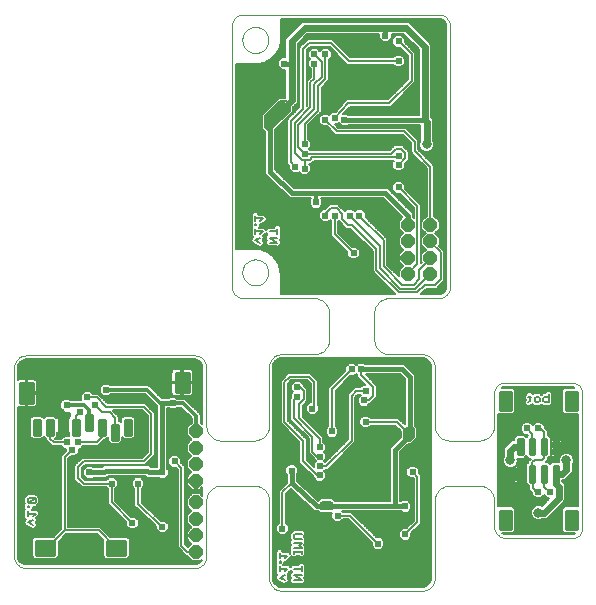
<source format=gbl>
G75*
%MOIN*%
%OFA0B0*%
%FSLAX24Y24*%
%IPPOS*%
%LPD*%
%AMOC8*
5,1,8,0,0,1.08239X$1,22.5*
%
%ADD10C,0.0000*%
%ADD11C,0.0060*%
%ADD12C,0.0099*%
%ADD13OC8,0.0440*%
%ADD14C,0.0240*%
%ADD15C,0.0080*%
%ADD16C,0.0317*%
%ADD17C,0.0240*%
%ADD18C,0.0100*%
%ADD19C,0.0120*%
%ADD20C,0.0160*%
%ADD21C,0.0320*%
D10*
X000794Y001150D02*
X006412Y001150D01*
X006451Y001152D01*
X006489Y001158D01*
X006526Y001167D01*
X006563Y001180D01*
X006598Y001197D01*
X006631Y001216D01*
X006662Y001239D01*
X006691Y001265D01*
X006717Y001294D01*
X006740Y001325D01*
X006759Y001358D01*
X006776Y001393D01*
X006789Y001430D01*
X006798Y001467D01*
X006804Y001505D01*
X006806Y001544D01*
X006806Y003400D01*
X006808Y003444D01*
X006814Y003487D01*
X006823Y003530D01*
X006836Y003571D01*
X006853Y003612D01*
X006873Y003650D01*
X006897Y003687D01*
X006923Y003722D01*
X006953Y003754D01*
X006985Y003783D01*
X007020Y003810D01*
X007056Y003833D01*
X007095Y003853D01*
X007135Y003870D01*
X007177Y003883D01*
X007220Y003892D01*
X007263Y003898D01*
X007306Y003900D01*
X008369Y003900D01*
X008368Y003900D02*
X008411Y003899D01*
X008453Y003895D01*
X008495Y003888D01*
X008537Y003877D01*
X008577Y003863D01*
X008616Y003845D01*
X008653Y003824D01*
X008688Y003801D01*
X008722Y003774D01*
X008753Y003745D01*
X008781Y003713D01*
X008807Y003679D01*
X008830Y003643D01*
X008850Y003605D01*
X008867Y003566D01*
X008880Y003526D01*
X008890Y003484D01*
X008897Y003442D01*
X008900Y003400D01*
X008900Y000794D01*
X008902Y000755D01*
X008908Y000717D01*
X008917Y000680D01*
X008930Y000643D01*
X008947Y000608D01*
X008966Y000575D01*
X008989Y000544D01*
X009015Y000515D01*
X009044Y000489D01*
X009075Y000466D01*
X009108Y000447D01*
X009143Y000430D01*
X009180Y000417D01*
X009217Y000408D01*
X009255Y000402D01*
X009294Y000400D01*
X014018Y000400D01*
X014057Y000402D01*
X014095Y000408D01*
X014132Y000417D01*
X014169Y000430D01*
X014204Y000447D01*
X014237Y000466D01*
X014268Y000489D01*
X014297Y000515D01*
X014323Y000544D01*
X014346Y000575D01*
X014365Y000608D01*
X014382Y000643D01*
X014395Y000680D01*
X014404Y000717D01*
X014410Y000755D01*
X014412Y000794D01*
X014412Y003400D01*
X014415Y003444D01*
X014422Y003488D01*
X014432Y003531D01*
X014446Y003574D01*
X014464Y003614D01*
X014485Y003653D01*
X014510Y003690D01*
X014538Y003725D01*
X014568Y003757D01*
X014602Y003787D01*
X014637Y003813D01*
X014675Y003836D01*
X014715Y003856D01*
X014757Y003872D01*
X014799Y003885D01*
X014843Y003894D01*
X014887Y003899D01*
X014932Y003900D01*
X014931Y003900D02*
X015869Y003900D01*
X015868Y003900D02*
X015911Y003899D01*
X015953Y003895D01*
X015995Y003888D01*
X016037Y003877D01*
X016077Y003863D01*
X016116Y003845D01*
X016153Y003824D01*
X016188Y003801D01*
X016222Y003774D01*
X016253Y003745D01*
X016281Y003713D01*
X016307Y003679D01*
X016330Y003643D01*
X016350Y003605D01*
X016367Y003566D01*
X016380Y003526D01*
X016390Y003484D01*
X016397Y003442D01*
X016400Y003400D01*
X016400Y002544D01*
X016402Y002505D01*
X016408Y002467D01*
X016417Y002430D01*
X016430Y002393D01*
X016447Y002358D01*
X016466Y002325D01*
X016489Y002294D01*
X016515Y002265D01*
X016544Y002239D01*
X016575Y002216D01*
X016608Y002197D01*
X016643Y002180D01*
X016680Y002167D01*
X016717Y002158D01*
X016755Y002152D01*
X016794Y002150D01*
X019006Y002150D01*
X019018Y002150D01*
X019006Y002150D02*
X019041Y002152D01*
X019075Y002157D01*
X019108Y002166D01*
X019141Y002179D01*
X019172Y002194D01*
X019201Y002213D01*
X019227Y002235D01*
X019252Y002260D01*
X019274Y002286D01*
X019293Y002315D01*
X019308Y002346D01*
X019321Y002379D01*
X019330Y002412D01*
X019335Y002446D01*
X019337Y002481D01*
X019337Y006999D01*
X019335Y007034D01*
X019330Y007068D01*
X019321Y007101D01*
X019308Y007134D01*
X019293Y007165D01*
X019274Y007194D01*
X019252Y007220D01*
X019227Y007245D01*
X019201Y007267D01*
X019172Y007286D01*
X019141Y007301D01*
X019108Y007314D01*
X019075Y007323D01*
X019041Y007328D01*
X019006Y007330D01*
X016731Y007330D01*
X016696Y007328D01*
X016662Y007323D01*
X016629Y007314D01*
X016596Y007301D01*
X016566Y007286D01*
X016536Y007267D01*
X016510Y007245D01*
X016485Y007220D01*
X016463Y007194D01*
X016444Y007165D01*
X016429Y007134D01*
X016416Y007101D01*
X016407Y007068D01*
X016402Y007034D01*
X016400Y006999D01*
X016400Y005900D01*
X016397Y005858D01*
X016390Y005816D01*
X016380Y005774D01*
X016367Y005734D01*
X016350Y005695D01*
X016330Y005657D01*
X016307Y005621D01*
X016281Y005587D01*
X016253Y005555D01*
X016222Y005526D01*
X016188Y005499D01*
X016153Y005476D01*
X016116Y005455D01*
X016077Y005437D01*
X016037Y005423D01*
X015995Y005412D01*
X015953Y005405D01*
X015911Y005401D01*
X015868Y005400D01*
X015869Y005400D02*
X014931Y005400D01*
X014932Y005400D02*
X014887Y005401D01*
X014843Y005406D01*
X014799Y005415D01*
X014757Y005428D01*
X014715Y005444D01*
X014675Y005464D01*
X014637Y005487D01*
X014602Y005513D01*
X014568Y005543D01*
X014538Y005575D01*
X014510Y005610D01*
X014485Y005647D01*
X014464Y005686D01*
X014446Y005726D01*
X014432Y005769D01*
X014422Y005812D01*
X014415Y005856D01*
X014412Y005900D01*
X014412Y007880D01*
X014410Y007919D01*
X014404Y007957D01*
X014395Y007994D01*
X014382Y008031D01*
X014365Y008066D01*
X014346Y008099D01*
X014323Y008130D01*
X014297Y008159D01*
X014268Y008185D01*
X014237Y008208D01*
X014204Y008227D01*
X014169Y008244D01*
X014132Y008257D01*
X014095Y008266D01*
X014057Y008272D01*
X014018Y008274D01*
X012900Y008274D01*
X012857Y008277D01*
X012815Y008284D01*
X012774Y008294D01*
X012733Y008307D01*
X012694Y008324D01*
X012656Y008344D01*
X012620Y008367D01*
X012587Y008393D01*
X012555Y008421D01*
X012526Y008453D01*
X012499Y008486D01*
X012475Y008521D01*
X012455Y008559D01*
X012437Y008598D01*
X012423Y008638D01*
X012412Y008679D01*
X012405Y008721D01*
X012401Y008763D01*
X012400Y008806D01*
X012400Y009619D01*
X012400Y009618D02*
X012401Y009663D01*
X012405Y009708D01*
X012414Y009752D01*
X012426Y009796D01*
X012442Y009838D01*
X012462Y009878D01*
X012485Y009917D01*
X012511Y009954D01*
X012540Y009988D01*
X012573Y010019D01*
X012607Y010048D01*
X012645Y010073D01*
X012684Y010095D01*
X012725Y010113D01*
X012767Y010128D01*
X012811Y010139D01*
X012855Y010146D01*
X012900Y010150D01*
X014537Y010150D01*
X014576Y010152D01*
X014614Y010158D01*
X014651Y010167D01*
X014688Y010180D01*
X014723Y010197D01*
X014756Y010216D01*
X014787Y010239D01*
X014816Y010265D01*
X014842Y010294D01*
X014865Y010325D01*
X014884Y010358D01*
X014901Y010393D01*
X014914Y010430D01*
X014923Y010467D01*
X014929Y010505D01*
X014931Y010544D01*
X014931Y019218D01*
X014930Y019218D02*
X014927Y019256D01*
X014921Y019294D01*
X014911Y019330D01*
X014898Y019366D01*
X014881Y019400D01*
X014861Y019432D01*
X014838Y019462D01*
X014812Y019490D01*
X014784Y019515D01*
X014753Y019537D01*
X014720Y019556D01*
X014685Y019572D01*
X014649Y019584D01*
X014612Y019593D01*
X014575Y019598D01*
X014537Y019599D01*
X008044Y019599D01*
X008043Y019599D02*
X008005Y019598D01*
X007968Y019593D01*
X007931Y019584D01*
X007895Y019572D01*
X007860Y019556D01*
X007827Y019537D01*
X007796Y019515D01*
X007768Y019490D01*
X007742Y019462D01*
X007719Y019432D01*
X007699Y019400D01*
X007682Y019366D01*
X007669Y019330D01*
X007659Y019294D01*
X007653Y019256D01*
X007650Y019218D01*
X007650Y010544D01*
X007652Y010505D01*
X007658Y010467D01*
X007667Y010430D01*
X007680Y010393D01*
X007697Y010358D01*
X007716Y010325D01*
X007739Y010294D01*
X007765Y010265D01*
X007794Y010239D01*
X007825Y010216D01*
X007858Y010197D01*
X007893Y010180D01*
X007930Y010167D01*
X007967Y010158D01*
X008005Y010152D01*
X008044Y010150D01*
X010400Y010150D01*
X010442Y010147D01*
X010484Y010140D01*
X010526Y010130D01*
X010566Y010117D01*
X010605Y010100D01*
X010643Y010080D01*
X010679Y010057D01*
X010713Y010031D01*
X010745Y010003D01*
X010774Y009972D01*
X010801Y009938D01*
X010824Y009903D01*
X010845Y009866D01*
X010863Y009827D01*
X010877Y009787D01*
X010888Y009745D01*
X010895Y009703D01*
X010899Y009661D01*
X010900Y009618D01*
X010900Y009619D02*
X010900Y008806D01*
X010899Y008763D01*
X010895Y008721D01*
X010888Y008679D01*
X010877Y008638D01*
X010863Y008598D01*
X010845Y008559D01*
X010825Y008521D01*
X010801Y008486D01*
X010774Y008453D01*
X010745Y008421D01*
X010713Y008393D01*
X010680Y008367D01*
X010644Y008344D01*
X010606Y008324D01*
X010567Y008307D01*
X010526Y008294D01*
X010485Y008284D01*
X010443Y008277D01*
X010400Y008274D01*
X009294Y008274D01*
X009255Y008272D01*
X009217Y008266D01*
X009180Y008257D01*
X009143Y008244D01*
X009108Y008227D01*
X009075Y008208D01*
X009044Y008185D01*
X009015Y008159D01*
X008989Y008130D01*
X008966Y008099D01*
X008947Y008066D01*
X008930Y008031D01*
X008917Y007994D01*
X008908Y007957D01*
X008902Y007919D01*
X008900Y007880D01*
X008900Y005900D01*
X008897Y005858D01*
X008890Y005816D01*
X008880Y005774D01*
X008867Y005734D01*
X008850Y005695D01*
X008830Y005657D01*
X008807Y005621D01*
X008781Y005587D01*
X008753Y005555D01*
X008722Y005526D01*
X008688Y005499D01*
X008653Y005476D01*
X008616Y005455D01*
X008577Y005437D01*
X008537Y005423D01*
X008495Y005412D01*
X008453Y005405D01*
X008411Y005401D01*
X008368Y005400D01*
X008369Y005400D02*
X007306Y005400D01*
X007263Y005402D01*
X007220Y005408D01*
X007177Y005417D01*
X007135Y005430D01*
X007095Y005447D01*
X007056Y005467D01*
X007020Y005490D01*
X006985Y005517D01*
X006953Y005546D01*
X006923Y005578D01*
X006897Y005613D01*
X006873Y005650D01*
X006853Y005688D01*
X006836Y005729D01*
X006823Y005770D01*
X006814Y005813D01*
X006808Y005856D01*
X006806Y005900D01*
X006806Y007843D01*
X006804Y007882D01*
X006798Y007920D01*
X006789Y007957D01*
X006776Y007994D01*
X006759Y008029D01*
X006740Y008062D01*
X006717Y008093D01*
X006691Y008122D01*
X006662Y008148D01*
X006631Y008171D01*
X006598Y008190D01*
X006563Y008207D01*
X006526Y008220D01*
X006489Y008229D01*
X006451Y008235D01*
X006412Y008237D01*
X000794Y008237D01*
X000755Y008235D01*
X000717Y008229D01*
X000680Y008220D01*
X000643Y008207D01*
X000608Y008190D01*
X000575Y008171D01*
X000544Y008148D01*
X000515Y008122D01*
X000489Y008093D01*
X000466Y008062D01*
X000447Y008029D01*
X000430Y007994D01*
X000417Y007957D01*
X000408Y007920D01*
X000402Y007882D01*
X000400Y007843D01*
X000400Y001544D01*
X000402Y001505D01*
X000408Y001467D01*
X000417Y001430D01*
X000430Y001393D01*
X000447Y001358D01*
X000466Y001325D01*
X000489Y001294D01*
X000515Y001265D01*
X000544Y001239D01*
X000575Y001216D01*
X000608Y001197D01*
X000643Y001180D01*
X000680Y001167D01*
X000717Y001158D01*
X000755Y001152D01*
X000794Y001150D01*
X008900Y007880D02*
X008900Y007900D01*
X008004Y011006D02*
X008006Y011047D01*
X008012Y011088D01*
X008022Y011128D01*
X008035Y011167D01*
X008052Y011204D01*
X008073Y011240D01*
X008097Y011274D01*
X008124Y011305D01*
X008153Y011333D01*
X008186Y011359D01*
X008220Y011381D01*
X008257Y011400D01*
X008295Y011415D01*
X008335Y011427D01*
X008375Y011435D01*
X008416Y011439D01*
X008458Y011439D01*
X008499Y011435D01*
X008539Y011427D01*
X008579Y011415D01*
X008617Y011400D01*
X008653Y011381D01*
X008688Y011359D01*
X008721Y011333D01*
X008750Y011305D01*
X008777Y011274D01*
X008801Y011240D01*
X008822Y011204D01*
X008839Y011167D01*
X008852Y011128D01*
X008862Y011088D01*
X008868Y011047D01*
X008870Y011006D01*
X008868Y010965D01*
X008862Y010924D01*
X008852Y010884D01*
X008839Y010845D01*
X008822Y010808D01*
X008801Y010772D01*
X008777Y010738D01*
X008750Y010707D01*
X008721Y010679D01*
X008688Y010653D01*
X008654Y010631D01*
X008617Y010612D01*
X008579Y010597D01*
X008539Y010585D01*
X008499Y010577D01*
X008458Y010573D01*
X008416Y010573D01*
X008375Y010577D01*
X008335Y010585D01*
X008295Y010597D01*
X008257Y010612D01*
X008221Y010631D01*
X008186Y010653D01*
X008153Y010679D01*
X008124Y010707D01*
X008097Y010738D01*
X008073Y010772D01*
X008052Y010808D01*
X008035Y010845D01*
X008022Y010884D01*
X008012Y010924D01*
X008006Y010965D01*
X008004Y011006D01*
X008004Y018755D02*
X008006Y018796D01*
X008012Y018837D01*
X008022Y018877D01*
X008035Y018916D01*
X008052Y018953D01*
X008073Y018989D01*
X008097Y019023D01*
X008124Y019054D01*
X008153Y019082D01*
X008186Y019108D01*
X008220Y019130D01*
X008257Y019149D01*
X008295Y019164D01*
X008335Y019176D01*
X008375Y019184D01*
X008416Y019188D01*
X008458Y019188D01*
X008499Y019184D01*
X008539Y019176D01*
X008579Y019164D01*
X008617Y019149D01*
X008653Y019130D01*
X008688Y019108D01*
X008721Y019082D01*
X008750Y019054D01*
X008777Y019023D01*
X008801Y018989D01*
X008822Y018953D01*
X008839Y018916D01*
X008852Y018877D01*
X008862Y018837D01*
X008868Y018796D01*
X008870Y018755D01*
X008868Y018714D01*
X008862Y018673D01*
X008852Y018633D01*
X008839Y018594D01*
X008822Y018557D01*
X008801Y018521D01*
X008777Y018487D01*
X008750Y018456D01*
X008721Y018428D01*
X008688Y018402D01*
X008654Y018380D01*
X008617Y018361D01*
X008579Y018346D01*
X008539Y018334D01*
X008499Y018326D01*
X008458Y018322D01*
X008416Y018322D01*
X008375Y018326D01*
X008335Y018334D01*
X008295Y018346D01*
X008257Y018361D01*
X008221Y018380D01*
X008186Y018402D01*
X008153Y018428D01*
X008124Y018456D01*
X008097Y018487D01*
X008073Y018521D01*
X008052Y018557D01*
X008035Y018594D01*
X008022Y018633D01*
X008012Y018673D01*
X008006Y018714D01*
X008004Y018755D01*
D11*
X008626Y017973D02*
X008726Y018000D01*
X008728Y017999D01*
X008738Y018003D01*
X008748Y018006D01*
X008750Y018009D01*
X008844Y018051D01*
X008847Y018050D01*
X008856Y018056D01*
X008866Y018060D01*
X008867Y018063D01*
X008954Y018119D01*
X008957Y018119D01*
X008964Y018126D01*
X008973Y018132D01*
X008974Y018135D01*
X009051Y018204D01*
X009054Y018204D01*
X009061Y018212D01*
X009069Y018219D01*
X009069Y018222D01*
X009134Y018303D01*
X009137Y018303D01*
X009142Y018313D01*
X009149Y018321D01*
X009148Y018324D01*
X009200Y018413D01*
X009203Y018414D01*
X009207Y018424D01*
X009212Y018434D01*
X009211Y018436D01*
X009249Y018533D01*
X009251Y018534D01*
X009253Y018545D01*
X009257Y018555D01*
X009256Y018557D01*
X009277Y018659D01*
X009280Y018660D01*
X009280Y018671D01*
X009282Y018682D01*
X009281Y018684D01*
X009286Y018785D01*
X009287Y018786D01*
X009287Y018798D01*
X009288Y018811D01*
X009287Y018812D01*
X009287Y019469D01*
X014484Y019469D01*
X014485Y019468D01*
X014538Y019469D01*
X014539Y019469D01*
X014589Y019465D01*
X014683Y019428D01*
X014755Y019358D01*
X014795Y019266D01*
X014801Y019216D01*
X014801Y010544D01*
X014795Y010492D01*
X014756Y010397D01*
X014683Y010324D01*
X014588Y010285D01*
X014537Y010280D01*
X013950Y010280D01*
X013957Y010288D01*
X014137Y010468D01*
X014481Y010468D01*
X014551Y010538D01*
X014739Y010725D01*
X014739Y011731D01*
X014668Y011801D01*
X014573Y011897D01*
X014585Y011909D01*
X014585Y012166D01*
X014438Y012312D01*
X014585Y012459D01*
X014585Y012716D01*
X014403Y012897D01*
X014395Y012897D01*
X014395Y014575D01*
X013864Y015106D01*
X013864Y015418D01*
X013520Y015762D01*
X013450Y015832D01*
X011200Y015832D01*
X011092Y015940D01*
X011174Y015940D01*
X011212Y015978D01*
X011313Y015878D01*
X011487Y015878D01*
X011527Y015918D01*
X013940Y015918D01*
X013940Y015419D01*
X013864Y015419D01*
X013864Y015360D02*
X013915Y015360D01*
X013900Y015325D02*
X013900Y015225D01*
X013938Y015133D01*
X014008Y015063D01*
X014100Y015025D01*
X014200Y015025D01*
X014292Y015063D01*
X014362Y015133D01*
X014400Y015225D01*
X014400Y015325D01*
X014362Y015417D01*
X014360Y015419D01*
X014801Y015419D01*
X014801Y015477D02*
X014360Y015477D01*
X014360Y015419D02*
X014360Y016112D01*
X014297Y016174D01*
X014297Y018612D01*
X013549Y019360D01*
X010001Y019360D01*
X009563Y018922D01*
X009440Y018799D01*
X009440Y018172D01*
X009313Y018172D01*
X009190Y018049D01*
X009190Y017876D01*
X007780Y017876D01*
X007780Y017934D02*
X009190Y017934D01*
X009190Y017876D02*
X009313Y017753D01*
X009440Y017753D01*
X009440Y016840D01*
X009433Y016832D01*
X009225Y016832D01*
X008655Y016262D01*
X008655Y015788D01*
X008725Y015718D01*
X008753Y015690D01*
X008751Y015683D01*
X008761Y015668D01*
X008761Y014298D01*
X008861Y014199D01*
X009580Y013480D01*
X010308Y013480D01*
X010253Y013424D01*
X010253Y013251D01*
X010376Y013128D01*
X010549Y013128D01*
X010672Y013251D01*
X010672Y013424D01*
X010617Y013480D01*
X012705Y013480D01*
X013342Y012843D01*
X013215Y012716D01*
X013215Y012459D01*
X013362Y012312D01*
X013215Y012166D01*
X013215Y011909D01*
X013362Y011762D01*
X013215Y011616D01*
X013215Y011517D01*
X013495Y011517D01*
X013495Y011458D01*
X013215Y011458D01*
X013215Y011359D01*
X013362Y011213D01*
X013215Y011066D01*
X013215Y010880D01*
X012832Y011262D01*
X012832Y012137D01*
X012110Y012860D01*
X012110Y012987D01*
X011987Y013110D01*
X011813Y013110D01*
X011744Y013041D01*
X011674Y013110D01*
X011501Y013110D01*
X011430Y013040D01*
X011270Y013200D01*
X011200Y013270D01*
X010913Y013270D01*
X010753Y013110D01*
X010688Y013110D01*
X010565Y012987D01*
X010565Y012813D01*
X010688Y012690D01*
X010862Y012690D01*
X010931Y012759D01*
X010968Y012723D01*
X010968Y012225D01*
X011503Y011690D01*
X011503Y011563D01*
X011626Y011440D01*
X011799Y011440D01*
X011922Y011563D01*
X011922Y011737D01*
X011799Y011860D01*
X011672Y011860D01*
X011207Y012325D01*
X011207Y012723D01*
X011218Y012733D01*
X011218Y012725D01*
X011475Y012468D01*
X011600Y012468D01*
X012343Y011725D01*
X012343Y011038D01*
X012413Y010968D01*
X013100Y010280D01*
X012952Y010280D01*
X012950Y010282D01*
X012898Y010280D01*
X012846Y010280D01*
X012846Y010280D01*
X010454Y010280D01*
X010402Y010280D01*
X010350Y010282D01*
X010348Y010280D01*
X009280Y010280D01*
X009280Y010966D01*
X009281Y010968D01*
X009280Y010979D01*
X009280Y010991D01*
X009279Y010992D01*
X009268Y011094D01*
X009269Y011096D01*
X009267Y011107D01*
X009266Y011117D01*
X009263Y011119D01*
X009237Y011219D01*
X009238Y011222D01*
X009233Y011232D01*
X009231Y011242D01*
X009228Y011243D01*
X009186Y011338D01*
X009187Y011341D01*
X009181Y011350D01*
X009177Y011359D01*
X009174Y011360D01*
X009118Y011447D01*
X009118Y011450D01*
X009111Y011458D01*
X009105Y011467D01*
X009102Y011468D01*
X009033Y011545D01*
X009033Y011547D01*
X009024Y011554D01*
X009017Y011562D01*
X009014Y011562D01*
X008934Y011627D01*
X008933Y011630D01*
X008924Y011636D01*
X008916Y011642D01*
X008913Y011642D01*
X008824Y011694D01*
X008822Y011696D01*
X008812Y011700D01*
X008803Y011706D01*
X008800Y011705D01*
X008704Y011742D01*
X008702Y011745D01*
X008692Y011747D01*
X008682Y011751D01*
X008679Y011749D01*
X008578Y011771D01*
X008576Y011773D01*
X008566Y011774D01*
X008555Y011776D01*
X008553Y011774D01*
X008451Y011780D01*
X008451Y011781D01*
X008438Y011781D01*
X008426Y011781D01*
X008425Y011781D01*
X007780Y011781D01*
X007780Y017957D01*
X008473Y017957D01*
X008474Y017956D01*
X008486Y017957D01*
X008497Y017957D01*
X008498Y017958D01*
X008600Y017969D01*
X008603Y017967D01*
X008613Y017970D01*
X008624Y017971D01*
X008626Y017973D01*
X008697Y017993D02*
X009190Y017993D01*
X009192Y018051D02*
X008849Y018051D01*
X008939Y018110D02*
X009250Y018110D01*
X009309Y018168D02*
X009011Y018168D01*
X009072Y018227D02*
X009440Y018227D01*
X009440Y018285D02*
X009120Y018285D01*
X009160Y018344D02*
X009440Y018344D01*
X009440Y018402D02*
X009194Y018402D01*
X009221Y018461D02*
X009440Y018461D01*
X009440Y018519D02*
X009243Y018519D01*
X009260Y018578D02*
X009440Y018578D01*
X009440Y018636D02*
X009273Y018636D01*
X009281Y018695D02*
X009440Y018695D01*
X009440Y018753D02*
X009285Y018753D01*
X009287Y018812D02*
X009452Y018812D01*
X009511Y018870D02*
X009287Y018870D01*
X009287Y018929D02*
X009569Y018929D01*
X009628Y018987D02*
X009287Y018987D01*
X009287Y019046D02*
X009686Y019046D01*
X009745Y019104D02*
X009287Y019104D01*
X009287Y019163D02*
X009803Y019163D01*
X009862Y019221D02*
X009287Y019221D01*
X009287Y019280D02*
X009920Y019280D01*
X009979Y019338D02*
X009287Y019338D01*
X009287Y019397D02*
X014715Y019397D01*
X014763Y019338D02*
X013571Y019338D01*
X013630Y019280D02*
X014789Y019280D01*
X014800Y019221D02*
X013688Y019221D01*
X013747Y019163D02*
X014801Y019163D01*
X014801Y019104D02*
X013805Y019104D01*
X013864Y019046D02*
X014801Y019046D01*
X014801Y018987D02*
X013922Y018987D01*
X013981Y018929D02*
X014801Y018929D01*
X014801Y018870D02*
X014039Y018870D01*
X014098Y018812D02*
X014801Y018812D01*
X014801Y018753D02*
X014156Y018753D01*
X014215Y018695D02*
X014801Y018695D01*
X014801Y018636D02*
X014273Y018636D01*
X014297Y018578D02*
X014801Y018578D01*
X014801Y018519D02*
X014297Y018519D01*
X014297Y018461D02*
X014801Y018461D01*
X014801Y018402D02*
X014297Y018402D01*
X014297Y018344D02*
X014801Y018344D01*
X014801Y018285D02*
X014297Y018285D01*
X014297Y018227D02*
X014801Y018227D01*
X014801Y018168D02*
X014297Y018168D01*
X014297Y018110D02*
X014801Y018110D01*
X014801Y018051D02*
X014297Y018051D01*
X014297Y017993D02*
X014801Y017993D01*
X014801Y017934D02*
X014297Y017934D01*
X014297Y017876D02*
X014801Y017876D01*
X014801Y017817D02*
X014297Y017817D01*
X014297Y017759D02*
X014801Y017759D01*
X014801Y017700D02*
X014297Y017700D01*
X014297Y017642D02*
X014801Y017642D01*
X014801Y017583D02*
X014297Y017583D01*
X014297Y017525D02*
X014801Y017525D01*
X014801Y017466D02*
X014297Y017466D01*
X014297Y017408D02*
X014801Y017408D01*
X014801Y017349D02*
X014297Y017349D01*
X014297Y017291D02*
X014801Y017291D01*
X014801Y017232D02*
X014297Y017232D01*
X014297Y017174D02*
X014801Y017174D01*
X014801Y017115D02*
X014297Y017115D01*
X014297Y017057D02*
X014801Y017057D01*
X014801Y016998D02*
X014297Y016998D01*
X014297Y016940D02*
X014801Y016940D01*
X014801Y016881D02*
X014297Y016881D01*
X014297Y016823D02*
X014801Y016823D01*
X014801Y016764D02*
X014297Y016764D01*
X014297Y016706D02*
X014801Y016706D01*
X014801Y016647D02*
X014297Y016647D01*
X014297Y016589D02*
X014801Y016589D01*
X014801Y016530D02*
X014297Y016530D01*
X014297Y016472D02*
X014801Y016472D01*
X014801Y016413D02*
X014297Y016413D01*
X014297Y016355D02*
X014801Y016355D01*
X014801Y016296D02*
X014297Y016296D01*
X014297Y016238D02*
X014801Y016238D01*
X014801Y016179D02*
X014297Y016179D01*
X014351Y016121D02*
X014801Y016121D01*
X014801Y016062D02*
X014360Y016062D01*
X014360Y016004D02*
X014801Y016004D01*
X014801Y015945D02*
X014360Y015945D01*
X014360Y015887D02*
X014801Y015887D01*
X014801Y015828D02*
X014360Y015828D01*
X014360Y015770D02*
X014801Y015770D01*
X014801Y015711D02*
X014360Y015711D01*
X014360Y015653D02*
X014801Y015653D01*
X014801Y015594D02*
X014360Y015594D01*
X014360Y015536D02*
X014801Y015536D01*
X014801Y015360D02*
X014385Y015360D01*
X014400Y015302D02*
X014801Y015302D01*
X014801Y015243D02*
X014400Y015243D01*
X014383Y015185D02*
X014801Y015185D01*
X014801Y015126D02*
X014355Y015126D01*
X014296Y015068D02*
X014801Y015068D01*
X014801Y015009D02*
X013961Y015009D01*
X014004Y015068D02*
X013902Y015068D01*
X013864Y015126D02*
X013945Y015126D01*
X013917Y015185D02*
X013864Y015185D01*
X013864Y015243D02*
X013900Y015243D01*
X013900Y015302D02*
X013864Y015302D01*
X013900Y015325D02*
X013938Y015417D01*
X013940Y015419D01*
X013940Y015477D02*
X013805Y015477D01*
X013747Y015536D02*
X013940Y015536D01*
X013940Y015594D02*
X013688Y015594D01*
X013630Y015653D02*
X013940Y015653D01*
X013940Y015711D02*
X013571Y015711D01*
X013513Y015770D02*
X013940Y015770D01*
X013940Y015828D02*
X013454Y015828D01*
X013400Y015713D02*
X011150Y015713D01*
X010775Y016088D01*
X010628Y016238D02*
X010532Y016238D01*
X010575Y016280D02*
X010645Y016350D01*
X010645Y017163D01*
X010825Y017343D01*
X010895Y017413D01*
X010895Y018098D01*
X010985Y018188D01*
X010985Y018362D01*
X010862Y018485D01*
X010688Y018485D01*
X010587Y018384D01*
X010487Y018485D01*
X010313Y018485D01*
X010190Y018362D01*
X010190Y018188D01*
X010259Y018119D01*
X010190Y018049D01*
X010190Y017876D01*
X010145Y017876D01*
X010190Y017876D02*
X010280Y017786D01*
X010280Y017512D01*
X010225Y017457D01*
X010155Y017387D01*
X010155Y016575D01*
X010145Y016565D01*
X010145Y018413D01*
X010262Y018530D01*
X010913Y018530D01*
X011507Y017936D01*
X013036Y017936D01*
X013126Y017846D01*
X013299Y017846D01*
X013422Y017969D01*
X013422Y018143D01*
X013299Y018266D01*
X013126Y018266D01*
X013036Y018176D01*
X011606Y018176D01*
X011082Y018700D01*
X011012Y018770D01*
X010163Y018770D01*
X010093Y018700D01*
X009975Y018582D01*
X009905Y018512D01*
X009905Y016512D01*
X009569Y016176D01*
X009499Y016106D01*
X009499Y014632D01*
X009565Y014565D01*
X009565Y014438D01*
X009688Y014315D01*
X009862Y014315D01*
X009900Y014353D01*
X010001Y014253D01*
X010174Y014253D01*
X010297Y014376D01*
X010297Y014549D01*
X010223Y014624D01*
X010293Y014624D01*
X010364Y014694D01*
X010387Y014718D01*
X013046Y014718D01*
X013003Y014674D01*
X013003Y014501D01*
X013126Y014378D01*
X013299Y014378D01*
X013422Y014501D01*
X013422Y014628D01*
X013481Y014686D01*
X013551Y014757D01*
X013551Y015043D01*
X013426Y015168D01*
X013356Y015239D01*
X013069Y015239D01*
X012913Y015082D01*
X010264Y015082D01*
X010228Y015119D01*
X010297Y015188D01*
X010297Y015362D01*
X010207Y015452D01*
X010207Y015913D01*
X010575Y016280D01*
X010591Y016296D02*
X010687Y016296D01*
X010688Y016297D02*
X010565Y016174D01*
X010565Y016001D01*
X010688Y015878D01*
X010815Y015878D01*
X011100Y015593D01*
X013350Y015593D01*
X013624Y015319D01*
X013624Y015007D01*
X013694Y014936D01*
X014155Y014475D01*
X014155Y012897D01*
X014147Y012897D01*
X013965Y012716D01*
X013965Y012459D01*
X014112Y012312D01*
X013965Y012166D01*
X013965Y011909D01*
X014112Y011762D01*
X013965Y011616D01*
X013965Y011359D01*
X013983Y011341D01*
X013957Y011315D01*
X013957Y013262D01*
X013422Y013797D01*
X013422Y013924D01*
X013299Y014047D01*
X013126Y014047D01*
X013003Y013924D01*
X013003Y013751D01*
X013126Y013628D01*
X013253Y013628D01*
X013718Y013163D01*
X013718Y012833D01*
X013695Y012856D01*
X013695Y012970D01*
X012945Y013720D01*
X012945Y013720D01*
X012845Y013820D01*
X009720Y013820D01*
X009101Y014439D01*
X009101Y015744D01*
X009707Y016350D01*
X009707Y016510D01*
X009709Y016512D01*
X009708Y016514D01*
X009737Y016543D01*
X009860Y016666D01*
X009860Y018626D01*
X010174Y018940D01*
X012565Y018940D01*
X012565Y018813D01*
X012688Y018690D01*
X012862Y018690D01*
X012985Y018813D01*
X012985Y018940D01*
X013376Y018940D01*
X013878Y018438D01*
X013878Y016257D01*
X011527Y016257D01*
X011487Y016297D01*
X011376Y016297D01*
X011579Y016530D01*
X012950Y016530D01*
X013878Y016530D01*
X013878Y016472D02*
X011528Y016472D01*
X011477Y016413D02*
X013878Y016413D01*
X013878Y016355D02*
X011426Y016355D01*
X011488Y016296D02*
X013878Y016296D01*
X014025Y016088D02*
X014088Y016088D01*
X013940Y015887D02*
X011496Y015887D01*
X011304Y015887D02*
X011146Y015887D01*
X011180Y015945D02*
X011245Y015945D01*
X011088Y016150D02*
X011525Y016650D01*
X012900Y016650D01*
X013650Y017400D01*
X013650Y018275D01*
X013213Y018713D01*
X013352Y018870D02*
X013445Y018870D01*
X013410Y018812D02*
X013504Y018812D01*
X013422Y018799D02*
X013299Y018922D01*
X013126Y018922D01*
X013003Y018799D01*
X013003Y018626D01*
X013126Y018503D01*
X013253Y018503D01*
X013530Y018225D01*
X013530Y017450D01*
X012850Y016770D01*
X011570Y016770D01*
X011567Y016773D01*
X011521Y016770D01*
X011475Y016770D01*
X011472Y016767D01*
X011467Y016766D01*
X011437Y016732D01*
X011405Y016700D01*
X011405Y016695D01*
X011112Y016360D01*
X011001Y016360D01*
X010900Y016259D01*
X010862Y016297D01*
X010688Y016297D01*
X010645Y016355D02*
X010995Y016355D01*
X010937Y016296D02*
X010863Y016296D01*
X010645Y016413D02*
X011158Y016413D01*
X011209Y016472D02*
X010645Y016472D01*
X010645Y016530D02*
X011261Y016530D01*
X011312Y016589D02*
X010645Y016589D01*
X010645Y016647D02*
X011363Y016647D01*
X011411Y016706D02*
X010645Y016706D01*
X010645Y016764D02*
X011465Y016764D01*
X010831Y017349D02*
X013429Y017349D01*
X013371Y017291D02*
X010773Y017291D01*
X010714Y017232D02*
X013312Y017232D01*
X013254Y017174D02*
X010656Y017174D01*
X010645Y017115D02*
X013195Y017115D01*
X013137Y017057D02*
X010645Y017057D01*
X010645Y016998D02*
X013078Y016998D01*
X013020Y016940D02*
X010645Y016940D01*
X010645Y016881D02*
X012961Y016881D01*
X012903Y016823D02*
X010645Y016823D01*
X010525Y017213D02*
X010525Y016400D01*
X010088Y015963D01*
X010088Y015275D01*
X010236Y015126D02*
X012956Y015126D01*
X013015Y015185D02*
X010294Y015185D01*
X010297Y015243D02*
X013624Y015243D01*
X013624Y015185D02*
X013410Y015185D01*
X013469Y015126D02*
X013624Y015126D01*
X013624Y015068D02*
X013527Y015068D01*
X013551Y015009D02*
X013624Y015009D01*
X013680Y014951D02*
X013551Y014951D01*
X013551Y014892D02*
X013738Y014892D01*
X013797Y014834D02*
X013551Y014834D01*
X013551Y014775D02*
X013855Y014775D01*
X013914Y014717D02*
X013511Y014717D01*
X013481Y014686D02*
X013481Y014686D01*
X013453Y014658D02*
X013972Y014658D01*
X014031Y014600D02*
X013422Y014600D01*
X013422Y014541D02*
X014089Y014541D01*
X014148Y014483D02*
X013405Y014483D01*
X013346Y014424D02*
X014155Y014424D01*
X014155Y014366D02*
X010288Y014366D01*
X010297Y014424D02*
X013079Y014424D01*
X013020Y014483D02*
X010297Y014483D01*
X010297Y014541D02*
X013003Y014541D01*
X013003Y014600D02*
X010247Y014600D01*
X010328Y014658D02*
X013003Y014658D01*
X013045Y014717D02*
X010386Y014717D01*
X010338Y014838D02*
X010244Y014744D01*
X010088Y014744D01*
X010088Y014463D01*
X010229Y014307D02*
X014155Y014307D01*
X014155Y014249D02*
X009292Y014249D01*
X009233Y014307D02*
X009946Y014307D01*
X009775Y014525D02*
X009619Y014681D01*
X009619Y016056D01*
X010025Y016463D01*
X010025Y018463D01*
X010213Y018650D01*
X010963Y018650D01*
X011556Y018056D01*
X013213Y018056D01*
X013422Y018051D02*
X013530Y018051D01*
X013530Y017993D02*
X013422Y017993D01*
X013387Y017934D02*
X013530Y017934D01*
X013530Y017876D02*
X013329Y017876D01*
X013530Y017817D02*
X010895Y017817D01*
X010895Y017759D02*
X013530Y017759D01*
X013530Y017700D02*
X010895Y017700D01*
X010895Y017642D02*
X013530Y017642D01*
X013530Y017583D02*
X010895Y017583D01*
X010895Y017525D02*
X013530Y017525D01*
X013530Y017466D02*
X010895Y017466D01*
X010890Y017408D02*
X013488Y017408D01*
X013652Y017232D02*
X013878Y017232D01*
X013878Y017174D02*
X013593Y017174D01*
X013535Y017115D02*
X013878Y017115D01*
X013878Y017057D02*
X013476Y017057D01*
X013418Y016998D02*
X013878Y016998D01*
X013878Y016940D02*
X013359Y016940D01*
X013301Y016881D02*
X013878Y016881D01*
X013878Y016823D02*
X013242Y016823D01*
X013184Y016764D02*
X013878Y016764D01*
X013878Y016706D02*
X013125Y016706D01*
X013067Y016647D02*
X013878Y016647D01*
X013878Y016589D02*
X013008Y016589D01*
X012950Y016530D02*
X013700Y017280D01*
X013770Y017350D01*
X013770Y018325D01*
X013422Y018672D01*
X013422Y018799D01*
X013422Y018753D02*
X013562Y018753D01*
X013621Y018695D02*
X013422Y018695D01*
X013459Y018636D02*
X013679Y018636D01*
X013738Y018578D02*
X013517Y018578D01*
X013576Y018519D02*
X013796Y018519D01*
X013855Y018461D02*
X013634Y018461D01*
X013693Y018402D02*
X013878Y018402D01*
X013878Y018344D02*
X013751Y018344D01*
X013770Y018285D02*
X013878Y018285D01*
X013878Y018227D02*
X013770Y018227D01*
X013770Y018168D02*
X013878Y018168D01*
X013878Y018110D02*
X013770Y018110D01*
X013770Y018051D02*
X013878Y018051D01*
X013878Y017993D02*
X013770Y017993D01*
X013770Y017934D02*
X013878Y017934D01*
X013878Y017876D02*
X013770Y017876D01*
X013770Y017817D02*
X013878Y017817D01*
X013878Y017759D02*
X013770Y017759D01*
X013770Y017700D02*
X013878Y017700D01*
X013878Y017642D02*
X013770Y017642D01*
X013770Y017583D02*
X013878Y017583D01*
X013878Y017525D02*
X013770Y017525D01*
X013770Y017466D02*
X013878Y017466D01*
X013878Y017408D02*
X013770Y017408D01*
X013769Y017349D02*
X013878Y017349D01*
X013878Y017291D02*
X013710Y017291D01*
X013096Y017876D02*
X010895Y017876D01*
X010895Y017934D02*
X013038Y017934D01*
X013086Y018227D02*
X011556Y018227D01*
X011497Y018285D02*
X013470Y018285D01*
X013412Y018344D02*
X011439Y018344D01*
X011380Y018402D02*
X013353Y018402D01*
X013295Y018461D02*
X011322Y018461D01*
X011263Y018519D02*
X013109Y018519D01*
X013050Y018578D02*
X011205Y018578D01*
X011146Y018636D02*
X013003Y018636D01*
X013003Y018695D02*
X012867Y018695D01*
X012925Y018753D02*
X013003Y018753D01*
X013015Y018812D02*
X012984Y018812D01*
X012985Y018870D02*
X013073Y018870D01*
X012985Y018929D02*
X013387Y018929D01*
X013339Y018227D02*
X013529Y018227D01*
X013530Y018168D02*
X013398Y018168D01*
X013422Y018110D02*
X013530Y018110D01*
X012683Y018695D02*
X011088Y018695D01*
X011082Y018700D02*
X011082Y018700D01*
X011029Y018753D02*
X012625Y018753D01*
X012566Y018812D02*
X010046Y018812D01*
X010105Y018870D02*
X012565Y018870D01*
X012565Y018929D02*
X010163Y018929D01*
X010146Y018753D02*
X009988Y018753D01*
X009929Y018695D02*
X010087Y018695D01*
X010029Y018636D02*
X009871Y018636D01*
X009860Y018578D02*
X009970Y018578D01*
X009912Y018519D02*
X009860Y018519D01*
X009860Y018461D02*
X009905Y018461D01*
X009905Y018402D02*
X009860Y018402D01*
X009860Y018344D02*
X009905Y018344D01*
X009905Y018285D02*
X009860Y018285D01*
X009860Y018227D02*
X009905Y018227D01*
X009905Y018168D02*
X009860Y018168D01*
X009860Y018110D02*
X009905Y018110D01*
X009905Y018051D02*
X009860Y018051D01*
X009860Y017993D02*
X009905Y017993D01*
X009905Y017934D02*
X009860Y017934D01*
X009860Y017876D02*
X009905Y017876D01*
X009905Y017817D02*
X009860Y017817D01*
X009860Y017759D02*
X009905Y017759D01*
X009905Y017700D02*
X009860Y017700D01*
X009860Y017642D02*
X009905Y017642D01*
X009905Y017583D02*
X009860Y017583D01*
X009860Y017525D02*
X009905Y017525D01*
X009905Y017466D02*
X009860Y017466D01*
X009860Y017408D02*
X009905Y017408D01*
X009905Y017349D02*
X009860Y017349D01*
X009860Y017291D02*
X009905Y017291D01*
X009905Y017232D02*
X009860Y017232D01*
X009860Y017174D02*
X009905Y017174D01*
X009905Y017115D02*
X009860Y017115D01*
X009860Y017057D02*
X009905Y017057D01*
X009905Y016998D02*
X009860Y016998D01*
X009860Y016940D02*
X009905Y016940D01*
X009905Y016881D02*
X009860Y016881D01*
X009860Y016823D02*
X009905Y016823D01*
X009905Y016764D02*
X009860Y016764D01*
X009860Y016706D02*
X009905Y016706D01*
X009905Y016647D02*
X009841Y016647D01*
X009783Y016589D02*
X009905Y016589D01*
X009905Y016530D02*
X009724Y016530D01*
X009737Y016543D02*
X009737Y016543D01*
X009707Y016472D02*
X009864Y016472D01*
X009806Y016413D02*
X009707Y016413D01*
X009707Y016355D02*
X009747Y016355D01*
X009689Y016296D02*
X009653Y016296D01*
X009630Y016238D02*
X009595Y016238D01*
X009572Y016179D02*
X009536Y016179D01*
X009513Y016121D02*
X009478Y016121D01*
X009499Y016062D02*
X009419Y016062D01*
X009361Y016004D02*
X009499Y016004D01*
X009499Y015945D02*
X009302Y015945D01*
X009244Y015887D02*
X009499Y015887D01*
X009499Y015828D02*
X009185Y015828D01*
X009127Y015770D02*
X009499Y015770D01*
X009499Y015711D02*
X009101Y015711D01*
X009101Y015653D02*
X009499Y015653D01*
X009499Y015594D02*
X009101Y015594D01*
X009101Y015536D02*
X009499Y015536D01*
X009499Y015477D02*
X009101Y015477D01*
X009101Y015419D02*
X009499Y015419D01*
X009499Y015360D02*
X009101Y015360D01*
X009101Y015302D02*
X009499Y015302D01*
X009499Y015243D02*
X009101Y015243D01*
X009101Y015185D02*
X009499Y015185D01*
X009499Y015126D02*
X009101Y015126D01*
X009101Y015068D02*
X009499Y015068D01*
X009499Y015009D02*
X009101Y015009D01*
X009101Y014951D02*
X009499Y014951D01*
X009499Y014892D02*
X009101Y014892D01*
X009101Y014834D02*
X009499Y014834D01*
X009499Y014775D02*
X009101Y014775D01*
X009101Y014717D02*
X009499Y014717D01*
X009499Y014658D02*
X009101Y014658D01*
X009101Y014600D02*
X009531Y014600D01*
X009565Y014541D02*
X009101Y014541D01*
X009101Y014483D02*
X009565Y014483D01*
X009579Y014424D02*
X009116Y014424D01*
X009175Y014366D02*
X009637Y014366D01*
X009409Y014132D02*
X014155Y014132D01*
X014155Y014190D02*
X009350Y014190D01*
X009467Y014073D02*
X014155Y014073D01*
X014155Y014015D02*
X013332Y014015D01*
X013391Y013956D02*
X014155Y013956D01*
X014155Y013898D02*
X013422Y013898D01*
X013422Y013839D02*
X014155Y013839D01*
X014155Y013781D02*
X013439Y013781D01*
X013498Y013722D02*
X014155Y013722D01*
X014155Y013664D02*
X013556Y013664D01*
X013615Y013605D02*
X014155Y013605D01*
X014155Y013547D02*
X013673Y013547D01*
X013732Y013488D02*
X014155Y013488D01*
X014155Y013430D02*
X013790Y013430D01*
X013849Y013371D02*
X014155Y013371D01*
X014155Y013313D02*
X013907Y013313D01*
X013957Y013254D02*
X014155Y013254D01*
X014155Y013196D02*
X013957Y013196D01*
X013957Y013137D02*
X014155Y013137D01*
X014155Y013079D02*
X013957Y013079D01*
X013957Y013020D02*
X014155Y013020D01*
X014155Y012962D02*
X013957Y012962D01*
X013957Y012903D02*
X014155Y012903D01*
X014094Y012845D02*
X013957Y012845D01*
X013957Y012786D02*
X014035Y012786D01*
X013977Y012728D02*
X013957Y012728D01*
X013957Y012669D02*
X013965Y012669D01*
X013957Y012611D02*
X013965Y012611D01*
X013957Y012552D02*
X013965Y012552D01*
X013957Y012494D02*
X013965Y012494D01*
X013957Y012435D02*
X013989Y012435D01*
X013957Y012377D02*
X014048Y012377D01*
X014106Y012318D02*
X013957Y012318D01*
X013957Y012260D02*
X014059Y012260D01*
X014000Y012201D02*
X013957Y012201D01*
X013957Y012143D02*
X013965Y012143D01*
X013957Y012084D02*
X013965Y012084D01*
X013957Y012026D02*
X013965Y012026D01*
X013957Y011967D02*
X013965Y011967D01*
X013957Y011909D02*
X013966Y011909D01*
X013957Y011850D02*
X014024Y011850D01*
X014083Y011792D02*
X013957Y011792D01*
X013957Y011733D02*
X014082Y011733D01*
X014024Y011675D02*
X013957Y011675D01*
X013957Y011616D02*
X013965Y011616D01*
X013957Y011558D02*
X013965Y011558D01*
X013957Y011499D02*
X013965Y011499D01*
X013957Y011441D02*
X013965Y011441D01*
X013957Y011382D02*
X013965Y011382D01*
X013957Y011324D02*
X013966Y011324D01*
X013838Y011275D02*
X013838Y013213D01*
X013213Y013838D01*
X013003Y013839D02*
X009701Y013839D01*
X009643Y013898D02*
X013003Y013898D01*
X013034Y013956D02*
X009584Y013956D01*
X009526Y014015D02*
X013093Y014015D01*
X013003Y013781D02*
X012885Y013781D01*
X012943Y013722D02*
X013031Y013722D01*
X013002Y013664D02*
X013089Y013664D01*
X013060Y013605D02*
X013275Y013605D01*
X013334Y013547D02*
X013119Y013547D01*
X013177Y013488D02*
X013392Y013488D01*
X013451Y013430D02*
X013236Y013430D01*
X013294Y013371D02*
X013509Y013371D01*
X013568Y013313D02*
X013353Y013313D01*
X013411Y013254D02*
X013626Y013254D01*
X013685Y013196D02*
X013470Y013196D01*
X013528Y013137D02*
X013718Y013137D01*
X013718Y013079D02*
X013587Y013079D01*
X013645Y013020D02*
X013718Y013020D01*
X013718Y012962D02*
X013695Y012962D01*
X013695Y012903D02*
X013718Y012903D01*
X013718Y012845D02*
X013706Y012845D01*
X013340Y012845D02*
X012125Y012845D01*
X012110Y012903D02*
X013282Y012903D01*
X013223Y012962D02*
X012110Y012962D01*
X012077Y013020D02*
X013165Y013020D01*
X013106Y013079D02*
X012018Y013079D01*
X011900Y012900D02*
X012713Y012088D01*
X012713Y011213D01*
X013338Y010588D01*
X013713Y010588D01*
X013900Y010775D01*
X013900Y011088D01*
X014238Y011425D01*
X014275Y011488D01*
X014619Y011681D02*
X014619Y010775D01*
X014431Y010588D01*
X014088Y010588D01*
X013838Y010338D01*
X013213Y010338D01*
X012463Y011088D01*
X012463Y011775D01*
X011650Y012588D01*
X011525Y012588D01*
X011338Y012775D01*
X011338Y012963D01*
X011150Y013150D01*
X010963Y013150D01*
X010775Y012963D01*
X010775Y012900D01*
X010565Y012903D02*
X008773Y012903D01*
X008740Y012936D02*
X008550Y012936D01*
X008550Y012952D01*
X008480Y013023D01*
X008380Y013023D01*
X008310Y012952D01*
X008310Y012679D01*
X008312Y012677D01*
X008310Y012675D01*
X008310Y012532D01*
X008321Y012521D01*
X008310Y012510D01*
X008310Y012237D01*
X008364Y012184D01*
X008345Y012177D01*
X008341Y012169D01*
X008332Y012164D01*
X008319Y012125D01*
X008300Y012088D01*
X008304Y012079D01*
X008300Y012070D01*
X008319Y012033D01*
X008332Y011994D01*
X008341Y011990D01*
X008345Y011981D01*
X008384Y011968D01*
X008594Y011863D01*
X008689Y011894D01*
X008733Y011983D01*
X008702Y012078D01*
X008698Y012079D01*
X008702Y012081D01*
X008733Y012175D01*
X008709Y012223D01*
X008800Y012314D01*
X008840Y012274D01*
X008838Y012274D01*
X008817Y012242D01*
X008790Y012216D01*
X008790Y012202D01*
X008783Y012191D01*
X008790Y012154D01*
X008790Y012116D01*
X008799Y012107D01*
X008802Y012094D01*
X008826Y012078D01*
X008790Y012042D01*
X008790Y011943D01*
X008860Y011873D01*
X009134Y011873D01*
X009145Y011865D01*
X009182Y011873D01*
X009220Y011873D01*
X009229Y011882D01*
X009242Y011885D01*
X009263Y011916D01*
X009290Y011943D01*
X009290Y011956D01*
X009298Y011967D01*
X009290Y012004D01*
X009290Y012042D01*
X009281Y012052D01*
X009278Y012065D01*
X009254Y012081D01*
X009290Y012116D01*
X009290Y012216D01*
X009279Y012227D01*
X009290Y012237D01*
X009290Y012510D01*
X009220Y012581D01*
X009121Y012581D01*
X009050Y012510D01*
X009050Y012494D01*
X008860Y012494D01*
X008800Y012434D01*
X008740Y012494D01*
X008555Y012494D01*
X008593Y012532D01*
X008593Y012609D01*
X008653Y012609D01*
X008810Y012766D01*
X008810Y012866D01*
X008809Y012867D01*
X008740Y012936D01*
X008810Y012845D02*
X010565Y012845D01*
X010592Y012786D02*
X008810Y012786D01*
X008772Y012728D02*
X010650Y012728D01*
X010565Y012962D02*
X008541Y012962D01*
X008482Y013020D02*
X010598Y013020D01*
X010657Y013079D02*
X007780Y013079D01*
X007780Y013137D02*
X010366Y013137D01*
X010307Y013196D02*
X007780Y013196D01*
X007780Y013254D02*
X010253Y013254D01*
X010253Y013313D02*
X007780Y013313D01*
X007780Y013371D02*
X010253Y013371D01*
X010258Y013430D02*
X007780Y013430D01*
X007780Y013488D02*
X009572Y013488D01*
X009513Y013547D02*
X007780Y013547D01*
X007780Y013605D02*
X009455Y013605D01*
X009396Y013664D02*
X007780Y013664D01*
X007780Y013722D02*
X009338Y013722D01*
X009279Y013781D02*
X007780Y013781D01*
X007780Y013839D02*
X009221Y013839D01*
X009162Y013898D02*
X007780Y013898D01*
X007780Y013956D02*
X009104Y013956D01*
X009045Y014015D02*
X007780Y014015D01*
X007780Y014073D02*
X008987Y014073D01*
X008928Y014132D02*
X007780Y014132D01*
X007780Y014190D02*
X008870Y014190D01*
X008811Y014249D02*
X007780Y014249D01*
X007780Y014307D02*
X008761Y014307D01*
X008761Y014366D02*
X007780Y014366D01*
X007780Y014424D02*
X008761Y014424D01*
X008761Y014483D02*
X007780Y014483D01*
X007780Y014541D02*
X008761Y014541D01*
X008761Y014600D02*
X007780Y014600D01*
X007780Y014658D02*
X008761Y014658D01*
X008761Y014717D02*
X007780Y014717D01*
X007780Y014775D02*
X008761Y014775D01*
X008761Y014834D02*
X007780Y014834D01*
X007780Y014892D02*
X008761Y014892D01*
X008761Y014951D02*
X007780Y014951D01*
X007780Y015009D02*
X008761Y015009D01*
X008761Y015068D02*
X007780Y015068D01*
X007780Y015126D02*
X008761Y015126D01*
X008761Y015185D02*
X007780Y015185D01*
X007780Y015243D02*
X008761Y015243D01*
X008761Y015302D02*
X007780Y015302D01*
X007780Y015360D02*
X008761Y015360D01*
X008761Y015419D02*
X007780Y015419D01*
X007780Y015477D02*
X008761Y015477D01*
X008761Y015536D02*
X007780Y015536D01*
X007780Y015594D02*
X008761Y015594D01*
X008761Y015653D02*
X007780Y015653D01*
X007780Y015711D02*
X008732Y015711D01*
X008673Y015770D02*
X007780Y015770D01*
X007780Y015828D02*
X008655Y015828D01*
X008655Y015887D02*
X007780Y015887D01*
X007780Y015945D02*
X008655Y015945D01*
X008655Y016004D02*
X007780Y016004D01*
X007780Y016062D02*
X008655Y016062D01*
X008655Y016121D02*
X007780Y016121D01*
X007780Y016179D02*
X008655Y016179D01*
X008655Y016238D02*
X007780Y016238D01*
X007780Y016296D02*
X008689Y016296D01*
X008747Y016355D02*
X007780Y016355D01*
X007780Y016413D02*
X008806Y016413D01*
X008864Y016472D02*
X007780Y016472D01*
X007780Y016530D02*
X008923Y016530D01*
X008981Y016589D02*
X007780Y016589D01*
X007780Y016647D02*
X009040Y016647D01*
X009098Y016706D02*
X007780Y016706D01*
X007780Y016764D02*
X009157Y016764D01*
X009215Y016823D02*
X007780Y016823D01*
X007780Y016881D02*
X009440Y016881D01*
X009440Y016940D02*
X007780Y016940D01*
X007780Y016998D02*
X009440Y016998D01*
X009440Y017057D02*
X007780Y017057D01*
X007780Y017115D02*
X009440Y017115D01*
X009440Y017174D02*
X007780Y017174D01*
X007780Y017232D02*
X009440Y017232D01*
X009440Y017291D02*
X007780Y017291D01*
X007780Y017349D02*
X009440Y017349D01*
X009440Y017408D02*
X007780Y017408D01*
X007780Y017466D02*
X009440Y017466D01*
X009440Y017525D02*
X007780Y017525D01*
X007780Y017583D02*
X009440Y017583D01*
X009440Y017642D02*
X007780Y017642D01*
X007780Y017700D02*
X009440Y017700D01*
X009307Y017759D02*
X007780Y017759D01*
X007780Y017817D02*
X009248Y017817D01*
X010145Y017817D02*
X010248Y017817D01*
X010280Y017759D02*
X010145Y017759D01*
X010145Y017700D02*
X010280Y017700D01*
X010280Y017642D02*
X010145Y017642D01*
X010145Y017583D02*
X010280Y017583D01*
X010280Y017525D02*
X010145Y017525D01*
X010145Y017466D02*
X010234Y017466D01*
X010175Y017408D02*
X010145Y017408D01*
X010145Y017349D02*
X010155Y017349D01*
X010145Y017291D02*
X010155Y017291D01*
X010145Y017232D02*
X010155Y017232D01*
X010145Y017174D02*
X010155Y017174D01*
X010145Y017115D02*
X010155Y017115D01*
X010145Y017057D02*
X010155Y017057D01*
X010145Y016998D02*
X010155Y016998D01*
X010145Y016940D02*
X010155Y016940D01*
X010145Y016881D02*
X010155Y016881D01*
X010145Y016823D02*
X010155Y016823D01*
X010145Y016764D02*
X010155Y016764D01*
X010145Y016706D02*
X010155Y016706D01*
X010145Y016647D02*
X010155Y016647D01*
X010145Y016589D02*
X010155Y016589D01*
X010275Y016525D02*
X010275Y017338D01*
X010400Y017463D01*
X010400Y017963D01*
X010250Y018110D02*
X010145Y018110D01*
X010145Y018168D02*
X010210Y018168D01*
X010190Y018227D02*
X010145Y018227D01*
X010145Y018285D02*
X010190Y018285D01*
X010190Y018344D02*
X010145Y018344D01*
X010145Y018402D02*
X010230Y018402D01*
X010193Y018461D02*
X010289Y018461D01*
X010251Y018519D02*
X010924Y018519D01*
X010886Y018461D02*
X010982Y018461D01*
X010945Y018402D02*
X011041Y018402D01*
X010985Y018344D02*
X011099Y018344D01*
X011158Y018285D02*
X010985Y018285D01*
X010985Y018227D02*
X011216Y018227D01*
X011275Y018168D02*
X010965Y018168D01*
X010907Y018110D02*
X011333Y018110D01*
X011392Y018051D02*
X010895Y018051D01*
X010895Y017993D02*
X011450Y017993D01*
X010775Y018275D02*
X010775Y017463D01*
X010525Y017213D01*
X010400Y017275D02*
X010650Y017525D01*
X010650Y018025D01*
X010400Y018275D01*
X010570Y018402D02*
X010605Y018402D01*
X010664Y018461D02*
X010511Y018461D01*
X010192Y018051D02*
X010145Y018051D01*
X010145Y017993D02*
X010190Y017993D01*
X010190Y017934D02*
X010145Y017934D01*
X010400Y017275D02*
X010400Y016463D01*
X009869Y015931D01*
X009869Y015181D01*
X010088Y014963D01*
X012963Y014963D01*
X013119Y015119D01*
X013306Y015119D01*
X013431Y014994D01*
X013431Y014806D01*
X013213Y014588D01*
X013150Y014838D02*
X010338Y014838D01*
X010088Y014744D02*
X009994Y014744D01*
X009744Y014994D01*
X009744Y015994D01*
X010275Y016525D01*
X010474Y016179D02*
X010570Y016179D01*
X010565Y016121D02*
X010415Y016121D01*
X010357Y016062D02*
X010565Y016062D01*
X010565Y016004D02*
X010298Y016004D01*
X010240Y015945D02*
X010620Y015945D01*
X010679Y015887D02*
X010207Y015887D01*
X010207Y015828D02*
X010865Y015828D01*
X010923Y015770D02*
X010207Y015770D01*
X010207Y015711D02*
X010982Y015711D01*
X011040Y015653D02*
X010207Y015653D01*
X010207Y015594D02*
X011099Y015594D01*
X010297Y015360D02*
X013583Y015360D01*
X013624Y015302D02*
X010297Y015302D01*
X010241Y015419D02*
X013524Y015419D01*
X013466Y015477D02*
X010207Y015477D01*
X010207Y015536D02*
X013407Y015536D01*
X013400Y015713D02*
X013744Y015369D01*
X013744Y015056D01*
X014275Y014525D01*
X014275Y012588D01*
X014502Y012377D02*
X014801Y012377D01*
X014801Y012435D02*
X014561Y012435D01*
X014585Y012494D02*
X014801Y012494D01*
X014801Y012552D02*
X014585Y012552D01*
X014585Y012611D02*
X014801Y012611D01*
X014801Y012669D02*
X014585Y012669D01*
X014573Y012728D02*
X014801Y012728D01*
X014801Y012786D02*
X014515Y012786D01*
X014456Y012845D02*
X014801Y012845D01*
X014801Y012903D02*
X014395Y012903D01*
X014395Y012962D02*
X014801Y012962D01*
X014801Y013020D02*
X014395Y013020D01*
X014395Y013079D02*
X014801Y013079D01*
X014801Y013137D02*
X014395Y013137D01*
X014395Y013196D02*
X014801Y013196D01*
X014801Y013254D02*
X014395Y013254D01*
X014395Y013313D02*
X014801Y013313D01*
X014801Y013371D02*
X014395Y013371D01*
X014395Y013430D02*
X014801Y013430D01*
X014801Y013488D02*
X014395Y013488D01*
X014395Y013547D02*
X014801Y013547D01*
X014801Y013605D02*
X014395Y013605D01*
X014395Y013664D02*
X014801Y013664D01*
X014801Y013722D02*
X014395Y013722D01*
X014395Y013781D02*
X014801Y013781D01*
X014801Y013839D02*
X014395Y013839D01*
X014395Y013898D02*
X014801Y013898D01*
X014801Y013956D02*
X014395Y013956D01*
X014395Y014015D02*
X014801Y014015D01*
X014801Y014073D02*
X014395Y014073D01*
X014395Y014132D02*
X014801Y014132D01*
X014801Y014190D02*
X014395Y014190D01*
X014395Y014249D02*
X014801Y014249D01*
X014801Y014307D02*
X014395Y014307D01*
X014395Y014366D02*
X014801Y014366D01*
X014801Y014424D02*
X014395Y014424D01*
X014395Y014483D02*
X014801Y014483D01*
X014801Y014541D02*
X014395Y014541D01*
X014370Y014600D02*
X014801Y014600D01*
X014801Y014658D02*
X014312Y014658D01*
X014253Y014717D02*
X014801Y014717D01*
X014801Y014775D02*
X014195Y014775D01*
X014136Y014834D02*
X014801Y014834D01*
X014801Y014892D02*
X014078Y014892D01*
X014019Y014951D02*
X014801Y014951D01*
X013213Y014900D02*
X013150Y014838D01*
X012755Y013430D02*
X010667Y013430D01*
X010672Y013371D02*
X012814Y013371D01*
X012872Y013313D02*
X010672Y013313D01*
X010672Y013254D02*
X010897Y013254D01*
X010838Y013196D02*
X010618Y013196D01*
X010559Y013137D02*
X010780Y013137D01*
X011088Y012900D02*
X011088Y012275D01*
X011713Y011650D01*
X011859Y011499D02*
X012343Y011499D01*
X012343Y011441D02*
X011800Y011441D01*
X011917Y011558D02*
X012343Y011558D01*
X012343Y011616D02*
X011922Y011616D01*
X011922Y011675D02*
X012343Y011675D01*
X012335Y011733D02*
X011922Y011733D01*
X011868Y011792D02*
X012276Y011792D01*
X012218Y011850D02*
X011809Y011850D01*
X011624Y011909D02*
X012159Y011909D01*
X012101Y011967D02*
X011565Y011967D01*
X011507Y012026D02*
X012042Y012026D01*
X011984Y012084D02*
X011448Y012084D01*
X011390Y012143D02*
X011925Y012143D01*
X011867Y012201D02*
X011331Y012201D01*
X011273Y012260D02*
X011808Y012260D01*
X011750Y012318D02*
X011214Y012318D01*
X011207Y012377D02*
X011691Y012377D01*
X011633Y012435D02*
X011207Y012435D01*
X011207Y012494D02*
X011449Y012494D01*
X011391Y012552D02*
X011207Y012552D01*
X011207Y012611D02*
X011332Y012611D01*
X011274Y012669D02*
X011207Y012669D01*
X011212Y012728D02*
X011218Y012728D01*
X011588Y012900D02*
X012588Y011900D01*
X012588Y011150D01*
X013275Y010463D01*
X013775Y010463D01*
X014150Y010838D01*
X014238Y010838D01*
X014275Y010938D01*
X014739Y010914D02*
X014801Y010914D01*
X014801Y010856D02*
X014739Y010856D01*
X014739Y010797D02*
X014801Y010797D01*
X014801Y010739D02*
X014739Y010739D01*
X014693Y010680D02*
X014801Y010680D01*
X014801Y010622D02*
X014635Y010622D01*
X014576Y010563D02*
X014801Y010563D01*
X014797Y010505D02*
X014518Y010505D01*
X014688Y010329D02*
X013999Y010329D01*
X014057Y010388D02*
X014746Y010388D01*
X014776Y010446D02*
X014116Y010446D01*
X013525Y010938D02*
X013525Y010963D01*
X013838Y011275D01*
X013495Y011499D02*
X012832Y011499D01*
X012832Y011441D02*
X013215Y011441D01*
X013215Y011382D02*
X012832Y011382D01*
X012832Y011324D02*
X013251Y011324D01*
X013309Y011265D02*
X012832Y011265D01*
X012888Y011207D02*
X013356Y011207D01*
X013297Y011148D02*
X012947Y011148D01*
X013005Y011090D02*
X013239Y011090D01*
X013215Y011031D02*
X013064Y011031D01*
X013122Y010973D02*
X013215Y010973D01*
X013215Y010914D02*
X013181Y010914D01*
X012817Y010563D02*
X009280Y010563D01*
X009280Y010505D02*
X012876Y010505D01*
X012934Y010446D02*
X009280Y010446D01*
X009280Y010388D02*
X012993Y010388D01*
X013051Y010329D02*
X009280Y010329D01*
X009280Y010622D02*
X012759Y010622D01*
X012700Y010680D02*
X009280Y010680D01*
X009280Y010739D02*
X012642Y010739D01*
X012583Y010797D02*
X009280Y010797D01*
X009280Y010856D02*
X012525Y010856D01*
X012466Y010914D02*
X009280Y010914D01*
X009281Y010973D02*
X012408Y010973D01*
X012349Y011031D02*
X009275Y011031D01*
X009268Y011090D02*
X012343Y011090D01*
X012343Y011148D02*
X009256Y011148D01*
X009240Y011207D02*
X012343Y011207D01*
X012343Y011265D02*
X009219Y011265D01*
X009193Y011324D02*
X012343Y011324D01*
X012343Y011382D02*
X009160Y011382D01*
X009122Y011441D02*
X011625Y011441D01*
X011566Y011499D02*
X009074Y011499D01*
X009021Y011558D02*
X011508Y011558D01*
X011503Y011616D02*
X008948Y011616D01*
X008857Y011675D02*
X011503Y011675D01*
X011460Y011733D02*
X008728Y011733D01*
X008696Y011909D02*
X008824Y011909D01*
X008790Y011967D02*
X008725Y011967D01*
X008719Y012026D02*
X008790Y012026D01*
X008817Y012084D02*
X008703Y012084D01*
X008722Y012143D02*
X008790Y012143D01*
X008789Y012201D02*
X008720Y012201D01*
X008746Y012260D02*
X008828Y012260D01*
X008910Y012166D02*
X009170Y012166D01*
X009258Y012084D02*
X011109Y012084D01*
X011167Y012026D02*
X009290Y012026D01*
X009297Y011967D02*
X011226Y011967D01*
X011284Y011909D02*
X009258Y011909D01*
X009170Y011993D02*
X008910Y012166D01*
X008910Y011993D02*
X009170Y011993D01*
X009290Y012143D02*
X011050Y012143D01*
X010992Y012201D02*
X009290Y012201D01*
X009290Y012260D02*
X010968Y012260D01*
X010968Y012318D02*
X009290Y012318D01*
X009290Y012377D02*
X010968Y012377D01*
X010968Y012435D02*
X009290Y012435D01*
X009290Y012494D02*
X010968Y012494D01*
X010968Y012552D02*
X009249Y012552D01*
X009170Y012461D02*
X009170Y012287D01*
X009170Y012374D02*
X008910Y012374D01*
X008801Y012435D02*
X008799Y012435D01*
X008740Y012494D02*
X008860Y012494D01*
X008690Y012374D02*
X008430Y012374D01*
X008430Y012287D02*
X008430Y012461D01*
X008430Y012582D02*
X008430Y012625D01*
X008473Y012625D01*
X008473Y012582D01*
X008430Y012582D01*
X008310Y012611D02*
X007780Y012611D01*
X007780Y012669D02*
X008310Y012669D01*
X008310Y012728D02*
X007780Y012728D01*
X007780Y012786D02*
X008310Y012786D01*
X008310Y012845D02*
X007780Y012845D01*
X007780Y012903D02*
X008310Y012903D01*
X008319Y012962D02*
X007780Y012962D01*
X007780Y013020D02*
X008378Y013020D01*
X008430Y012903D02*
X008430Y012729D01*
X008430Y012816D02*
X008690Y012816D01*
X008603Y012729D01*
X008713Y012669D02*
X010968Y012669D01*
X010968Y012611D02*
X008655Y012611D01*
X008593Y012552D02*
X009092Y012552D01*
X008690Y012374D02*
X008603Y012287D01*
X008603Y012166D02*
X008430Y012079D01*
X008603Y011993D01*
X008503Y011909D02*
X007780Y011909D01*
X007780Y011967D02*
X008386Y011967D01*
X008321Y012026D02*
X007780Y012026D01*
X007780Y012084D02*
X008302Y012084D01*
X008325Y012143D02*
X007780Y012143D01*
X007780Y012201D02*
X008346Y012201D01*
X008310Y012260D02*
X007780Y012260D01*
X007780Y012318D02*
X008310Y012318D01*
X008310Y012377D02*
X007780Y012377D01*
X007780Y012435D02*
X008310Y012435D01*
X008310Y012494D02*
X007780Y012494D01*
X007780Y012552D02*
X008310Y012552D01*
X007780Y011850D02*
X011343Y011850D01*
X011401Y011792D02*
X007780Y011792D01*
X010454Y010280D02*
X010454Y010280D01*
X010580Y008169D02*
X012720Y008169D01*
X012767Y008148D01*
X012767Y008148D01*
X012844Y008146D01*
X012846Y008144D01*
X012898Y008144D01*
X012950Y008142D01*
X012951Y008144D01*
X014018Y008144D01*
X014070Y008139D01*
X014165Y008100D01*
X014237Y008027D01*
X014277Y007932D01*
X014282Y007880D01*
X014282Y005952D01*
X014281Y005951D01*
X014282Y005899D01*
X014282Y005846D01*
X014283Y005845D01*
X014284Y005770D01*
X014301Y005732D01*
X014301Y003568D01*
X014284Y003530D01*
X014284Y003530D01*
X014283Y003455D01*
X014282Y003454D01*
X014282Y003401D01*
X014281Y003349D01*
X014282Y003348D01*
X014282Y000794D01*
X014277Y000742D01*
X014237Y000647D01*
X014165Y000574D01*
X014070Y000535D01*
X014018Y000530D01*
X009294Y000530D01*
X009242Y000535D01*
X009147Y000574D01*
X009074Y000647D01*
X009035Y000742D01*
X009030Y000794D01*
X009030Y003348D01*
X009032Y003350D01*
X009030Y003402D01*
X009030Y003454D01*
X009030Y003454D01*
X009030Y005846D01*
X009030Y005898D01*
X009032Y005950D01*
X009030Y005952D01*
X009030Y007880D01*
X009035Y007932D01*
X009074Y008027D01*
X009147Y008100D01*
X009242Y008139D01*
X009294Y008144D01*
X010349Y008144D01*
X010350Y008142D01*
X010402Y008144D01*
X010454Y008144D01*
X010456Y008146D01*
X010533Y008148D01*
X010580Y008169D01*
X010569Y008165D02*
X012731Y008165D01*
X012089Y007945D02*
X012049Y007985D01*
X011876Y007985D01*
X011804Y007913D01*
X011737Y007980D01*
X011563Y007980D01*
X011440Y007857D01*
X011440Y007735D01*
X010874Y007168D01*
X010874Y005889D01*
X010784Y005799D01*
X010784Y005626D01*
X010907Y005503D01*
X011081Y005503D01*
X011204Y005626D01*
X011204Y005799D01*
X011114Y005889D01*
X011114Y007069D01*
X011605Y007560D01*
X011737Y007560D01*
X011809Y007632D01*
X011833Y007608D01*
X011833Y007534D01*
X011909Y007458D01*
X012100Y007266D01*
X012032Y007266D01*
X011942Y007176D01*
X011757Y007176D01*
X011686Y007106D01*
X011530Y006950D01*
X011530Y005450D01*
X010761Y004680D01*
X010728Y004713D01*
X010797Y004782D01*
X010797Y004956D01*
X010728Y005025D01*
X010797Y005094D01*
X010797Y005268D01*
X010707Y005358D01*
X010707Y005512D01*
X010637Y005582D01*
X010020Y006200D01*
X010020Y006569D01*
X010176Y006725D01*
X010176Y007106D01*
X010047Y007235D01*
X010047Y007268D01*
X009924Y007391D01*
X009751Y007391D01*
X009628Y007268D01*
X009628Y007094D01*
X009697Y007025D01*
X009628Y006956D01*
X009628Y006828D01*
X009593Y006793D01*
X009593Y006100D01*
X009663Y006030D01*
X010218Y005475D01*
X010218Y004975D01*
X010378Y004815D01*
X010378Y004782D01*
X010447Y004713D01*
X010378Y004643D01*
X010378Y004530D01*
X010145Y004762D01*
X010145Y005450D01*
X009520Y006075D01*
X009520Y007288D01*
X009637Y007405D01*
X010163Y007405D01*
X010280Y007288D01*
X010280Y006672D01*
X010251Y006672D01*
X010128Y006549D01*
X010128Y006376D01*
X010251Y006253D01*
X010424Y006253D01*
X010547Y006376D01*
X010547Y006549D01*
X010520Y006577D01*
X010520Y007387D01*
X010450Y007457D01*
X010332Y007575D01*
X010262Y007645D01*
X009538Y007645D01*
X009350Y007457D01*
X009280Y007387D01*
X009280Y005975D01*
X009905Y005350D01*
X009905Y004663D01*
X010378Y004190D01*
X010378Y004157D01*
X010501Y004034D01*
X010674Y004034D01*
X010797Y004157D01*
X010797Y004331D01*
X010728Y004400D01*
X010764Y004436D01*
X010856Y004436D01*
X011770Y005350D01*
X011770Y006850D01*
X011856Y006936D01*
X011942Y006936D01*
X011856Y006936D01*
X011893Y006878D02*
X011797Y006878D01*
X011770Y006819D02*
X011846Y006819D01*
X011846Y006831D02*
X011846Y006657D01*
X011969Y006534D01*
X012143Y006534D01*
X012223Y006614D01*
X012266Y006614D01*
X012423Y006770D01*
X012499Y006846D01*
X012499Y007235D01*
X012129Y007605D01*
X013267Y007605D01*
X013418Y007455D01*
X013418Y005941D01*
X013204Y006155D01*
X012286Y006155D01*
X012206Y006235D01*
X012032Y006235D01*
X011909Y006112D01*
X011909Y005938D01*
X012032Y005815D01*
X012206Y005815D01*
X012286Y005895D01*
X013096Y005895D01*
X013280Y005711D01*
X013280Y005520D01*
X013017Y005257D01*
X012918Y005158D01*
X012918Y003382D01*
X011087Y003382D01*
X011051Y003418D01*
X010981Y003489D01*
X010632Y003489D01*
X010542Y003399D01*
X009820Y004068D01*
X009820Y004273D01*
X009860Y004313D01*
X009860Y004487D01*
X009737Y004610D01*
X009563Y004610D01*
X009440Y004487D01*
X009440Y004313D01*
X009480Y004273D01*
X009480Y004060D01*
X009477Y004058D01*
X009480Y003993D01*
X009218Y003731D01*
X009218Y002639D01*
X009128Y002549D01*
X009128Y002376D01*
X009251Y002253D01*
X009424Y002253D01*
X009547Y002376D01*
X009547Y002549D01*
X009457Y002639D01*
X009457Y003632D01*
X009618Y003792D01*
X010376Y003090D01*
X010423Y003043D01*
X010427Y003043D01*
X010430Y003040D01*
X010497Y003043D01*
X010557Y003043D01*
X010600Y002999D01*
X010983Y002999D01*
X010971Y002987D01*
X010971Y002813D01*
X011094Y002690D01*
X011268Y002690D01*
X011358Y002780D01*
X011538Y002780D01*
X012315Y002003D01*
X012315Y001876D01*
X012438Y001753D01*
X012612Y001753D01*
X012735Y001876D01*
X012735Y002049D01*
X012612Y002172D01*
X012485Y002172D01*
X011637Y003020D01*
X011358Y003020D01*
X011336Y003043D01*
X013304Y003043D01*
X013344Y003003D01*
X013518Y003003D01*
X013641Y003126D01*
X013641Y003299D01*
X013518Y003422D01*
X013344Y003422D01*
X013304Y003382D01*
X013257Y003382D01*
X013257Y005017D01*
X013520Y005280D01*
X013637Y005280D01*
X013707Y005350D01*
X013832Y005475D01*
X013832Y005825D01*
X013762Y005895D01*
X013757Y005900D01*
X013757Y007595D01*
X013658Y007695D01*
X013658Y007695D01*
X013507Y007845D01*
X013507Y007845D01*
X013408Y007945D01*
X012089Y007945D01*
X011821Y007931D02*
X011786Y007931D01*
X011650Y007770D02*
X011645Y007770D01*
X010994Y007119D01*
X010994Y005713D01*
X011204Y005708D02*
X011530Y005708D01*
X011530Y005766D02*
X011204Y005766D01*
X011179Y005825D02*
X011530Y005825D01*
X011530Y005883D02*
X011120Y005883D01*
X011114Y005942D02*
X011530Y005942D01*
X011530Y006000D02*
X011114Y006000D01*
X011114Y006059D02*
X011530Y006059D01*
X011530Y006117D02*
X011114Y006117D01*
X011114Y006176D02*
X011530Y006176D01*
X011530Y006234D02*
X011114Y006234D01*
X011114Y006293D02*
X011530Y006293D01*
X011530Y006351D02*
X011114Y006351D01*
X011114Y006410D02*
X011530Y006410D01*
X011530Y006468D02*
X011114Y006468D01*
X011114Y006527D02*
X011530Y006527D01*
X011530Y006585D02*
X011114Y006585D01*
X011114Y006644D02*
X011530Y006644D01*
X011530Y006702D02*
X011114Y006702D01*
X011114Y006761D02*
X011530Y006761D01*
X011530Y006819D02*
X011114Y006819D01*
X011114Y006878D02*
X011530Y006878D01*
X011530Y006936D02*
X011114Y006936D01*
X011114Y006995D02*
X011575Y006995D01*
X011633Y007053D02*
X011114Y007053D01*
X011156Y007112D02*
X011692Y007112D01*
X011750Y007170D02*
X011215Y007170D01*
X011273Y007229D02*
X011994Y007229D01*
X012079Y007287D02*
X011332Y007287D01*
X011390Y007346D02*
X012021Y007346D01*
X011962Y007404D02*
X011449Y007404D01*
X011507Y007463D02*
X011904Y007463D01*
X011845Y007521D02*
X011566Y007521D01*
X011757Y007580D02*
X011833Y007580D01*
X012154Y007580D02*
X013293Y007580D01*
X013351Y007521D02*
X012213Y007521D01*
X012271Y007463D02*
X013410Y007463D01*
X013418Y007404D02*
X012330Y007404D01*
X012388Y007346D02*
X013418Y007346D01*
X013418Y007287D02*
X012447Y007287D01*
X012499Y007229D02*
X013418Y007229D01*
X013418Y007170D02*
X012499Y007170D01*
X012499Y007112D02*
X013418Y007112D01*
X013418Y007053D02*
X012499Y007053D01*
X012499Y006995D02*
X013418Y006995D01*
X013418Y006936D02*
X012499Y006936D01*
X012499Y006878D02*
X013418Y006878D01*
X013418Y006819D02*
X012472Y006819D01*
X012413Y006761D02*
X013418Y006761D01*
X013418Y006702D02*
X012355Y006702D01*
X012296Y006644D02*
X013418Y006644D01*
X013418Y006585D02*
X012195Y006585D01*
X012207Y006234D02*
X013418Y006234D01*
X013418Y006176D02*
X012265Y006176D01*
X012031Y006234D02*
X011770Y006234D01*
X011770Y006176D02*
X011972Y006176D01*
X011914Y006117D02*
X011770Y006117D01*
X011770Y006059D02*
X011909Y006059D01*
X011909Y006000D02*
X011770Y006000D01*
X011770Y005942D02*
X011909Y005942D01*
X011964Y005883D02*
X011770Y005883D01*
X011770Y005825D02*
X012022Y005825D01*
X012215Y005825D02*
X013167Y005825D01*
X013108Y005883D02*
X012274Y005883D01*
X011770Y005766D02*
X013225Y005766D01*
X013280Y005708D02*
X011770Y005708D01*
X011770Y005649D02*
X013280Y005649D01*
X013280Y005591D02*
X011770Y005591D01*
X011770Y005532D02*
X013280Y005532D01*
X013233Y005474D02*
X011770Y005474D01*
X011770Y005415D02*
X013175Y005415D01*
X013116Y005357D02*
X011770Y005357D01*
X011718Y005298D02*
X013058Y005298D01*
X012999Y005240D02*
X011659Y005240D01*
X011601Y005181D02*
X012941Y005181D01*
X012918Y005123D02*
X011542Y005123D01*
X011484Y005064D02*
X012918Y005064D01*
X012918Y005006D02*
X011425Y005006D01*
X011367Y004947D02*
X012918Y004947D01*
X012918Y004889D02*
X011308Y004889D01*
X011250Y004830D02*
X012918Y004830D01*
X012918Y004772D02*
X011191Y004772D01*
X011133Y004713D02*
X012918Y004713D01*
X012918Y004655D02*
X011074Y004655D01*
X011016Y004596D02*
X012918Y004596D01*
X012918Y004538D02*
X010957Y004538D01*
X010899Y004479D02*
X012918Y004479D01*
X012918Y004421D02*
X010749Y004421D01*
X010766Y004362D02*
X012918Y004362D01*
X012918Y004304D02*
X010797Y004304D01*
X010797Y004245D02*
X012918Y004245D01*
X012918Y004187D02*
X010797Y004187D01*
X010769Y004128D02*
X012918Y004128D01*
X012918Y004070D02*
X010710Y004070D01*
X010588Y004244D02*
X010494Y004244D01*
X010025Y004713D01*
X010025Y005400D01*
X009400Y006025D01*
X009400Y007338D01*
X009588Y007525D01*
X010213Y007525D01*
X010400Y007338D01*
X010400Y006525D01*
X010338Y006463D01*
X010547Y006468D02*
X010874Y006468D01*
X010874Y006410D02*
X010547Y006410D01*
X010523Y006351D02*
X010874Y006351D01*
X010874Y006293D02*
X010465Y006293D01*
X010547Y006527D02*
X010874Y006527D01*
X010874Y006585D02*
X010520Y006585D01*
X010520Y006644D02*
X010874Y006644D01*
X010874Y006702D02*
X010520Y006702D01*
X010520Y006761D02*
X010874Y006761D01*
X010874Y006819D02*
X010520Y006819D01*
X010520Y006878D02*
X010874Y006878D01*
X010874Y006936D02*
X010520Y006936D01*
X010520Y006995D02*
X010874Y006995D01*
X010874Y007053D02*
X010520Y007053D01*
X010520Y007112D02*
X010874Y007112D01*
X010875Y007170D02*
X010520Y007170D01*
X010520Y007229D02*
X010934Y007229D01*
X010992Y007287D02*
X010520Y007287D01*
X010520Y007346D02*
X011051Y007346D01*
X011109Y007404D02*
X010503Y007404D01*
X010445Y007463D02*
X011168Y007463D01*
X011226Y007521D02*
X010386Y007521D01*
X010328Y007580D02*
X011285Y007580D01*
X011343Y007638D02*
X010269Y007638D01*
X010164Y007404D02*
X009636Y007404D01*
X009578Y007346D02*
X009705Y007346D01*
X009646Y007287D02*
X009520Y007287D01*
X009520Y007229D02*
X009628Y007229D01*
X009628Y007170D02*
X009520Y007170D01*
X009520Y007112D02*
X009628Y007112D01*
X009669Y007053D02*
X009520Y007053D01*
X009520Y006995D02*
X009666Y006995D01*
X009628Y006936D02*
X009520Y006936D01*
X009520Y006878D02*
X009628Y006878D01*
X009618Y006819D02*
X009520Y006819D01*
X009520Y006761D02*
X009593Y006761D01*
X009593Y006702D02*
X009520Y006702D01*
X009520Y006644D02*
X009593Y006644D01*
X009593Y006585D02*
X009520Y006585D01*
X009520Y006527D02*
X009593Y006527D01*
X009593Y006468D02*
X009520Y006468D01*
X009520Y006410D02*
X009593Y006410D01*
X009593Y006351D02*
X009520Y006351D01*
X009520Y006293D02*
X009593Y006293D01*
X009593Y006234D02*
X009520Y006234D01*
X009520Y006176D02*
X009593Y006176D01*
X009593Y006117D02*
X009520Y006117D01*
X009536Y006059D02*
X009634Y006059D01*
X009595Y006000D02*
X009693Y006000D01*
X009653Y005942D02*
X009751Y005942D01*
X009712Y005883D02*
X009810Y005883D01*
X009770Y005825D02*
X009868Y005825D01*
X009829Y005766D02*
X009927Y005766D01*
X009887Y005708D02*
X009985Y005708D01*
X009946Y005649D02*
X010044Y005649D01*
X010004Y005591D02*
X010102Y005591D01*
X010063Y005532D02*
X010161Y005532D01*
X010121Y005474D02*
X010218Y005474D01*
X010218Y005415D02*
X010145Y005415D01*
X010145Y005357D02*
X010218Y005357D01*
X010218Y005298D02*
X010145Y005298D01*
X010145Y005240D02*
X010218Y005240D01*
X010218Y005181D02*
X010145Y005181D01*
X010145Y005123D02*
X010218Y005123D01*
X010218Y005064D02*
X010145Y005064D01*
X010145Y005006D02*
X010218Y005006D01*
X010246Y004947D02*
X010145Y004947D01*
X010145Y004889D02*
X010304Y004889D01*
X010363Y004830D02*
X010145Y004830D01*
X010145Y004772D02*
X010388Y004772D01*
X010446Y004713D02*
X010194Y004713D01*
X010253Y004655D02*
X010389Y004655D01*
X010378Y004596D02*
X010311Y004596D01*
X010370Y004538D02*
X010378Y004538D01*
X010588Y004556D02*
X010806Y004556D01*
X011650Y005400D01*
X011650Y006900D01*
X011806Y007056D01*
X012119Y007056D01*
X011947Y006931D02*
X011846Y006831D01*
X011846Y006761D02*
X011770Y006761D01*
X011770Y006702D02*
X011846Y006702D01*
X011859Y006644D02*
X011770Y006644D01*
X011770Y006585D02*
X011918Y006585D01*
X011770Y006527D02*
X013418Y006527D01*
X013418Y006468D02*
X011770Y006468D01*
X011770Y006410D02*
X013418Y006410D01*
X013418Y006351D02*
X011770Y006351D01*
X011770Y006293D02*
X013418Y006293D01*
X013418Y006117D02*
X013242Y006117D01*
X013300Y006059D02*
X013418Y006059D01*
X013418Y006000D02*
X013359Y006000D01*
X013417Y005942D02*
X013418Y005942D01*
X013525Y005838D02*
X013400Y005713D01*
X013400Y005400D01*
X013588Y005400D01*
X013713Y005525D01*
X013713Y005775D01*
X013650Y005838D01*
X013525Y005838D01*
X013512Y005825D02*
X013663Y005825D01*
X013713Y005766D02*
X013454Y005766D01*
X013400Y005708D02*
X013713Y005708D01*
X013713Y005649D02*
X013400Y005649D01*
X013400Y005591D02*
X013713Y005591D01*
X013713Y005532D02*
X013400Y005532D01*
X013400Y005474D02*
X013661Y005474D01*
X013603Y005415D02*
X013400Y005415D01*
X013480Y005240D02*
X014301Y005240D01*
X014301Y005298D02*
X013655Y005298D01*
X013714Y005357D02*
X014301Y005357D01*
X014301Y005415D02*
X013772Y005415D01*
X013831Y005474D02*
X014301Y005474D01*
X014301Y005532D02*
X013832Y005532D01*
X013832Y005591D02*
X014301Y005591D01*
X014301Y005649D02*
X013832Y005649D01*
X013832Y005708D02*
X014301Y005708D01*
X014286Y005766D02*
X013832Y005766D01*
X013832Y005825D02*
X014283Y005825D01*
X014284Y005770D02*
X014284Y005770D01*
X014282Y005883D02*
X013774Y005883D01*
X013757Y005942D02*
X014281Y005942D01*
X014282Y006000D02*
X013757Y006000D01*
X013757Y006059D02*
X014282Y006059D01*
X014282Y006117D02*
X013757Y006117D01*
X013757Y006176D02*
X014282Y006176D01*
X014282Y006234D02*
X013757Y006234D01*
X013757Y006293D02*
X014282Y006293D01*
X014282Y006351D02*
X013757Y006351D01*
X013757Y006410D02*
X014282Y006410D01*
X014282Y006468D02*
X013757Y006468D01*
X013757Y006527D02*
X014282Y006527D01*
X014282Y006585D02*
X013757Y006585D01*
X013757Y006644D02*
X014282Y006644D01*
X014282Y006702D02*
X013757Y006702D01*
X013757Y006761D02*
X014282Y006761D01*
X014282Y006819D02*
X013757Y006819D01*
X013757Y006878D02*
X014282Y006878D01*
X014282Y006936D02*
X013757Y006936D01*
X013757Y006995D02*
X014282Y006995D01*
X014282Y007053D02*
X013757Y007053D01*
X013757Y007112D02*
X014282Y007112D01*
X014282Y007170D02*
X013757Y007170D01*
X013757Y007229D02*
X014282Y007229D01*
X014282Y007287D02*
X013757Y007287D01*
X013757Y007346D02*
X014282Y007346D01*
X014282Y007404D02*
X013757Y007404D01*
X013757Y007463D02*
X014282Y007463D01*
X014282Y007521D02*
X013757Y007521D01*
X013757Y007580D02*
X014282Y007580D01*
X014282Y007638D02*
X013715Y007638D01*
X013656Y007697D02*
X014282Y007697D01*
X014282Y007755D02*
X013598Y007755D01*
X013539Y007814D02*
X014282Y007814D01*
X014282Y007872D02*
X013481Y007872D01*
X013422Y007931D02*
X014277Y007931D01*
X014253Y007989D02*
X009059Y007989D01*
X009035Y007931D02*
X011514Y007931D01*
X011455Y007872D02*
X009030Y007872D01*
X009030Y007814D02*
X011440Y007814D01*
X011440Y007755D02*
X009030Y007755D01*
X009030Y007697D02*
X011402Y007697D01*
X011942Y006936D02*
X011947Y006931D01*
X010874Y006234D02*
X010020Y006234D01*
X010020Y006293D02*
X010210Y006293D01*
X010152Y006351D02*
X010020Y006351D01*
X010020Y006410D02*
X010128Y006410D01*
X010128Y006468D02*
X010020Y006468D01*
X010020Y006527D02*
X010128Y006527D01*
X010163Y006585D02*
X010036Y006585D01*
X010094Y006644D02*
X010222Y006644D01*
X010280Y006702D02*
X010153Y006702D01*
X010176Y006761D02*
X010280Y006761D01*
X010280Y006819D02*
X010176Y006819D01*
X010176Y006878D02*
X010280Y006878D01*
X010280Y006936D02*
X010176Y006936D01*
X010176Y006995D02*
X010280Y006995D01*
X010280Y007053D02*
X010176Y007053D01*
X010171Y007112D02*
X010280Y007112D01*
X010280Y007170D02*
X010112Y007170D01*
X010054Y007229D02*
X010280Y007229D01*
X010280Y007287D02*
X010029Y007287D01*
X009970Y007346D02*
X010222Y007346D01*
X009931Y007181D02*
X010056Y007056D01*
X010056Y006775D01*
X009900Y006619D01*
X009900Y006150D01*
X010588Y005463D01*
X010588Y005181D01*
X010709Y005357D02*
X011437Y005357D01*
X011495Y005415D02*
X010707Y005415D01*
X010707Y005474D02*
X011530Y005474D01*
X011530Y005532D02*
X011110Y005532D01*
X011169Y005591D02*
X011530Y005591D01*
X011530Y005649D02*
X011204Y005649D01*
X010877Y005532D02*
X010688Y005532D01*
X010629Y005591D02*
X010819Y005591D01*
X010784Y005649D02*
X010571Y005649D01*
X010512Y005708D02*
X010784Y005708D01*
X010784Y005766D02*
X010454Y005766D01*
X010395Y005825D02*
X010809Y005825D01*
X010867Y005883D02*
X010337Y005883D01*
X010278Y005942D02*
X010874Y005942D01*
X010874Y006000D02*
X010220Y006000D01*
X010161Y006059D02*
X010874Y006059D01*
X010874Y006117D02*
X010103Y006117D01*
X010044Y006176D02*
X010874Y006176D01*
X010338Y005525D02*
X009713Y006150D01*
X009713Y006744D01*
X009838Y006869D01*
X009838Y007181D02*
X009931Y007181D01*
X009472Y007580D02*
X009030Y007580D01*
X009030Y007638D02*
X009531Y007638D01*
X009414Y007521D02*
X009030Y007521D01*
X009030Y007463D02*
X009355Y007463D01*
X009297Y007404D02*
X009030Y007404D01*
X009030Y007346D02*
X009280Y007346D01*
X009280Y007287D02*
X009030Y007287D01*
X009030Y007229D02*
X009280Y007229D01*
X009280Y007170D02*
X009030Y007170D01*
X009030Y007112D02*
X009280Y007112D01*
X009280Y007053D02*
X009030Y007053D01*
X009030Y006995D02*
X009280Y006995D01*
X009280Y006936D02*
X009030Y006936D01*
X009030Y006878D02*
X009280Y006878D01*
X009280Y006819D02*
X009030Y006819D01*
X009030Y006761D02*
X009280Y006761D01*
X009280Y006702D02*
X009030Y006702D01*
X009030Y006644D02*
X009280Y006644D01*
X009280Y006585D02*
X009030Y006585D01*
X009030Y006527D02*
X009280Y006527D01*
X009280Y006468D02*
X009030Y006468D01*
X009030Y006410D02*
X009280Y006410D01*
X009280Y006351D02*
X009030Y006351D01*
X009030Y006293D02*
X009280Y006293D01*
X009280Y006234D02*
X009030Y006234D01*
X009030Y006176D02*
X009280Y006176D01*
X009280Y006117D02*
X009030Y006117D01*
X009030Y006059D02*
X009280Y006059D01*
X009280Y006000D02*
X009030Y006000D01*
X009031Y005942D02*
X009314Y005942D01*
X009372Y005883D02*
X009030Y005883D01*
X009030Y005846D02*
X009030Y005846D01*
X009030Y005825D02*
X009431Y005825D01*
X009489Y005766D02*
X009030Y005766D01*
X009030Y005708D02*
X009548Y005708D01*
X009606Y005649D02*
X009030Y005649D01*
X009030Y005591D02*
X009665Y005591D01*
X009723Y005532D02*
X009030Y005532D01*
X009030Y005474D02*
X009782Y005474D01*
X009840Y005415D02*
X009030Y005415D01*
X009030Y005357D02*
X009899Y005357D01*
X009905Y005298D02*
X009030Y005298D01*
X009030Y005240D02*
X009905Y005240D01*
X009905Y005181D02*
X009030Y005181D01*
X009030Y005123D02*
X009905Y005123D01*
X009905Y005064D02*
X009030Y005064D01*
X009030Y005006D02*
X009905Y005006D01*
X009905Y004947D02*
X009030Y004947D01*
X009030Y004889D02*
X009905Y004889D01*
X009905Y004830D02*
X009030Y004830D01*
X009030Y004772D02*
X009905Y004772D01*
X009905Y004713D02*
X009030Y004713D01*
X009030Y004655D02*
X009913Y004655D01*
X009972Y004596D02*
X009751Y004596D01*
X009809Y004538D02*
X010030Y004538D01*
X010089Y004479D02*
X009860Y004479D01*
X009860Y004421D02*
X010147Y004421D01*
X010206Y004362D02*
X009860Y004362D01*
X009851Y004304D02*
X010264Y004304D01*
X010323Y004245D02*
X009820Y004245D01*
X009820Y004187D02*
X010378Y004187D01*
X010406Y004128D02*
X009820Y004128D01*
X009820Y004070D02*
X010465Y004070D01*
X010197Y003719D02*
X012918Y003719D01*
X012918Y003777D02*
X010134Y003777D01*
X010071Y003836D02*
X012918Y003836D01*
X012918Y003894D02*
X010008Y003894D01*
X009945Y003953D02*
X012918Y003953D01*
X012918Y004011D02*
X009882Y004011D01*
X009650Y003994D02*
X009338Y003681D01*
X009338Y002463D01*
X009490Y002607D02*
X011711Y002607D01*
X011769Y002549D02*
X009547Y002549D01*
X009547Y002490D02*
X011828Y002490D01*
X011886Y002432D02*
X009547Y002432D01*
X009545Y002373D02*
X009678Y002373D01*
X009646Y002341D02*
X009603Y002297D01*
X009603Y002111D01*
X009635Y002079D01*
X009603Y002046D01*
X009603Y001947D01*
X009640Y001910D01*
X009603Y001873D01*
X009603Y001773D01*
X009608Y001768D01*
X009603Y001763D01*
X009603Y001636D01*
X009552Y001686D01*
X009362Y001686D01*
X009362Y001702D01*
X009292Y001773D01*
X009193Y001773D01*
X009123Y001702D01*
X009123Y001429D01*
X009125Y001427D01*
X009123Y001425D01*
X009123Y001282D01*
X009133Y001271D01*
X009123Y001260D01*
X009123Y000987D01*
X009176Y000934D01*
X009157Y000927D01*
X009153Y000919D01*
X009144Y000914D01*
X009131Y000875D01*
X009113Y000838D01*
X009116Y000829D01*
X009113Y000820D01*
X009131Y000783D01*
X009144Y000744D01*
X009153Y000740D01*
X009157Y000731D01*
X009196Y000718D01*
X009407Y000613D01*
X009501Y000644D01*
X009546Y000733D01*
X009514Y000828D01*
X009511Y000829D01*
X009514Y000831D01*
X009546Y000925D01*
X009522Y000973D01*
X009613Y001064D01*
X009652Y001024D01*
X009650Y001024D01*
X009629Y000992D01*
X009603Y000966D01*
X009603Y000952D01*
X009595Y000941D01*
X009603Y000904D01*
X009603Y000866D01*
X009612Y000857D01*
X009615Y000844D01*
X009638Y000828D01*
X009603Y000792D01*
X009603Y000693D01*
X009673Y000623D01*
X009946Y000623D01*
X009958Y000615D01*
X009995Y000623D01*
X010032Y000623D01*
X010042Y000632D01*
X010055Y000635D01*
X010076Y000666D01*
X010103Y000693D01*
X010103Y000706D01*
X010110Y000717D01*
X010103Y000754D01*
X010103Y000792D01*
X010093Y000802D01*
X010091Y000815D01*
X010067Y000831D01*
X010103Y000866D01*
X010103Y000966D01*
X010092Y000977D01*
X010103Y000987D01*
X010103Y001260D01*
X010032Y001331D01*
X009933Y001331D01*
X009863Y001260D01*
X009863Y001244D01*
X009673Y001244D01*
X009613Y001184D01*
X009552Y001244D01*
X009368Y001244D01*
X009406Y001282D01*
X009406Y001359D01*
X009466Y001359D01*
X009623Y001516D01*
X009623Y001557D01*
X009673Y001506D01*
X009772Y001506D01*
X009816Y001550D01*
X009890Y001550D01*
X009933Y001506D01*
X010032Y001506D01*
X010103Y001577D01*
X010103Y001763D01*
X010098Y001768D01*
X010103Y001773D01*
X010103Y001873D01*
X010066Y001910D01*
X010103Y001947D01*
X010103Y002046D01*
X010092Y002057D01*
X010103Y002068D01*
X010103Y002167D01*
X010066Y002204D01*
X010103Y002241D01*
X010103Y002341D01*
X010032Y002411D01*
X009716Y002411D01*
X009646Y002341D01*
X009620Y002315D02*
X009486Y002315D01*
X009428Y002256D02*
X009603Y002256D01*
X009603Y002198D02*
X009030Y002198D01*
X009030Y002256D02*
X009247Y002256D01*
X009189Y002315D02*
X009030Y002315D01*
X009030Y002373D02*
X009130Y002373D01*
X009128Y002432D02*
X009030Y002432D01*
X009030Y002490D02*
X009128Y002490D01*
X009128Y002549D02*
X009030Y002549D01*
X009030Y002607D02*
X009185Y002607D01*
X009218Y002666D02*
X009030Y002666D01*
X009030Y002724D02*
X009218Y002724D01*
X009218Y002783D02*
X009030Y002783D01*
X009030Y002841D02*
X009218Y002841D01*
X009218Y002900D02*
X009030Y002900D01*
X009030Y002958D02*
X009218Y002958D01*
X009218Y003017D02*
X009030Y003017D01*
X009030Y003075D02*
X009218Y003075D01*
X009218Y003134D02*
X009030Y003134D01*
X009030Y003192D02*
X009218Y003192D01*
X009218Y003251D02*
X009030Y003251D01*
X009030Y003309D02*
X009218Y003309D01*
X009218Y003368D02*
X009031Y003368D01*
X009030Y003426D02*
X009218Y003426D01*
X009218Y003485D02*
X009030Y003485D01*
X009030Y003543D02*
X009218Y003543D01*
X009218Y003602D02*
X009030Y003602D01*
X009030Y003660D02*
X009218Y003660D01*
X009218Y003719D02*
X009030Y003719D01*
X009030Y003777D02*
X009264Y003777D01*
X009322Y003836D02*
X009030Y003836D01*
X009030Y003894D02*
X009381Y003894D01*
X009439Y003953D02*
X009030Y003953D01*
X009030Y004011D02*
X009479Y004011D01*
X009480Y004070D02*
X009030Y004070D01*
X009030Y004128D02*
X009480Y004128D01*
X009480Y004187D02*
X009030Y004187D01*
X009030Y004245D02*
X009480Y004245D01*
X009449Y004304D02*
X009030Y004304D01*
X009030Y004362D02*
X009440Y004362D01*
X009440Y004421D02*
X009030Y004421D01*
X009030Y004479D02*
X009440Y004479D01*
X009491Y004538D02*
X009030Y004538D01*
X009030Y004596D02*
X009549Y004596D01*
X009603Y003777D02*
X009634Y003777D01*
X009697Y003719D02*
X009544Y003719D01*
X009486Y003660D02*
X009760Y003660D01*
X009823Y003602D02*
X009457Y003602D01*
X009457Y003543D02*
X009887Y003543D01*
X009950Y003485D02*
X009457Y003485D01*
X009457Y003426D02*
X010013Y003426D01*
X010076Y003368D02*
X009457Y003368D01*
X009457Y003309D02*
X010139Y003309D01*
X010202Y003251D02*
X009457Y003251D01*
X009457Y003192D02*
X010266Y003192D01*
X010329Y003134D02*
X009457Y003134D01*
X009457Y003075D02*
X010391Y003075D01*
X010583Y003017D02*
X009457Y003017D01*
X009457Y002958D02*
X010971Y002958D01*
X010971Y002900D02*
X009457Y002900D01*
X009457Y002841D02*
X010971Y002841D01*
X011002Y002783D02*
X009457Y002783D01*
X009457Y002724D02*
X011060Y002724D01*
X011181Y002900D02*
X011588Y002900D01*
X012525Y001963D01*
X012735Y001964D02*
X014282Y001964D01*
X014282Y002022D02*
X012735Y002022D01*
X012704Y002081D02*
X013329Y002081D01*
X013344Y002065D02*
X013518Y002065D01*
X013641Y002188D01*
X013641Y002315D01*
X013957Y002632D01*
X013957Y004247D01*
X013891Y004313D01*
X013891Y004440D01*
X013768Y004563D01*
X013594Y004563D01*
X013471Y004440D01*
X013471Y004266D01*
X013594Y004143D01*
X013718Y004143D01*
X013718Y002731D01*
X013472Y002485D01*
X013344Y002485D01*
X013221Y002362D01*
X013221Y002188D01*
X013344Y002065D01*
X013270Y002139D02*
X012645Y002139D01*
X012460Y002198D02*
X013221Y002198D01*
X013221Y002256D02*
X012401Y002256D01*
X012343Y002315D02*
X013221Y002315D01*
X013232Y002373D02*
X012284Y002373D01*
X012226Y002432D02*
X013291Y002432D01*
X013477Y002490D02*
X012167Y002490D01*
X012109Y002549D02*
X013535Y002549D01*
X013594Y002607D02*
X012050Y002607D01*
X011992Y002666D02*
X013652Y002666D01*
X013711Y002724D02*
X011933Y002724D01*
X011875Y002783D02*
X013718Y002783D01*
X013718Y002841D02*
X011816Y002841D01*
X011758Y002900D02*
X013718Y002900D01*
X013718Y002958D02*
X011699Y002958D01*
X011641Y003017D02*
X013330Y003017D01*
X013532Y003017D02*
X013718Y003017D01*
X013718Y003075D02*
X013591Y003075D01*
X013641Y003134D02*
X013718Y003134D01*
X013718Y003192D02*
X013641Y003192D01*
X013641Y003251D02*
X013718Y003251D01*
X013718Y003309D02*
X013632Y003309D01*
X013573Y003368D02*
X013718Y003368D01*
X013718Y003426D02*
X013257Y003426D01*
X013257Y003485D02*
X013718Y003485D01*
X013718Y003543D02*
X013257Y003543D01*
X013257Y003602D02*
X013718Y003602D01*
X013718Y003660D02*
X013257Y003660D01*
X013257Y003719D02*
X013718Y003719D01*
X013718Y003777D02*
X013257Y003777D01*
X013257Y003836D02*
X013718Y003836D01*
X013718Y003894D02*
X013257Y003894D01*
X013257Y003953D02*
X013718Y003953D01*
X013718Y004011D02*
X013257Y004011D01*
X013257Y004070D02*
X013718Y004070D01*
X013718Y004128D02*
X013257Y004128D01*
X013257Y004187D02*
X013551Y004187D01*
X013492Y004245D02*
X013257Y004245D01*
X013257Y004304D02*
X013471Y004304D01*
X013471Y004362D02*
X013257Y004362D01*
X013257Y004421D02*
X013471Y004421D01*
X013510Y004479D02*
X013257Y004479D01*
X013257Y004538D02*
X013569Y004538D01*
X013681Y004353D02*
X013838Y004197D01*
X013838Y002681D01*
X013431Y002275D01*
X013592Y002139D02*
X014282Y002139D01*
X014282Y002081D02*
X013534Y002081D01*
X013641Y002198D02*
X014282Y002198D01*
X014282Y002256D02*
X013641Y002256D01*
X013641Y002315D02*
X014282Y002315D01*
X014282Y002373D02*
X013699Y002373D01*
X013757Y002432D02*
X014282Y002432D01*
X014282Y002490D02*
X013816Y002490D01*
X013874Y002549D02*
X014282Y002549D01*
X014282Y002607D02*
X013933Y002607D01*
X013957Y002666D02*
X014282Y002666D01*
X014282Y002724D02*
X013957Y002724D01*
X013957Y002783D02*
X014282Y002783D01*
X014282Y002841D02*
X013957Y002841D01*
X013957Y002900D02*
X014282Y002900D01*
X014282Y002958D02*
X013957Y002958D01*
X013957Y003017D02*
X014282Y003017D01*
X014282Y003075D02*
X013957Y003075D01*
X013957Y003134D02*
X014282Y003134D01*
X014282Y003192D02*
X013957Y003192D01*
X013957Y003251D02*
X014282Y003251D01*
X014282Y003309D02*
X013957Y003309D01*
X013957Y003368D02*
X014281Y003368D01*
X014282Y003426D02*
X013957Y003426D01*
X013957Y003485D02*
X014283Y003485D01*
X014290Y003543D02*
X013957Y003543D01*
X013957Y003602D02*
X014301Y003602D01*
X014301Y003660D02*
X013957Y003660D01*
X013957Y003719D02*
X014301Y003719D01*
X014301Y003777D02*
X013957Y003777D01*
X013957Y003836D02*
X014301Y003836D01*
X014301Y003894D02*
X013957Y003894D01*
X013957Y003953D02*
X014301Y003953D01*
X014301Y004011D02*
X013957Y004011D01*
X013957Y004070D02*
X014301Y004070D01*
X014301Y004128D02*
X013957Y004128D01*
X013957Y004187D02*
X014301Y004187D01*
X014301Y004245D02*
X013957Y004245D01*
X013901Y004304D02*
X014301Y004304D01*
X014301Y004362D02*
X013891Y004362D01*
X013891Y004421D02*
X014301Y004421D01*
X014301Y004479D02*
X013852Y004479D01*
X013794Y004538D02*
X014301Y004538D01*
X014301Y004596D02*
X013257Y004596D01*
X013257Y004655D02*
X014301Y004655D01*
X014301Y004713D02*
X013257Y004713D01*
X013257Y004772D02*
X014301Y004772D01*
X014301Y004830D02*
X013257Y004830D01*
X013257Y004889D02*
X014301Y004889D01*
X014301Y004947D02*
X013257Y004947D01*
X013257Y005006D02*
X014301Y005006D01*
X014301Y005064D02*
X013304Y005064D01*
X013363Y005123D02*
X014301Y005123D01*
X014301Y005181D02*
X013421Y005181D01*
X012918Y003660D02*
X010261Y003660D01*
X010324Y003602D02*
X012918Y003602D01*
X012918Y003543D02*
X010387Y003543D01*
X010450Y003485D02*
X010627Y003485D01*
X010569Y003426D02*
X010513Y003426D01*
X010622Y003309D02*
X010991Y003309D01*
X011025Y003275D02*
X010931Y003369D01*
X010681Y003369D01*
X010588Y003275D01*
X010588Y003181D01*
X010650Y003119D01*
X010963Y003119D01*
X011025Y003181D01*
X011025Y003275D01*
X011025Y003251D02*
X010588Y003251D01*
X010588Y003192D02*
X011025Y003192D01*
X010977Y003134D02*
X010635Y003134D01*
X010680Y003368D02*
X010932Y003368D01*
X011044Y003426D02*
X012918Y003426D01*
X012918Y003485D02*
X010985Y003485D01*
X011302Y002724D02*
X011594Y002724D01*
X011652Y002666D02*
X009457Y002666D01*
X009766Y002291D02*
X009983Y002291D01*
X010070Y002373D02*
X011945Y002373D01*
X012003Y002315D02*
X010103Y002315D01*
X010103Y002256D02*
X012062Y002256D01*
X012120Y002198D02*
X010072Y002198D01*
X010103Y002139D02*
X012179Y002139D01*
X012237Y002081D02*
X010103Y002081D01*
X010103Y002022D02*
X012296Y002022D01*
X012315Y001964D02*
X010103Y001964D01*
X010070Y001905D02*
X012315Y001905D01*
X012344Y001847D02*
X010103Y001847D01*
X010103Y001788D02*
X012403Y001788D01*
X012647Y001788D02*
X014282Y001788D01*
X014282Y001730D02*
X010103Y001730D01*
X010103Y001671D02*
X014282Y001671D01*
X014282Y001613D02*
X010103Y001613D01*
X010080Y001554D02*
X014282Y001554D01*
X014282Y001496D02*
X009602Y001496D01*
X009623Y001554D02*
X009625Y001554D01*
X009603Y001671D02*
X009567Y001671D01*
X009603Y001730D02*
X009335Y001730D01*
X009243Y001653D02*
X009243Y001479D01*
X009243Y001566D02*
X009503Y001566D01*
X009416Y001479D01*
X009485Y001379D02*
X014282Y001379D01*
X014282Y001437D02*
X009544Y001437D01*
X009406Y001320D02*
X009922Y001320D01*
X009864Y001262D02*
X009385Y001262D01*
X009286Y001332D02*
X009286Y001375D01*
X009243Y001375D01*
X009243Y001332D01*
X009286Y001332D01*
X009243Y001211D02*
X009243Y001037D01*
X009243Y001124D02*
X009503Y001124D01*
X009416Y001037D01*
X009416Y000916D02*
X009243Y000829D01*
X009416Y000743D01*
X009525Y000794D02*
X009604Y000794D01*
X009613Y000852D02*
X009521Y000852D01*
X009541Y000911D02*
X009601Y000911D01*
X009606Y000969D02*
X009524Y000969D01*
X009576Y001028D02*
X009649Y001028D01*
X009723Y001124D02*
X009983Y001124D01*
X009983Y001037D02*
X009983Y001211D01*
X010103Y001203D02*
X014282Y001203D01*
X014282Y001145D02*
X010103Y001145D01*
X010103Y001086D02*
X014282Y001086D01*
X014282Y001028D02*
X010103Y001028D01*
X010099Y000969D02*
X014282Y000969D01*
X014282Y000911D02*
X010103Y000911D01*
X010088Y000852D02*
X014282Y000852D01*
X014282Y000794D02*
X010101Y000794D01*
X010107Y000735D02*
X014274Y000735D01*
X014250Y000677D02*
X010086Y000677D01*
X009983Y000743D02*
X009723Y000916D01*
X009983Y000916D01*
X009983Y000743D02*
X009723Y000743D01*
X009603Y000735D02*
X009545Y000735D01*
X009517Y000677D02*
X009619Y000677D01*
X009422Y000618D02*
X009953Y000618D01*
X009972Y000618D02*
X014208Y000618D01*
X014129Y000560D02*
X009183Y000560D01*
X009104Y000618D02*
X009397Y000618D01*
X009280Y000677D02*
X009062Y000677D01*
X009038Y000735D02*
X009155Y000735D01*
X009126Y000794D02*
X009030Y000794D01*
X009030Y000852D02*
X009120Y000852D01*
X009143Y000911D02*
X009030Y000911D01*
X009030Y000969D02*
X009141Y000969D01*
X009123Y001028D02*
X009030Y001028D01*
X009030Y001086D02*
X009123Y001086D01*
X009123Y001145D02*
X009030Y001145D01*
X009030Y001203D02*
X009123Y001203D01*
X009124Y001262D02*
X009030Y001262D01*
X009030Y001320D02*
X009123Y001320D01*
X009123Y001379D02*
X009030Y001379D01*
X009030Y001437D02*
X009123Y001437D01*
X009123Y001496D02*
X009030Y001496D01*
X009030Y001554D02*
X009123Y001554D01*
X009123Y001613D02*
X009030Y001613D01*
X009030Y001671D02*
X009123Y001671D01*
X009150Y001730D02*
X009030Y001730D01*
X009030Y001788D02*
X009603Y001788D01*
X009603Y001847D02*
X009030Y001847D01*
X009030Y001905D02*
X009635Y001905D01*
X009603Y001964D02*
X009030Y001964D01*
X009030Y002022D02*
X009603Y002022D01*
X009633Y002081D02*
X009030Y002081D01*
X009030Y002139D02*
X009603Y002139D01*
X009723Y002161D02*
X009723Y002248D01*
X009766Y002291D01*
X009723Y002161D02*
X009766Y002118D01*
X009983Y002118D01*
X009983Y001996D02*
X009723Y001996D01*
X009723Y001823D02*
X009983Y001823D01*
X009896Y001910D01*
X009983Y001996D01*
X009983Y001713D02*
X009983Y001626D01*
X009983Y001670D02*
X009723Y001670D01*
X009723Y001713D02*
X009723Y001626D01*
X009632Y001203D02*
X009593Y001203D01*
X010043Y001320D02*
X014282Y001320D01*
X014282Y001262D02*
X010102Y001262D01*
X012706Y001847D02*
X014282Y001847D01*
X014282Y001905D02*
X012735Y001905D01*
X010793Y004713D02*
X010729Y004713D01*
X010787Y004772D02*
X010852Y004772D01*
X010797Y004830D02*
X010910Y004830D01*
X010969Y004889D02*
X010797Y004889D01*
X010797Y004947D02*
X011027Y004947D01*
X011086Y005006D02*
X010748Y005006D01*
X010767Y005064D02*
X011144Y005064D01*
X011203Y005123D02*
X010797Y005123D01*
X010797Y005181D02*
X011261Y005181D01*
X011320Y005240D02*
X010797Y005240D01*
X010768Y005298D02*
X011378Y005298D01*
X010588Y004869D02*
X010494Y004869D01*
X010338Y005025D01*
X010338Y005525D01*
X010533Y008148D02*
X010533Y008148D01*
X009163Y008106D02*
X014149Y008106D01*
X014217Y008048D02*
X009095Y008048D01*
X006676Y007843D02*
X006676Y005954D01*
X006675Y005954D01*
X006675Y005938D01*
X006612Y006001D01*
X006612Y006275D01*
X006175Y006712D01*
X006087Y006800D01*
X005828Y006800D01*
X005768Y006860D01*
X005594Y006860D01*
X005554Y006820D01*
X005317Y006820D01*
X004987Y007150D01*
X004900Y007237D01*
X003609Y007237D01*
X003549Y007297D01*
X003376Y007297D01*
X003253Y007174D01*
X003253Y007001D01*
X003376Y006878D01*
X003375Y006878D02*
X003280Y006878D01*
X003317Y006936D02*
X003221Y006936D01*
X003200Y006957D02*
X003014Y006957D01*
X002924Y007047D01*
X002751Y007047D01*
X002628Y006924D01*
X002628Y006751D01*
X002641Y006737D01*
X002297Y006737D01*
X002237Y006797D01*
X002063Y006797D01*
X001940Y006674D01*
X001940Y006501D01*
X002059Y006382D01*
X002058Y006382D01*
X002058Y006026D01*
X001998Y006026D01*
X001998Y006382D01*
X001921Y006382D01*
X001886Y006372D01*
X001854Y006354D01*
X001828Y006328D01*
X001810Y006296D01*
X001800Y006261D01*
X001800Y006165D01*
X001741Y006224D01*
X001449Y006224D01*
X001378Y006154D01*
X001308Y006224D01*
X001016Y006224D01*
X000934Y006142D01*
X000934Y005535D01*
X001016Y005454D01*
X001308Y005454D01*
X001378Y005524D01*
X001449Y005454D01*
X001475Y005454D01*
X001475Y005405D01*
X001593Y005288D01*
X001663Y005218D01*
X001973Y005218D01*
X002063Y005128D01*
X002128Y005128D01*
X002128Y005047D01*
X002038Y004957D01*
X002038Y004957D01*
X001968Y004887D01*
X001968Y002460D01*
X001702Y002189D01*
X001075Y002189D01*
X000993Y002107D01*
X000993Y001539D01*
X001075Y001458D01*
X001800Y001458D01*
X001882Y001539D01*
X001882Y002030D01*
X002138Y002291D01*
X003162Y002291D01*
X003355Y002098D01*
X003355Y001539D01*
X003437Y001458D01*
X004162Y001458D01*
X004244Y001539D01*
X004244Y002107D01*
X004162Y002189D01*
X003604Y002189D01*
X003262Y002531D01*
X002207Y002531D01*
X002207Y004788D01*
X002297Y004878D01*
X002424Y004878D01*
X002547Y005001D01*
X002547Y005128D01*
X002612Y005128D01*
X002702Y005218D01*
X003200Y005218D01*
X003387Y005405D01*
X003436Y005454D01*
X003473Y005454D01*
X003532Y005513D01*
X003532Y005378D01*
X003614Y005296D01*
X003906Y005296D01*
X003988Y005378D01*
X003988Y005513D01*
X004047Y005454D01*
X004339Y005454D01*
X004421Y005535D01*
X004421Y006142D01*
X004339Y006224D01*
X004047Y006224D01*
X003966Y006142D01*
X003966Y006008D01*
X003906Y006067D01*
X003880Y006067D01*
X003880Y006214D01*
X003707Y006387D01*
X003690Y006405D01*
X004663Y006405D01*
X004843Y006225D01*
X004843Y005012D01*
X004663Y004832D01*
X002663Y004832D01*
X002475Y004645D01*
X002405Y004575D01*
X002405Y004100D01*
X002663Y003843D01*
X003473Y003843D01*
X003530Y003786D01*
X003530Y003288D01*
X004128Y002690D01*
X004128Y002563D01*
X004251Y002440D01*
X004424Y002440D01*
X004547Y002563D01*
X004547Y002737D01*
X004424Y002860D01*
X004297Y002860D01*
X003770Y003387D01*
X003770Y003786D01*
X003860Y003876D01*
X003860Y004049D01*
X003737Y004172D01*
X003563Y004172D01*
X003473Y004082D01*
X002762Y004082D01*
X002645Y004200D01*
X002645Y004475D01*
X002762Y004593D01*
X004762Y004593D01*
X004832Y004663D01*
X005082Y004913D01*
X005082Y006325D01*
X005012Y006395D01*
X004762Y006645D01*
X003512Y006645D01*
X003200Y006957D01*
X003258Y006995D02*
X002977Y006995D01*
X002838Y006838D02*
X003150Y006838D01*
X003463Y006525D01*
X004713Y006525D01*
X004963Y006275D01*
X004963Y004963D01*
X004713Y004713D01*
X002713Y004713D01*
X002525Y004525D01*
X002525Y004150D01*
X002713Y003963D01*
X003650Y003963D01*
X003650Y003338D01*
X004338Y002650D01*
X004547Y002666D02*
X005008Y002666D01*
X004945Y002724D02*
X004547Y002724D01*
X004502Y002783D02*
X004882Y002783D01*
X004818Y002841D02*
X004443Y002841D01*
X004258Y002900D02*
X004755Y002900D01*
X004691Y002958D02*
X004199Y002958D01*
X004141Y003017D02*
X004628Y003017D01*
X004565Y003075D02*
X004082Y003075D01*
X004024Y003134D02*
X004501Y003134D01*
X004478Y003155D02*
X005128Y002556D01*
X005128Y002438D01*
X005251Y002315D01*
X005424Y002315D01*
X005547Y002438D01*
X005547Y002612D01*
X005424Y002735D01*
X005287Y002735D01*
X004645Y003328D01*
X004645Y003786D01*
X004735Y003876D01*
X004735Y004049D01*
X004612Y004172D01*
X004438Y004172D01*
X004315Y004049D01*
X004315Y003876D01*
X004405Y003786D01*
X004405Y003322D01*
X004403Y003320D01*
X004405Y003273D01*
X004405Y003225D01*
X004407Y003223D01*
X004407Y003221D01*
X004442Y003188D01*
X004475Y003155D01*
X004478Y003155D01*
X004438Y003192D02*
X003965Y003192D01*
X003907Y003251D02*
X004405Y003251D01*
X004404Y003309D02*
X003848Y003309D01*
X003790Y003368D02*
X004405Y003368D01*
X004405Y003426D02*
X003770Y003426D01*
X003770Y003485D02*
X004405Y003485D01*
X004405Y003543D02*
X003770Y003543D01*
X003770Y003602D02*
X004405Y003602D01*
X004405Y003660D02*
X003770Y003660D01*
X003770Y003719D02*
X004405Y003719D01*
X004405Y003777D02*
X003770Y003777D01*
X003820Y003836D02*
X004355Y003836D01*
X004315Y003894D02*
X003860Y003894D01*
X003860Y003953D02*
X004315Y003953D01*
X004315Y004011D02*
X003860Y004011D01*
X003840Y004070D02*
X004335Y004070D01*
X004394Y004128D02*
X003781Y004128D01*
X003519Y004128D02*
X002988Y004128D01*
X002987Y004128D02*
X003027Y004168D01*
X003470Y004168D01*
X003533Y004230D01*
X004767Y004230D01*
X004830Y004168D01*
X005211Y004168D01*
X005251Y004128D01*
X005424Y004128D01*
X005547Y004251D01*
X005547Y004424D01*
X005507Y004464D01*
X005507Y006480D01*
X005554Y006480D01*
X005594Y006440D01*
X005768Y006440D01*
X005828Y006500D01*
X005963Y006500D01*
X006313Y006150D01*
X006313Y006001D01*
X006153Y005841D01*
X006153Y005584D01*
X006299Y005437D01*
X006153Y005291D01*
X006153Y005034D01*
X006299Y004887D01*
X006153Y004741D01*
X006153Y004484D01*
X006299Y004338D01*
X006153Y004191D01*
X006153Y004092D01*
X006432Y004092D01*
X006432Y004033D01*
X006153Y004033D01*
X006153Y003934D01*
X006334Y003753D01*
X006433Y003753D01*
X006433Y004032D01*
X006492Y004032D01*
X006492Y003753D01*
X006591Y003753D01*
X006676Y003837D01*
X006676Y003563D01*
X006591Y003647D01*
X006334Y003647D01*
X006153Y003466D01*
X006153Y003209D01*
X006299Y003062D01*
X006153Y002916D01*
X006153Y002659D01*
X006299Y002512D01*
X006153Y002366D01*
X006153Y002267D01*
X006432Y002267D01*
X006432Y002208D01*
X006153Y002208D01*
X006153Y002109D01*
X006299Y001963D01*
X006184Y001848D01*
X006082Y001950D01*
X006082Y004543D01*
X005954Y004672D01*
X005954Y004799D01*
X005831Y004922D01*
X005657Y004922D01*
X005534Y004799D01*
X005534Y004626D01*
X005657Y004503D01*
X005784Y004503D01*
X005843Y004444D01*
X005843Y001850D01*
X005913Y001780D01*
X006125Y001568D01*
X006153Y001568D01*
X006153Y001559D01*
X006334Y001378D01*
X006591Y001378D01*
X006646Y001432D01*
X006631Y001397D01*
X006558Y001324D01*
X006463Y001285D01*
X006412Y001280D01*
X000794Y001280D01*
X000742Y001285D01*
X000647Y001324D01*
X000574Y001397D01*
X000535Y001492D01*
X000530Y001544D01*
X000530Y006526D01*
X000563Y006517D01*
X000777Y006517D01*
X000777Y006951D01*
X000837Y006951D01*
X000837Y006517D01*
X001052Y006517D01*
X001087Y006526D01*
X001119Y006545D01*
X001145Y006571D01*
X001164Y006602D01*
X001173Y006638D01*
X001173Y006951D01*
X000837Y006951D01*
X000837Y007011D01*
X000777Y007011D01*
X000777Y007445D01*
X000563Y007445D01*
X000530Y007436D01*
X000530Y007843D01*
X000535Y007894D01*
X000574Y007989D01*
X006631Y007989D01*
X006670Y007894D01*
X006676Y007843D01*
X006673Y007872D02*
X000533Y007872D01*
X000530Y007814D02*
X006676Y007814D01*
X006676Y007755D02*
X006332Y007755D01*
X006342Y007745D02*
X006316Y007771D01*
X006284Y007790D01*
X006249Y007799D01*
X006034Y007799D01*
X006034Y007365D01*
X005974Y007365D01*
X005974Y007305D01*
X005639Y007305D01*
X005639Y006992D01*
X005648Y006957D01*
X005667Y006925D01*
X005693Y006899D01*
X005724Y006881D01*
X005760Y006871D01*
X005974Y006871D01*
X005974Y007305D01*
X006034Y007305D01*
X006034Y006871D01*
X006249Y006871D01*
X006284Y006881D01*
X006316Y006899D01*
X006342Y006925D01*
X006360Y006957D01*
X006370Y006992D01*
X006370Y007305D01*
X006034Y007305D01*
X006034Y007365D01*
X006370Y007365D01*
X006370Y007678D01*
X006360Y007713D01*
X006342Y007745D01*
X006365Y007697D02*
X006676Y007697D01*
X006676Y007638D02*
X006370Y007638D01*
X006370Y007580D02*
X006676Y007580D01*
X006676Y007521D02*
X006370Y007521D01*
X006370Y007463D02*
X006676Y007463D01*
X006676Y007404D02*
X006370Y007404D01*
X006370Y007287D02*
X006676Y007287D01*
X006676Y007229D02*
X006370Y007229D01*
X006370Y007170D02*
X006676Y007170D01*
X006676Y007112D02*
X006370Y007112D01*
X006370Y007053D02*
X006676Y007053D01*
X006676Y006995D02*
X006370Y006995D01*
X006348Y006936D02*
X006676Y006936D01*
X006676Y006878D02*
X006273Y006878D01*
X006127Y006761D02*
X006676Y006761D01*
X006676Y006819D02*
X005809Y006819D01*
X005736Y006878D02*
X005260Y006878D01*
X005201Y006936D02*
X005660Y006936D01*
X005639Y006995D02*
X005143Y006995D01*
X005084Y007053D02*
X005639Y007053D01*
X005639Y007112D02*
X005026Y007112D01*
X004967Y007170D02*
X005639Y007170D01*
X005639Y007229D02*
X004909Y007229D01*
X004775Y006938D02*
X005168Y006545D01*
X005168Y004507D01*
X004970Y004507D01*
X004908Y004570D01*
X003392Y004570D01*
X003330Y004507D01*
X003027Y004507D01*
X002987Y004547D01*
X002813Y004547D01*
X002690Y004424D01*
X002690Y004251D01*
X002813Y004128D01*
X002987Y004128D01*
X002812Y004128D02*
X002717Y004128D01*
X002754Y004187D02*
X002658Y004187D01*
X002645Y004245D02*
X002695Y004245D01*
X002690Y004304D02*
X002645Y004304D01*
X002645Y004362D02*
X002690Y004362D01*
X002690Y004421D02*
X002645Y004421D01*
X002649Y004479D02*
X002745Y004479D01*
X002707Y004538D02*
X002803Y004538D01*
X002997Y004538D02*
X003360Y004538D01*
X003489Y004187D02*
X004811Y004187D01*
X004715Y004070D02*
X005843Y004070D01*
X005843Y004128D02*
X005425Y004128D01*
X005484Y004187D02*
X005843Y004187D01*
X005843Y004245D02*
X005542Y004245D01*
X005547Y004304D02*
X005843Y004304D01*
X005843Y004362D02*
X005547Y004362D01*
X005547Y004421D02*
X005843Y004421D01*
X005808Y004479D02*
X005507Y004479D01*
X005507Y004538D02*
X005622Y004538D01*
X005563Y004596D02*
X005507Y004596D01*
X005507Y004655D02*
X005534Y004655D01*
X005534Y004713D02*
X005507Y004713D01*
X005507Y004772D02*
X005534Y004772D01*
X005507Y004830D02*
X005564Y004830D01*
X005507Y004889D02*
X005623Y004889D01*
X005507Y004947D02*
X006240Y004947D01*
X006298Y004889D02*
X005865Y004889D01*
X005923Y004830D02*
X006242Y004830D01*
X006183Y004772D02*
X005954Y004772D01*
X005954Y004713D02*
X006153Y004713D01*
X006153Y004655D02*
X005971Y004655D01*
X006030Y004596D02*
X006153Y004596D01*
X006153Y004538D02*
X006082Y004538D01*
X006082Y004479D02*
X006158Y004479D01*
X006216Y004421D02*
X006082Y004421D01*
X006082Y004362D02*
X006275Y004362D01*
X006265Y004304D02*
X006082Y004304D01*
X006082Y004245D02*
X006207Y004245D01*
X006153Y004187D02*
X006082Y004187D01*
X006082Y004128D02*
X006153Y004128D01*
X006082Y004070D02*
X006432Y004070D01*
X006433Y004011D02*
X006492Y004011D01*
X006492Y003953D02*
X006433Y003953D01*
X006433Y003894D02*
X006492Y003894D01*
X006492Y003836D02*
X006433Y003836D01*
X006433Y003777D02*
X006492Y003777D01*
X006615Y003777D02*
X006676Y003777D01*
X006676Y003719D02*
X006082Y003719D01*
X006082Y003777D02*
X006310Y003777D01*
X006251Y003836D02*
X006082Y003836D01*
X006082Y003894D02*
X006193Y003894D01*
X006153Y003953D02*
X006082Y003953D01*
X006082Y004011D02*
X006153Y004011D01*
X005843Y004011D02*
X004735Y004011D01*
X004735Y003953D02*
X005843Y003953D01*
X005843Y003894D02*
X004735Y003894D01*
X004695Y003836D02*
X005843Y003836D01*
X005843Y003777D02*
X004645Y003777D01*
X004645Y003719D02*
X005843Y003719D01*
X005843Y003660D02*
X004645Y003660D01*
X004645Y003602D02*
X005843Y003602D01*
X005843Y003543D02*
X004645Y003543D01*
X004645Y003485D02*
X005843Y003485D01*
X005843Y003426D02*
X004645Y003426D01*
X004645Y003368D02*
X005843Y003368D01*
X005843Y003309D02*
X004665Y003309D01*
X004728Y003251D02*
X005843Y003251D01*
X005843Y003192D02*
X004792Y003192D01*
X004855Y003134D02*
X005843Y003134D01*
X005843Y003075D02*
X004919Y003075D01*
X004982Y003017D02*
X005843Y003017D01*
X005843Y002958D02*
X005045Y002958D01*
X005109Y002900D02*
X005843Y002900D01*
X005843Y002841D02*
X005172Y002841D01*
X005235Y002783D02*
X005843Y002783D01*
X005843Y002724D02*
X005435Y002724D01*
X005494Y002666D02*
X005843Y002666D01*
X005843Y002607D02*
X005547Y002607D01*
X005547Y002549D02*
X005843Y002549D01*
X005843Y002490D02*
X005547Y002490D01*
X005541Y002432D02*
X005843Y002432D01*
X005843Y002373D02*
X005482Y002373D01*
X005338Y002525D02*
X004525Y003275D01*
X004525Y003963D01*
X004656Y004128D02*
X005250Y004128D01*
X005168Y004538D02*
X004940Y004538D01*
X004824Y004655D02*
X005168Y004655D01*
X005168Y004713D02*
X004883Y004713D01*
X004941Y004772D02*
X005168Y004772D01*
X005168Y004830D02*
X005000Y004830D01*
X005058Y004889D02*
X005168Y004889D01*
X005168Y004947D02*
X005082Y004947D01*
X005082Y005006D02*
X005168Y005006D01*
X005168Y005064D02*
X005082Y005064D01*
X005082Y005123D02*
X005168Y005123D01*
X005168Y005181D02*
X005082Y005181D01*
X005082Y005240D02*
X005168Y005240D01*
X005168Y005298D02*
X005082Y005298D01*
X005082Y005357D02*
X005168Y005357D01*
X005168Y005415D02*
X005082Y005415D01*
X005082Y005474D02*
X005168Y005474D01*
X005168Y005532D02*
X005082Y005532D01*
X005082Y005591D02*
X005168Y005591D01*
X005168Y005649D02*
X005082Y005649D01*
X005082Y005708D02*
X005168Y005708D01*
X005168Y005766D02*
X005082Y005766D01*
X005082Y005825D02*
X005168Y005825D01*
X005168Y005883D02*
X005082Y005883D01*
X005082Y005942D02*
X005168Y005942D01*
X005168Y006000D02*
X005082Y006000D01*
X005082Y006059D02*
X005168Y006059D01*
X005168Y006117D02*
X005082Y006117D01*
X005082Y006176D02*
X005168Y006176D01*
X005168Y006234D02*
X005082Y006234D01*
X005082Y006293D02*
X005168Y006293D01*
X005168Y006351D02*
X005056Y006351D01*
X004998Y006410D02*
X005168Y006410D01*
X005168Y006468D02*
X004939Y006468D01*
X004881Y006527D02*
X005168Y006527D01*
X005128Y006585D02*
X004822Y006585D01*
X004764Y006644D02*
X005069Y006644D01*
X005011Y006702D02*
X003455Y006702D01*
X003397Y006761D02*
X004952Y006761D01*
X004894Y006819D02*
X003338Y006819D01*
X003376Y006878D02*
X003549Y006878D01*
X003550Y006878D02*
X004835Y006878D01*
X004777Y006936D02*
X003608Y006936D01*
X003609Y006938D02*
X004775Y006938D01*
X004717Y006351D02*
X003744Y006351D01*
X003802Y006293D02*
X004775Y006293D01*
X004834Y006234D02*
X003861Y006234D01*
X003880Y006176D02*
X003999Y006176D01*
X003966Y006117D02*
X003880Y006117D01*
X003914Y006059D02*
X003966Y006059D01*
X003760Y006165D02*
X003588Y006338D01*
X003338Y006338D01*
X003088Y006588D01*
X002628Y006761D02*
X002274Y006761D01*
X002026Y006761D02*
X001173Y006761D01*
X001173Y006819D02*
X002628Y006819D01*
X002628Y006878D02*
X001173Y006878D01*
X001173Y006936D02*
X002639Y006936D01*
X002698Y006995D02*
X000837Y006995D01*
X000837Y007011D02*
X001173Y007011D01*
X001173Y007323D01*
X001164Y007359D01*
X001145Y007391D01*
X001119Y007417D01*
X001087Y007435D01*
X001052Y007445D01*
X000837Y007445D01*
X000837Y007011D01*
X000837Y007053D02*
X000777Y007053D01*
X000777Y007112D02*
X000837Y007112D01*
X000837Y007170D02*
X000777Y007170D01*
X000777Y007229D02*
X000837Y007229D01*
X000837Y007287D02*
X000777Y007287D01*
X000777Y007346D02*
X000837Y007346D01*
X000837Y007404D02*
X000777Y007404D01*
X000530Y007463D02*
X005639Y007463D01*
X005639Y007521D02*
X000530Y007521D01*
X000530Y007580D02*
X005639Y007580D01*
X005639Y007638D02*
X000530Y007638D01*
X000530Y007697D02*
X005644Y007697D01*
X005648Y007713D02*
X005639Y007678D01*
X005639Y007365D01*
X005974Y007365D01*
X005974Y007799D01*
X005760Y007799D01*
X005724Y007790D01*
X005693Y007771D01*
X005667Y007745D01*
X005648Y007713D01*
X005676Y007755D02*
X000530Y007755D01*
X000550Y007931D02*
X006655Y007931D01*
X006631Y007989D02*
X006558Y008062D01*
X006463Y008102D01*
X006412Y008107D01*
X000794Y008107D01*
X000742Y008102D01*
X000647Y008062D01*
X000574Y007989D01*
X000574Y007989D01*
X000633Y008048D02*
X006573Y008048D01*
X006418Y008106D02*
X000788Y008106D01*
X001132Y007404D02*
X005639Y007404D01*
X005639Y007287D02*
X003560Y007287D01*
X003365Y007287D02*
X001173Y007287D01*
X001173Y007229D02*
X003307Y007229D01*
X003253Y007170D02*
X001173Y007170D01*
X001173Y007112D02*
X003253Y007112D01*
X003253Y007053D02*
X001173Y007053D01*
X001167Y007346D02*
X005974Y007346D01*
X005974Y007404D02*
X006034Y007404D01*
X006034Y007346D02*
X006676Y007346D01*
X006676Y006702D02*
X006185Y006702D01*
X006244Y006644D02*
X006676Y006644D01*
X006676Y006585D02*
X006302Y006585D01*
X006361Y006527D02*
X006676Y006527D01*
X006676Y006468D02*
X006419Y006468D01*
X006478Y006410D02*
X006676Y006410D01*
X006676Y006351D02*
X006536Y006351D01*
X006595Y006293D02*
X006676Y006293D01*
X006676Y006234D02*
X006612Y006234D01*
X006612Y006176D02*
X006676Y006176D01*
X006676Y006117D02*
X006612Y006117D01*
X006612Y006059D02*
X006676Y006059D01*
X006676Y006000D02*
X006613Y006000D01*
X006672Y005942D02*
X006675Y005942D01*
X006312Y006000D02*
X005507Y006000D01*
X005507Y005942D02*
X006253Y005942D01*
X006195Y005883D02*
X005507Y005883D01*
X005507Y005825D02*
X006153Y005825D01*
X006153Y005766D02*
X005507Y005766D01*
X005507Y005708D02*
X006153Y005708D01*
X006153Y005649D02*
X005507Y005649D01*
X005507Y005591D02*
X006153Y005591D01*
X006205Y005532D02*
X005507Y005532D01*
X005507Y005474D02*
X006263Y005474D01*
X006277Y005415D02*
X005507Y005415D01*
X005507Y005357D02*
X006218Y005357D01*
X006160Y005298D02*
X005507Y005298D01*
X005507Y005240D02*
X006153Y005240D01*
X006153Y005181D02*
X005507Y005181D01*
X005507Y005123D02*
X006153Y005123D01*
X006153Y005064D02*
X005507Y005064D01*
X005507Y005006D02*
X006181Y005006D01*
X005744Y004713D02*
X005963Y004494D01*
X005963Y001900D01*
X006175Y001688D01*
X006463Y001688D01*
X006242Y001905D02*
X006127Y001905D01*
X006082Y001964D02*
X006298Y001964D01*
X006240Y002022D02*
X006082Y002022D01*
X006082Y002081D02*
X006181Y002081D01*
X006153Y002139D02*
X006082Y002139D01*
X006082Y002198D02*
X006153Y002198D01*
X006082Y002256D02*
X006432Y002256D01*
X006218Y002432D02*
X006082Y002432D01*
X006082Y002490D02*
X006277Y002490D01*
X006263Y002549D02*
X006082Y002549D01*
X006082Y002607D02*
X006205Y002607D01*
X006153Y002666D02*
X006082Y002666D01*
X006082Y002724D02*
X006153Y002724D01*
X006153Y002783D02*
X006082Y002783D01*
X006082Y002841D02*
X006153Y002841D01*
X006153Y002900D02*
X006082Y002900D01*
X006082Y002958D02*
X006195Y002958D01*
X006253Y003017D02*
X006082Y003017D01*
X006082Y003075D02*
X006287Y003075D01*
X006228Y003134D02*
X006082Y003134D01*
X006082Y003192D02*
X006170Y003192D01*
X006153Y003251D02*
X006082Y003251D01*
X006082Y003309D02*
X006153Y003309D01*
X006153Y003368D02*
X006082Y003368D01*
X006082Y003426D02*
X006153Y003426D01*
X006171Y003485D02*
X006082Y003485D01*
X006082Y003543D02*
X006230Y003543D01*
X006288Y003602D02*
X006082Y003602D01*
X006082Y003660D02*
X006676Y003660D01*
X006676Y003602D02*
X006637Y003602D01*
X006674Y003836D02*
X006676Y003836D01*
X006160Y002373D02*
X006082Y002373D01*
X006082Y002315D02*
X006153Y002315D01*
X005843Y002315D02*
X003478Y002315D01*
X003420Y002373D02*
X005193Y002373D01*
X005134Y002432D02*
X003361Y002432D01*
X003303Y002490D02*
X004201Y002490D01*
X004142Y002549D02*
X002207Y002549D01*
X002207Y002607D02*
X004128Y002607D01*
X004128Y002666D02*
X002207Y002666D01*
X002207Y002724D02*
X004094Y002724D01*
X004035Y002783D02*
X002207Y002783D01*
X002207Y002841D02*
X003977Y002841D01*
X003918Y002900D02*
X002207Y002900D01*
X002207Y002958D02*
X003860Y002958D01*
X003801Y003017D02*
X002207Y003017D01*
X002207Y003075D02*
X003743Y003075D01*
X003684Y003134D02*
X002207Y003134D01*
X002207Y003192D02*
X003626Y003192D01*
X003567Y003251D02*
X002207Y003251D01*
X002207Y003309D02*
X003530Y003309D01*
X003530Y003368D02*
X002207Y003368D01*
X002207Y003426D02*
X003530Y003426D01*
X003530Y003485D02*
X002207Y003485D01*
X002207Y003543D02*
X003530Y003543D01*
X003530Y003602D02*
X002207Y003602D01*
X002207Y003660D02*
X003530Y003660D01*
X003530Y003719D02*
X002207Y003719D01*
X002207Y003777D02*
X003530Y003777D01*
X003480Y003836D02*
X002207Y003836D01*
X002207Y003894D02*
X002611Y003894D01*
X002553Y003953D02*
X002207Y003953D01*
X002207Y004011D02*
X002494Y004011D01*
X002436Y004070D02*
X002207Y004070D01*
X002207Y004128D02*
X002405Y004128D01*
X002405Y004187D02*
X002207Y004187D01*
X002207Y004245D02*
X002405Y004245D01*
X002405Y004304D02*
X002207Y004304D01*
X002207Y004362D02*
X002405Y004362D01*
X002405Y004421D02*
X002207Y004421D01*
X002207Y004479D02*
X002405Y004479D01*
X002405Y004538D02*
X002207Y004538D01*
X002207Y004596D02*
X002426Y004596D01*
X002485Y004655D02*
X002207Y004655D01*
X002207Y004713D02*
X002543Y004713D01*
X002602Y004772D02*
X002207Y004772D01*
X002250Y004830D02*
X002660Y004830D01*
X002494Y004947D02*
X004777Y004947D01*
X004719Y004889D02*
X002436Y004889D01*
X002547Y005006D02*
X004836Y005006D01*
X004843Y005064D02*
X002547Y005064D01*
X002547Y005123D02*
X004843Y005123D01*
X004843Y005181D02*
X002666Y005181D01*
X002525Y005338D02*
X003150Y005338D01*
X003338Y005525D01*
X003338Y005829D01*
X003327Y005839D01*
X003493Y005474D02*
X003532Y005474D01*
X003532Y005415D02*
X003397Y005415D01*
X003339Y005357D02*
X003554Y005357D01*
X003612Y005298D02*
X003280Y005298D01*
X003222Y005240D02*
X004843Y005240D01*
X004843Y005298D02*
X003908Y005298D01*
X003967Y005357D02*
X004843Y005357D01*
X004843Y005415D02*
X003988Y005415D01*
X003988Y005474D02*
X004027Y005474D01*
X004359Y005474D02*
X004843Y005474D01*
X004843Y005532D02*
X004418Y005532D01*
X004421Y005591D02*
X004843Y005591D01*
X004843Y005649D02*
X004421Y005649D01*
X004421Y005708D02*
X004843Y005708D01*
X004843Y005766D02*
X004421Y005766D01*
X004421Y005825D02*
X004843Y005825D01*
X004843Y005883D02*
X004421Y005883D01*
X004421Y005942D02*
X004843Y005942D01*
X004843Y006000D02*
X004421Y006000D01*
X004421Y006059D02*
X004843Y006059D01*
X004843Y006117D02*
X004421Y006117D01*
X004388Y006176D02*
X004843Y006176D01*
X005507Y006176D02*
X006287Y006176D01*
X006313Y006117D02*
X005507Y006117D01*
X005507Y006059D02*
X006313Y006059D01*
X006229Y006234D02*
X005507Y006234D01*
X005507Y006293D02*
X006170Y006293D01*
X006112Y006351D02*
X005507Y006351D01*
X005507Y006410D02*
X006053Y006410D01*
X005995Y006468D02*
X005796Y006468D01*
X005566Y006468D02*
X005507Y006468D01*
X005974Y006878D02*
X006034Y006878D01*
X006034Y006936D02*
X005974Y006936D01*
X005974Y006995D02*
X006034Y006995D01*
X006034Y007053D02*
X005974Y007053D01*
X005974Y007112D02*
X006034Y007112D01*
X006034Y007170D02*
X005974Y007170D01*
X005974Y007229D02*
X006034Y007229D01*
X006034Y007287D02*
X005974Y007287D01*
X005974Y007463D02*
X006034Y007463D01*
X006034Y007521D02*
X005974Y007521D01*
X005974Y007580D02*
X006034Y007580D01*
X006034Y007638D02*
X005974Y007638D01*
X005974Y007697D02*
X006034Y007697D01*
X006034Y007755D02*
X005974Y007755D01*
X003609Y006938D02*
X003549Y006878D01*
X003760Y006165D02*
X003760Y005681D01*
X002525Y005838D02*
X002461Y005839D01*
X002461Y006211D01*
X002588Y006338D01*
X002058Y006351D02*
X001998Y006351D01*
X001998Y006293D02*
X002058Y006293D01*
X002058Y006234D02*
X001998Y006234D01*
X001998Y006176D02*
X002058Y006176D01*
X002058Y006117D02*
X001998Y006117D01*
X001998Y006059D02*
X002058Y006059D01*
X002058Y005966D02*
X001998Y005966D01*
X001998Y005611D01*
X001921Y005611D01*
X001886Y005621D01*
X001854Y005639D01*
X001828Y005665D01*
X001823Y005674D01*
X001823Y005535D01*
X001753Y005466D01*
X001762Y005457D01*
X001973Y005457D01*
X002063Y005547D01*
X002233Y005547D01*
X002233Y005674D01*
X002228Y005665D01*
X002202Y005639D01*
X002170Y005621D01*
X002135Y005611D01*
X002058Y005611D01*
X002058Y005966D01*
X002058Y005942D02*
X001998Y005942D01*
X001998Y005883D02*
X002058Y005883D01*
X002058Y005825D02*
X001998Y005825D01*
X001998Y005766D02*
X002058Y005766D01*
X002058Y005708D02*
X001998Y005708D01*
X001998Y005649D02*
X002058Y005649D01*
X002048Y005532D02*
X001819Y005532D01*
X001823Y005591D02*
X002233Y005591D01*
X002233Y005649D02*
X002212Y005649D01*
X001989Y005474D02*
X001761Y005474D01*
X001713Y005338D02*
X002150Y005338D01*
X002009Y005181D02*
X000530Y005181D01*
X000530Y005123D02*
X002128Y005123D01*
X002128Y005064D02*
X000530Y005064D01*
X000530Y005006D02*
X002086Y005006D01*
X002027Y004947D02*
X000530Y004947D01*
X000530Y004889D02*
X001969Y004889D01*
X001968Y004830D02*
X000530Y004830D01*
X000530Y004772D02*
X001968Y004772D01*
X001968Y004713D02*
X000530Y004713D01*
X000530Y004655D02*
X001968Y004655D01*
X001968Y004596D02*
X000530Y004596D01*
X000530Y004538D02*
X001968Y004538D01*
X001968Y004479D02*
X000530Y004479D01*
X000530Y004421D02*
X001968Y004421D01*
X001968Y004362D02*
X000530Y004362D01*
X000530Y004304D02*
X001968Y004304D01*
X001968Y004245D02*
X000530Y004245D01*
X000530Y004187D02*
X001968Y004187D01*
X001968Y004128D02*
X000530Y004128D01*
X000530Y004070D02*
X001968Y004070D01*
X001968Y004011D02*
X000530Y004011D01*
X000530Y003953D02*
X001968Y003953D01*
X001968Y003894D02*
X000530Y003894D01*
X000530Y003836D02*
X001968Y003836D01*
X001968Y003777D02*
X000530Y003777D01*
X000530Y003719D02*
X001968Y003719D01*
X001968Y003660D02*
X000530Y003660D01*
X000530Y003602D02*
X000839Y003602D01*
X000854Y003616D02*
X000810Y003573D01*
X000740Y003503D01*
X000740Y003317D01*
X000764Y003293D01*
X000740Y003269D01*
X000740Y003126D01*
X000751Y003115D01*
X000740Y003104D01*
X000740Y002831D01*
X000794Y002777D01*
X000775Y002771D01*
X000771Y002762D01*
X000762Y002758D01*
X000749Y002719D01*
X000730Y002682D01*
X000734Y002673D01*
X000730Y002664D01*
X000749Y002627D01*
X000762Y002588D01*
X000771Y002584D01*
X000775Y002575D01*
X000814Y002562D01*
X001024Y002457D01*
X001119Y002488D01*
X001163Y002577D01*
X001132Y002671D01*
X001128Y002673D01*
X001132Y002675D01*
X001163Y002769D01*
X001139Y002817D01*
X001240Y002918D01*
X001240Y003017D01*
X001239Y003018D01*
X001170Y003088D01*
X000985Y003088D01*
X001023Y003126D01*
X001023Y003203D01*
X001127Y003203D01*
X001170Y003246D01*
X001240Y003317D01*
X001240Y003503D01*
X001170Y003573D01*
X001127Y003616D01*
X000854Y003616D01*
X000780Y003543D02*
X000530Y003543D01*
X000530Y003485D02*
X000740Y003485D01*
X000740Y003426D02*
X000530Y003426D01*
X000530Y003368D02*
X000740Y003368D01*
X000747Y003309D02*
X000530Y003309D01*
X000530Y003251D02*
X000740Y003251D01*
X000740Y003192D02*
X000530Y003192D01*
X000530Y003134D02*
X000740Y003134D01*
X000740Y003075D02*
X000530Y003075D01*
X000530Y003017D02*
X000740Y003017D01*
X000740Y002958D02*
X000530Y002958D01*
X000530Y002900D02*
X000740Y002900D01*
X000740Y002841D02*
X000530Y002841D01*
X000530Y002783D02*
X000789Y002783D01*
X000751Y002724D02*
X000530Y002724D01*
X000530Y002666D02*
X000731Y002666D01*
X000755Y002607D02*
X000530Y002607D01*
X000530Y002549D02*
X000841Y002549D01*
X000860Y002673D02*
X001033Y002760D01*
X001148Y002724D02*
X001968Y002724D01*
X001968Y002666D02*
X001134Y002666D01*
X001153Y002607D02*
X001968Y002607D01*
X001968Y002549D02*
X001149Y002549D01*
X001120Y002490D02*
X001968Y002490D01*
X001940Y002432D02*
X000530Y002432D01*
X000530Y002490D02*
X000958Y002490D01*
X001033Y002586D02*
X000860Y002673D01*
X000860Y002881D02*
X000860Y003054D01*
X000860Y002968D02*
X001120Y002968D01*
X001033Y002881D01*
X001163Y002841D02*
X001968Y002841D01*
X001968Y002783D02*
X001156Y002783D01*
X001222Y002900D02*
X001968Y002900D01*
X001968Y002958D02*
X001240Y002958D01*
X001240Y003017D02*
X001968Y003017D01*
X001968Y003075D02*
X001183Y003075D01*
X001023Y003134D02*
X001968Y003134D01*
X001968Y003192D02*
X001023Y003192D01*
X000903Y003176D02*
X000903Y003219D01*
X000860Y003219D01*
X000860Y003176D01*
X000903Y003176D01*
X000903Y003323D02*
X001077Y003496D01*
X000903Y003496D01*
X000860Y003453D01*
X000860Y003366D01*
X000903Y003323D01*
X001077Y003323D01*
X001120Y003366D01*
X001120Y003453D01*
X001077Y003496D01*
X001141Y003602D02*
X001968Y003602D01*
X001968Y003543D02*
X001200Y003543D01*
X001240Y003485D02*
X001968Y003485D01*
X001968Y003426D02*
X001240Y003426D01*
X001240Y003368D02*
X001968Y003368D01*
X001968Y003309D02*
X001233Y003309D01*
X001174Y003251D02*
X001968Y003251D01*
X002088Y002411D02*
X003212Y002411D01*
X003800Y001823D01*
X003900Y001861D01*
X004244Y001847D02*
X005846Y001847D01*
X005843Y001905D02*
X004244Y001905D01*
X004244Y001964D02*
X005843Y001964D01*
X005843Y002022D02*
X004244Y002022D01*
X004244Y002081D02*
X005843Y002081D01*
X005843Y002139D02*
X004212Y002139D01*
X004244Y001788D02*
X005905Y001788D01*
X005963Y001730D02*
X004244Y001730D01*
X004244Y001671D02*
X006022Y001671D01*
X006080Y001613D02*
X004244Y001613D01*
X004244Y001554D02*
X006158Y001554D01*
X006216Y001496D02*
X004200Y001496D01*
X003399Y001496D02*
X001838Y001496D01*
X001882Y001554D02*
X003355Y001554D01*
X003355Y001613D02*
X001882Y001613D01*
X001882Y001671D02*
X003355Y001671D01*
X003355Y001730D02*
X001882Y001730D01*
X001882Y001788D02*
X003355Y001788D01*
X003355Y001847D02*
X001882Y001847D01*
X001882Y001905D02*
X003355Y001905D01*
X003355Y001964D02*
X001882Y001964D01*
X001882Y002022D02*
X003355Y002022D01*
X003355Y002081D02*
X001932Y002081D01*
X001989Y002139D02*
X003314Y002139D01*
X003256Y002198D02*
X002046Y002198D01*
X002104Y002256D02*
X003197Y002256D01*
X003537Y002256D02*
X005843Y002256D01*
X005843Y002198D02*
X003595Y002198D01*
X004474Y002490D02*
X005128Y002490D01*
X005128Y002549D02*
X004533Y002549D01*
X004547Y002607D02*
X005072Y002607D01*
X006275Y001437D02*
X000558Y001437D01*
X000535Y001496D02*
X001037Y001496D01*
X000993Y001554D02*
X000530Y001554D01*
X000530Y001613D02*
X000993Y001613D01*
X000993Y001671D02*
X000530Y001671D01*
X000530Y001730D02*
X000993Y001730D01*
X000993Y001788D02*
X000530Y001788D01*
X000530Y001847D02*
X000993Y001847D01*
X000993Y001905D02*
X000530Y001905D01*
X000530Y001964D02*
X000993Y001964D01*
X000993Y002022D02*
X000530Y002022D01*
X000530Y002081D02*
X000993Y002081D01*
X001025Y002139D02*
X000530Y002139D01*
X000530Y002198D02*
X001710Y002198D01*
X001767Y002256D02*
X000530Y002256D01*
X000530Y002315D02*
X001825Y002315D01*
X001882Y002373D02*
X000530Y002373D01*
X000593Y001379D02*
X006333Y001379D01*
X006548Y001320D02*
X000658Y001320D01*
X001463Y001698D02*
X001437Y001823D01*
X001525Y001838D02*
X001463Y001698D01*
X001525Y001838D02*
X002088Y002411D01*
X002088Y004838D01*
X002338Y005088D01*
X001713Y005338D02*
X001595Y005455D01*
X001595Y005839D01*
X001790Y006176D02*
X001800Y006176D01*
X001800Y006234D02*
X000530Y006234D01*
X000530Y006176D02*
X000967Y006176D01*
X000934Y006117D02*
X000530Y006117D01*
X000530Y006059D02*
X000934Y006059D01*
X000934Y006000D02*
X000530Y006000D01*
X000530Y005942D02*
X000934Y005942D01*
X000934Y005883D02*
X000530Y005883D01*
X000530Y005825D02*
X000934Y005825D01*
X000934Y005766D02*
X000530Y005766D01*
X000530Y005708D02*
X000934Y005708D01*
X000934Y005649D02*
X000530Y005649D01*
X000530Y005591D02*
X000934Y005591D01*
X000937Y005532D02*
X000530Y005532D01*
X000530Y005474D02*
X000996Y005474D01*
X001328Y005474D02*
X001429Y005474D01*
X001475Y005415D02*
X000530Y005415D01*
X000530Y005357D02*
X001524Y005357D01*
X001582Y005298D02*
X000530Y005298D01*
X000530Y005240D02*
X001641Y005240D01*
X001823Y005649D02*
X001844Y005649D01*
X001400Y006176D02*
X001357Y006176D01*
X001088Y006527D02*
X001940Y006527D01*
X001940Y006585D02*
X001154Y006585D01*
X001173Y006644D02*
X001940Y006644D01*
X001968Y006702D02*
X001173Y006702D01*
X000837Y006702D02*
X000777Y006702D01*
X000777Y006644D02*
X000837Y006644D01*
X000837Y006585D02*
X000777Y006585D01*
X000777Y006527D02*
X000837Y006527D01*
X000837Y006761D02*
X000777Y006761D01*
X000777Y006819D02*
X000837Y006819D01*
X000837Y006878D02*
X000777Y006878D01*
X000777Y006936D02*
X000837Y006936D01*
X000530Y006468D02*
X001972Y006468D01*
X002031Y006410D02*
X000530Y006410D01*
X000530Y006351D02*
X001851Y006351D01*
X001809Y006293D02*
X000530Y006293D01*
X004766Y004596D02*
X005168Y004596D01*
X006592Y001379D02*
X006612Y001379D01*
X014739Y010973D02*
X014801Y010973D01*
X014801Y011031D02*
X014739Y011031D01*
X014739Y011090D02*
X014801Y011090D01*
X014801Y011148D02*
X014739Y011148D01*
X014739Y011207D02*
X014801Y011207D01*
X014801Y011265D02*
X014739Y011265D01*
X014739Y011324D02*
X014801Y011324D01*
X014801Y011382D02*
X014739Y011382D01*
X014739Y011441D02*
X014801Y011441D01*
X014801Y011499D02*
X014739Y011499D01*
X014739Y011558D02*
X014801Y011558D01*
X014801Y011616D02*
X014739Y011616D01*
X014739Y011675D02*
X014801Y011675D01*
X014801Y011733D02*
X014737Y011733D01*
X014678Y011792D02*
X014801Y011792D01*
X014801Y011850D02*
X014620Y011850D01*
X014584Y011909D02*
X014801Y011909D01*
X014801Y011967D02*
X014585Y011967D01*
X014585Y012026D02*
X014801Y012026D01*
X014801Y012084D02*
X014585Y012084D01*
X014585Y012143D02*
X014801Y012143D01*
X014801Y012201D02*
X014550Y012201D01*
X014491Y012260D02*
X014801Y012260D01*
X014801Y012318D02*
X014444Y012318D01*
X014275Y012038D02*
X014275Y012025D01*
X014619Y011681D01*
X013332Y011733D02*
X012832Y011733D01*
X012832Y011675D02*
X013274Y011675D01*
X013215Y011616D02*
X012832Y011616D01*
X012832Y011558D02*
X013215Y011558D01*
X013333Y011792D02*
X012832Y011792D01*
X012832Y011850D02*
X013274Y011850D01*
X013216Y011909D02*
X012832Y011909D01*
X012832Y011967D02*
X013215Y011967D01*
X013215Y012026D02*
X012832Y012026D01*
X012832Y012084D02*
X013215Y012084D01*
X013215Y012143D02*
X012827Y012143D01*
X012769Y012201D02*
X013250Y012201D01*
X013309Y012260D02*
X012710Y012260D01*
X012652Y012318D02*
X013356Y012318D01*
X013298Y012377D02*
X012593Y012377D01*
X012535Y012435D02*
X013239Y012435D01*
X013215Y012494D02*
X012476Y012494D01*
X012418Y012552D02*
X013215Y012552D01*
X013215Y012611D02*
X012359Y012611D01*
X012301Y012669D02*
X013215Y012669D01*
X013227Y012728D02*
X012242Y012728D01*
X012184Y012786D02*
X013285Y012786D01*
X013048Y013137D02*
X011333Y013137D01*
X011391Y013079D02*
X011469Y013079D01*
X011274Y013196D02*
X012989Y013196D01*
X012931Y013254D02*
X011216Y013254D01*
X011270Y013200D02*
X011270Y013200D01*
X011706Y013079D02*
X011782Y013079D01*
X010963Y012728D02*
X010900Y012728D01*
X008900Y015713D02*
X008775Y015838D01*
X008775Y015900D01*
X008838Y015838D01*
X008900Y015838D01*
X008931Y015869D02*
X008931Y016034D01*
X009366Y016468D01*
X009588Y016400D02*
X008900Y015713D01*
X008775Y015900D02*
X008775Y016213D01*
X009275Y016713D01*
X009463Y016713D01*
X009588Y016588D01*
X009588Y016400D01*
X009287Y019455D02*
X014614Y019455D01*
X016742Y007196D02*
X016790Y007200D01*
X018946Y007200D01*
X018995Y007196D01*
X019044Y007181D01*
X019069Y007167D01*
X018727Y007167D01*
X018645Y007086D01*
X018645Y006361D01*
X018727Y006279D01*
X019207Y006279D01*
X019207Y003209D01*
X018727Y003209D01*
X018645Y003127D01*
X018645Y002402D01*
X018727Y002320D01*
X019082Y002320D01*
X019044Y002300D01*
X018995Y002285D01*
X018946Y002280D01*
X016794Y002280D01*
X016742Y002285D01*
X016658Y002320D01*
X017011Y002320D01*
X017093Y002402D01*
X017093Y003127D01*
X017011Y003209D01*
X016530Y003209D01*
X016530Y003348D01*
X016532Y003350D01*
X016530Y003402D01*
X016530Y003454D01*
X016530Y003454D01*
X016530Y005846D01*
X016530Y005898D01*
X016532Y005950D01*
X016530Y005952D01*
X016530Y006279D01*
X017011Y006279D01*
X017093Y006361D01*
X017093Y007086D01*
X017011Y007167D01*
X016668Y007167D01*
X016693Y007181D01*
X016742Y007196D01*
X016673Y007170D02*
X019064Y007170D01*
X018671Y007112D02*
X017067Y007112D01*
X017093Y007053D02*
X018157Y007053D01*
X018164Y007060D02*
X018094Y006990D01*
X018094Y006973D01*
X018034Y006973D01*
X017980Y006919D01*
X017969Y006930D01*
X017925Y006973D01*
X017739Y006973D01*
X017707Y006941D01*
X017701Y006947D01*
X017631Y007017D01*
X017531Y007017D01*
X017461Y006947D01*
X017461Y006947D01*
X017418Y006903D01*
X017418Y006804D01*
X017455Y006767D01*
X017418Y006730D01*
X017418Y006630D01*
X017488Y006560D01*
X017587Y006560D01*
X017663Y006636D01*
X017696Y006603D01*
X017739Y006560D01*
X017925Y006560D01*
X017980Y006614D01*
X017991Y006603D01*
X018034Y006560D01*
X018263Y006560D01*
X018334Y006630D01*
X018334Y006903D01*
X018334Y006990D01*
X018263Y007060D01*
X018164Y007060D01*
X018098Y006995D02*
X017653Y006995D01*
X017701Y006947D02*
X017701Y006947D01*
X017624Y006853D02*
X017538Y006853D01*
X017581Y006897D02*
X017581Y006723D01*
X017538Y006680D01*
X017449Y006761D02*
X017093Y006761D01*
X017093Y006819D02*
X017418Y006819D01*
X017418Y006878D02*
X017093Y006878D01*
X017093Y006936D02*
X017451Y006936D01*
X017509Y006995D02*
X017093Y006995D01*
X017093Y006702D02*
X017418Y006702D01*
X017418Y006644D02*
X017093Y006644D01*
X017093Y006585D02*
X017463Y006585D01*
X017612Y006585D02*
X017714Y006585D01*
X017789Y006680D02*
X017746Y006723D01*
X017746Y006810D01*
X017789Y006853D01*
X017876Y006853D01*
X017919Y006810D01*
X017919Y006723D01*
X017876Y006680D01*
X017789Y006680D01*
X017950Y006585D02*
X018009Y006585D01*
X018084Y006680D02*
X018040Y006723D01*
X018040Y006810D01*
X018084Y006853D01*
X018214Y006853D01*
X018214Y006940D02*
X018214Y006680D01*
X018084Y006680D01*
X018288Y006585D02*
X018645Y006585D01*
X018645Y006527D02*
X017093Y006527D01*
X017093Y006468D02*
X018645Y006468D01*
X018645Y006410D02*
X017093Y006410D01*
X017083Y006351D02*
X018654Y006351D01*
X018713Y006293D02*
X017025Y006293D01*
X017332Y005942D02*
X016531Y005942D01*
X016530Y006000D02*
X017391Y006000D01*
X017407Y006016D02*
X017284Y005893D01*
X017284Y005719D01*
X017407Y005596D01*
X017520Y005596D01*
X017535Y005582D01*
X017475Y005522D01*
X017405Y005593D01*
X017152Y005593D01*
X017070Y005511D01*
X017070Y005407D01*
X016986Y005407D01*
X016862Y005284D01*
X016721Y005143D01*
X016721Y004885D01*
X016721Y004884D01*
X016683Y004793D01*
X016683Y004694D01*
X016721Y004603D01*
X016791Y004533D01*
X016882Y004495D01*
X016981Y004495D01*
X017070Y004532D01*
X017070Y004319D01*
X017249Y004319D01*
X017249Y004261D01*
X017070Y004261D01*
X017070Y004016D01*
X017080Y003981D01*
X017098Y003949D01*
X017124Y003923D01*
X017156Y003904D01*
X017191Y003895D01*
X017249Y003895D01*
X017249Y004261D01*
X017307Y004261D01*
X017307Y003895D01*
X017365Y003895D01*
X017401Y003904D01*
X017432Y003923D01*
X017458Y003949D01*
X017471Y003970D01*
X017546Y003895D01*
X017551Y003895D01*
X017551Y003752D01*
X017627Y003676D01*
X017659Y003645D01*
X017659Y003594D01*
X017782Y003471D01*
X017956Y003471D01*
X018056Y003572D01*
X018157Y003471D01*
X018237Y003471D01*
X017981Y003216D01*
X017918Y003242D01*
X017819Y003242D01*
X017728Y003204D01*
X017658Y003134D01*
X017620Y003043D01*
X017620Y002944D01*
X017658Y002853D01*
X017728Y002783D01*
X017819Y002745D01*
X017918Y002745D01*
X018009Y002783D01*
X018010Y002784D01*
X018143Y002784D01*
X018643Y003284D01*
X018766Y003407D01*
X018766Y003956D01*
X018669Y004053D01*
X018669Y004080D01*
X018752Y004080D01*
X018875Y004203D01*
X019016Y004344D01*
X019016Y004602D01*
X019017Y004603D01*
X019055Y004694D01*
X019055Y004793D01*
X019017Y004884D01*
X018947Y004954D01*
X018856Y004992D01*
X018757Y004992D01*
X018667Y004955D01*
X018667Y005168D01*
X018488Y005168D01*
X018488Y004802D01*
X018546Y004802D01*
X018564Y004807D01*
X018558Y004793D01*
X018558Y004694D01*
X018562Y004685D01*
X018333Y004685D01*
X018262Y004615D01*
X018192Y004685D01*
X018119Y004685D01*
X018124Y004690D01*
X018196Y004762D01*
X018196Y004806D01*
X018267Y004877D01*
X018279Y004856D01*
X018305Y004830D01*
X018337Y004812D01*
X018372Y004802D01*
X018430Y004802D01*
X018430Y005168D01*
X018488Y005168D01*
X018488Y005227D01*
X018430Y005227D01*
X018430Y005593D01*
X018372Y005593D01*
X018337Y005583D01*
X018305Y005565D01*
X018279Y005539D01*
X018267Y005518D01*
X018196Y005589D01*
X018196Y005726D01*
X018119Y005802D01*
X018079Y005843D01*
X018079Y005893D01*
X017956Y006016D01*
X017782Y006016D01*
X017681Y005916D01*
X017581Y006016D01*
X017407Y006016D01*
X017284Y005883D02*
X016530Y005883D01*
X016530Y005846D02*
X016530Y005846D01*
X016530Y005825D02*
X017284Y005825D01*
X017284Y005766D02*
X016530Y005766D01*
X016530Y005708D02*
X017295Y005708D01*
X017354Y005649D02*
X016530Y005649D01*
X016530Y005591D02*
X017150Y005591D01*
X017091Y005532D02*
X016530Y005532D01*
X016530Y005474D02*
X017070Y005474D01*
X017070Y005415D02*
X016530Y005415D01*
X016530Y005357D02*
X016935Y005357D01*
X016876Y005298D02*
X016530Y005298D01*
X016530Y005240D02*
X016818Y005240D01*
X016759Y005181D02*
X016530Y005181D01*
X016530Y005123D02*
X016721Y005123D01*
X016721Y005064D02*
X016530Y005064D01*
X016530Y005006D02*
X016721Y005006D01*
X016721Y004947D02*
X016530Y004947D01*
X016530Y004889D02*
X016721Y004889D01*
X016698Y004830D02*
X016530Y004830D01*
X016530Y004772D02*
X016683Y004772D01*
X016683Y004713D02*
X016530Y004713D01*
X016530Y004655D02*
X016699Y004655D01*
X016728Y004596D02*
X016530Y004596D01*
X016530Y004538D02*
X016786Y004538D01*
X016530Y004479D02*
X017070Y004479D01*
X017070Y004421D02*
X016530Y004421D01*
X016530Y004362D02*
X017070Y004362D01*
X017070Y004245D02*
X016530Y004245D01*
X016530Y004187D02*
X017070Y004187D01*
X017070Y004128D02*
X016530Y004128D01*
X016530Y004070D02*
X017070Y004070D01*
X017071Y004011D02*
X016530Y004011D01*
X016530Y003953D02*
X017096Y003953D01*
X017249Y003953D02*
X017307Y003953D01*
X017307Y004011D02*
X017249Y004011D01*
X017249Y004070D02*
X017307Y004070D01*
X017307Y004128D02*
X017249Y004128D01*
X017249Y004187D02*
X017307Y004187D01*
X017307Y004245D02*
X017249Y004245D01*
X017249Y004304D02*
X016530Y004304D01*
X016530Y003894D02*
X017551Y003894D01*
X017551Y003836D02*
X016530Y003836D01*
X016530Y003777D02*
X017551Y003777D01*
X017585Y003719D02*
X016530Y003719D01*
X016530Y003660D02*
X017644Y003660D01*
X017659Y003602D02*
X016530Y003602D01*
X016530Y003543D02*
X017710Y003543D01*
X017769Y003485D02*
X016530Y003485D01*
X016530Y003426D02*
X018192Y003426D01*
X018144Y003485D02*
X017969Y003485D01*
X018027Y003543D02*
X018085Y003543D01*
X018133Y003368D02*
X016531Y003368D01*
X016530Y003309D02*
X018075Y003309D01*
X018016Y003251D02*
X016530Y003251D01*
X017028Y003192D02*
X017716Y003192D01*
X017658Y003134D02*
X017086Y003134D01*
X017093Y003075D02*
X017634Y003075D01*
X017620Y003017D02*
X017093Y003017D01*
X017093Y002958D02*
X017620Y002958D01*
X017639Y002900D02*
X017093Y002900D01*
X017093Y002841D02*
X017670Y002841D01*
X017730Y002783D02*
X017093Y002783D01*
X017093Y002724D02*
X018645Y002724D01*
X018645Y002666D02*
X017093Y002666D01*
X017093Y002607D02*
X018645Y002607D01*
X018645Y002549D02*
X017093Y002549D01*
X017093Y002490D02*
X018645Y002490D01*
X018645Y002432D02*
X017093Y002432D01*
X017064Y002373D02*
X018674Y002373D01*
X019072Y002315D02*
X016671Y002315D01*
X018008Y002783D02*
X018645Y002783D01*
X018645Y002841D02*
X018200Y002841D01*
X018259Y002900D02*
X018645Y002900D01*
X018645Y002958D02*
X018317Y002958D01*
X018376Y003017D02*
X018645Y003017D01*
X018645Y003075D02*
X018434Y003075D01*
X018493Y003134D02*
X018651Y003134D01*
X018710Y003192D02*
X018551Y003192D01*
X018610Y003251D02*
X019207Y003251D01*
X019207Y003309D02*
X018668Y003309D01*
X018643Y003284D02*
X018643Y003284D01*
X018727Y003368D02*
X019207Y003368D01*
X019207Y003426D02*
X018766Y003426D01*
X018766Y003485D02*
X019207Y003485D01*
X019207Y003543D02*
X018766Y003543D01*
X018766Y003602D02*
X019207Y003602D01*
X019207Y003660D02*
X018766Y003660D01*
X018766Y003719D02*
X019207Y003719D01*
X019207Y003777D02*
X018766Y003777D01*
X018766Y003836D02*
X019207Y003836D01*
X019207Y003894D02*
X018766Y003894D01*
X018766Y003953D02*
X019207Y003953D01*
X019207Y004011D02*
X018711Y004011D01*
X018669Y004070D02*
X019207Y004070D01*
X019207Y004128D02*
X018800Y004128D01*
X018859Y004187D02*
X019207Y004187D01*
X019207Y004245D02*
X018917Y004245D01*
X018976Y004304D02*
X019207Y004304D01*
X019207Y004362D02*
X019016Y004362D01*
X019016Y004421D02*
X019207Y004421D01*
X019207Y004479D02*
X019016Y004479D01*
X019016Y004538D02*
X019207Y004538D01*
X019207Y004596D02*
X019016Y004596D01*
X019038Y004655D02*
X019207Y004655D01*
X019207Y004713D02*
X019055Y004713D01*
X019055Y004772D02*
X019207Y004772D01*
X019207Y004830D02*
X019039Y004830D01*
X019013Y004889D02*
X019207Y004889D01*
X019207Y004947D02*
X018954Y004947D01*
X019207Y005006D02*
X018667Y005006D01*
X018667Y005064D02*
X019207Y005064D01*
X019207Y005123D02*
X018667Y005123D01*
X018667Y005227D02*
X018488Y005227D01*
X018488Y005593D01*
X018546Y005593D01*
X018582Y005583D01*
X018614Y005565D01*
X018640Y005539D01*
X018658Y005507D01*
X018667Y005471D01*
X018667Y005227D01*
X018667Y005240D02*
X019207Y005240D01*
X019207Y005298D02*
X018667Y005298D01*
X018667Y005357D02*
X019207Y005357D01*
X019207Y005415D02*
X018667Y005415D01*
X018667Y005474D02*
X019207Y005474D01*
X019207Y005532D02*
X018643Y005532D01*
X018554Y005591D02*
X019207Y005591D01*
X019207Y005649D02*
X018196Y005649D01*
X018196Y005591D02*
X018365Y005591D01*
X018430Y005591D02*
X018488Y005591D01*
X018488Y005532D02*
X018430Y005532D01*
X018430Y005474D02*
X018488Y005474D01*
X018488Y005415D02*
X018430Y005415D01*
X018430Y005357D02*
X018488Y005357D01*
X018488Y005298D02*
X018430Y005298D01*
X018430Y005240D02*
X018488Y005240D01*
X018488Y005181D02*
X019207Y005181D01*
X019207Y005708D02*
X018196Y005708D01*
X018155Y005766D02*
X019207Y005766D01*
X019207Y005825D02*
X018097Y005825D01*
X018079Y005883D02*
X019207Y005883D01*
X019207Y005942D02*
X018030Y005942D01*
X017972Y006000D02*
X019207Y006000D01*
X019207Y006059D02*
X016530Y006059D01*
X016530Y006117D02*
X019207Y006117D01*
X019207Y006176D02*
X016530Y006176D01*
X016530Y006234D02*
X019207Y006234D01*
X018645Y006644D02*
X018334Y006644D01*
X018334Y006702D02*
X018645Y006702D01*
X018645Y006761D02*
X018334Y006761D01*
X018334Y006819D02*
X018645Y006819D01*
X018645Y006878D02*
X018334Y006878D01*
X018334Y006936D02*
X018645Y006936D01*
X018645Y006995D02*
X018329Y006995D01*
X018271Y007053D02*
X018645Y007053D01*
X017996Y006936D02*
X017963Y006936D01*
X017766Y006000D02*
X017597Y006000D01*
X017655Y005942D02*
X017707Y005942D01*
X017526Y005591D02*
X017407Y005591D01*
X017465Y005532D02*
X017485Y005532D01*
X017475Y004873D02*
X017546Y004802D01*
X017619Y004802D01*
X017618Y004802D01*
X017542Y004726D01*
X017542Y004681D01*
X017471Y004610D01*
X017458Y004631D01*
X017432Y004657D01*
X017401Y004676D01*
X017365Y004685D01*
X017307Y004685D01*
X017307Y004319D01*
X017249Y004319D01*
X017249Y004685D01*
X017191Y004685D01*
X017174Y004680D01*
X017180Y004694D01*
X017180Y004793D01*
X017176Y004802D01*
X017405Y004802D01*
X017475Y004873D01*
X017432Y004830D02*
X017518Y004830D01*
X017588Y004772D02*
X017180Y004772D01*
X017180Y004713D02*
X017542Y004713D01*
X017515Y004655D02*
X017435Y004655D01*
X017307Y004655D02*
X017249Y004655D01*
X017249Y004596D02*
X017307Y004596D01*
X017307Y004538D02*
X017249Y004538D01*
X017249Y004479D02*
X017307Y004479D01*
X017307Y004421D02*
X017249Y004421D01*
X017249Y004362D02*
X017307Y004362D01*
X017461Y003953D02*
X017488Y003953D01*
X018147Y004713D02*
X018558Y004713D01*
X018558Y004772D02*
X018196Y004772D01*
X018220Y004830D02*
X018306Y004830D01*
X018430Y004830D02*
X018488Y004830D01*
X018488Y004889D02*
X018430Y004889D01*
X018430Y004947D02*
X018488Y004947D01*
X018488Y005006D02*
X018430Y005006D01*
X018430Y005064D02*
X018488Y005064D01*
X018488Y005123D02*
X018430Y005123D01*
X018275Y005532D02*
X018253Y005532D01*
X018223Y004655D02*
X018302Y004655D01*
D12*
X018390Y004546D02*
X018528Y004546D01*
X018528Y004034D01*
X018390Y004034D01*
X018390Y004546D01*
X018390Y004132D02*
X018528Y004132D01*
X018528Y004230D02*
X018390Y004230D01*
X018390Y004328D02*
X018528Y004328D01*
X018528Y004426D02*
X018390Y004426D01*
X018390Y004524D02*
X018528Y004524D01*
X018135Y004546D02*
X017997Y004546D01*
X018135Y004546D02*
X018135Y004034D01*
X017997Y004034D01*
X017997Y004546D01*
X017997Y004132D02*
X018135Y004132D01*
X018135Y004230D02*
X017997Y004230D01*
X017997Y004328D02*
X018135Y004328D01*
X018135Y004426D02*
X017997Y004426D01*
X017997Y004524D02*
X018135Y004524D01*
X017741Y004546D02*
X017603Y004546D01*
X017741Y004546D02*
X017741Y004034D01*
X017603Y004034D01*
X017603Y004546D01*
X017603Y004132D02*
X017741Y004132D01*
X017741Y004230D02*
X017603Y004230D01*
X017603Y004328D02*
X017741Y004328D01*
X017741Y004426D02*
X017603Y004426D01*
X017603Y004524D02*
X017741Y004524D01*
X017347Y004546D02*
X017209Y004546D01*
X017347Y004546D02*
X017347Y004034D01*
X017209Y004034D01*
X017209Y004546D01*
X017209Y004132D02*
X017347Y004132D01*
X017347Y004230D02*
X017209Y004230D01*
X017209Y004328D02*
X017347Y004328D01*
X017347Y004426D02*
X017209Y004426D01*
X017209Y004524D02*
X017347Y004524D01*
X017347Y004941D02*
X017209Y004941D01*
X017209Y005453D01*
X017347Y005453D01*
X017347Y004941D01*
X017347Y005039D02*
X017209Y005039D01*
X017209Y005137D02*
X017347Y005137D01*
X017347Y005235D02*
X017209Y005235D01*
X017209Y005333D02*
X017347Y005333D01*
X017347Y005431D02*
X017209Y005431D01*
X017603Y004941D02*
X017741Y004941D01*
X017603Y004941D02*
X017603Y005453D01*
X017741Y005453D01*
X017741Y004941D01*
X017741Y005039D02*
X017603Y005039D01*
X017603Y005137D02*
X017741Y005137D01*
X017741Y005235D02*
X017603Y005235D01*
X017603Y005333D02*
X017741Y005333D01*
X017741Y005431D02*
X017603Y005431D01*
X017997Y004941D02*
X018135Y004941D01*
X017997Y004941D02*
X017997Y005453D01*
X018135Y005453D01*
X018135Y004941D01*
X018135Y005039D02*
X017997Y005039D01*
X017997Y005137D02*
X018135Y005137D01*
X018135Y005235D02*
X017997Y005235D01*
X017997Y005333D02*
X018135Y005333D01*
X018135Y005431D02*
X017997Y005431D01*
X018390Y004941D02*
X018528Y004941D01*
X018390Y004941D02*
X018390Y005453D01*
X018528Y005453D01*
X018528Y004941D01*
X018528Y005039D02*
X018390Y005039D01*
X018390Y005137D02*
X018528Y005137D01*
X018528Y005235D02*
X018390Y005235D01*
X018390Y005333D02*
X018528Y005333D01*
X018528Y005431D02*
X018390Y005431D01*
X018784Y006418D02*
X019158Y006418D01*
X018784Y006418D02*
X018784Y007028D01*
X019158Y007028D01*
X019158Y006418D01*
X019158Y006516D02*
X018784Y006516D01*
X018784Y006614D02*
X019158Y006614D01*
X019158Y006712D02*
X018784Y006712D01*
X018784Y006810D02*
X019158Y006810D01*
X019158Y006908D02*
X018784Y006908D01*
X018784Y007006D02*
X019158Y007006D01*
X016953Y006418D02*
X016579Y006418D01*
X016579Y007028D01*
X016953Y007028D01*
X016953Y006418D01*
X016953Y006516D02*
X016579Y006516D01*
X016579Y006614D02*
X016953Y006614D01*
X016953Y006712D02*
X016579Y006712D01*
X016579Y006810D02*
X016953Y006810D01*
X016953Y006908D02*
X016579Y006908D01*
X016579Y007006D02*
X016953Y007006D01*
X016953Y003069D02*
X016579Y003069D01*
X016953Y003069D02*
X016953Y002459D01*
X016579Y002459D01*
X016579Y003069D01*
X016579Y002557D02*
X016953Y002557D01*
X016953Y002655D02*
X016579Y002655D01*
X016579Y002753D02*
X016953Y002753D01*
X016953Y002851D02*
X016579Y002851D01*
X016579Y002949D02*
X016953Y002949D01*
X016953Y003047D02*
X016579Y003047D01*
X018784Y003069D02*
X019158Y003069D01*
X019158Y002459D01*
X018784Y002459D01*
X018784Y003069D01*
X018784Y002557D02*
X019158Y002557D01*
X019158Y002655D02*
X018784Y002655D01*
X018784Y002753D02*
X019158Y002753D01*
X019158Y002851D02*
X018784Y002851D01*
X018784Y002949D02*
X019158Y002949D01*
X019158Y003047D02*
X018784Y003047D01*
X006230Y007010D02*
X005778Y007010D01*
X005778Y007660D01*
X006230Y007660D01*
X006230Y007010D01*
X006230Y007108D02*
X005778Y007108D01*
X005778Y007206D02*
X006230Y007206D01*
X006230Y007304D02*
X005778Y007304D01*
X005778Y007402D02*
X006230Y007402D01*
X006230Y007500D02*
X005778Y007500D01*
X005778Y007598D02*
X006230Y007598D01*
X004282Y005593D02*
X004104Y005593D01*
X004104Y006085D01*
X004282Y006085D01*
X004282Y005593D01*
X004282Y005691D02*
X004104Y005691D01*
X004104Y005789D02*
X004282Y005789D01*
X004282Y005887D02*
X004104Y005887D01*
X004104Y005985D02*
X004282Y005985D01*
X004282Y006083D02*
X004104Y006083D01*
X003849Y005435D02*
X003671Y005435D01*
X003671Y005927D01*
X003849Y005927D01*
X003849Y005435D01*
X003849Y005533D02*
X003671Y005533D01*
X003671Y005631D02*
X003849Y005631D01*
X003849Y005729D02*
X003671Y005729D01*
X003671Y005827D02*
X003849Y005827D01*
X003849Y005925D02*
X003671Y005925D01*
X003416Y005593D02*
X003238Y005593D01*
X003238Y006085D01*
X003416Y006085D01*
X003416Y005593D01*
X003416Y005691D02*
X003238Y005691D01*
X003238Y005789D02*
X003416Y005789D01*
X003416Y005887D02*
X003238Y005887D01*
X003238Y005985D02*
X003416Y005985D01*
X003416Y006083D02*
X003238Y006083D01*
X002983Y005750D02*
X002805Y005750D01*
X002805Y006242D01*
X002983Y006242D01*
X002983Y005750D01*
X002983Y005848D02*
X002805Y005848D01*
X002805Y005946D02*
X002983Y005946D01*
X002983Y006044D02*
X002805Y006044D01*
X002805Y006142D02*
X002983Y006142D01*
X002983Y006240D02*
X002805Y006240D01*
X002550Y005593D02*
X002372Y005593D01*
X002372Y006085D01*
X002550Y006085D01*
X002550Y005593D01*
X002550Y005691D02*
X002372Y005691D01*
X002372Y005789D02*
X002550Y005789D01*
X002550Y005887D02*
X002372Y005887D01*
X002372Y005985D02*
X002550Y005985D01*
X002550Y006083D02*
X002372Y006083D01*
X002117Y005750D02*
X001939Y005750D01*
X001939Y006242D01*
X002117Y006242D01*
X002117Y005750D01*
X002117Y005848D02*
X001939Y005848D01*
X001939Y005946D02*
X002117Y005946D01*
X002117Y006044D02*
X001939Y006044D01*
X001939Y006142D02*
X002117Y006142D01*
X002117Y006240D02*
X001939Y006240D01*
X001684Y005593D02*
X001506Y005593D01*
X001506Y006085D01*
X001684Y006085D01*
X001684Y005593D01*
X001684Y005691D02*
X001506Y005691D01*
X001506Y005789D02*
X001684Y005789D01*
X001684Y005887D02*
X001506Y005887D01*
X001506Y005985D02*
X001684Y005985D01*
X001684Y006083D02*
X001506Y006083D01*
X001251Y005593D02*
X001073Y005593D01*
X001073Y006085D01*
X001251Y006085D01*
X001251Y005593D01*
X001251Y005691D02*
X001073Y005691D01*
X001073Y005789D02*
X001251Y005789D01*
X001251Y005887D02*
X001073Y005887D01*
X001073Y005985D02*
X001251Y005985D01*
X001251Y006083D02*
X001073Y006083D01*
X001033Y006656D02*
X000581Y006656D01*
X000581Y007306D01*
X001033Y007306D01*
X001033Y006656D01*
X001033Y006754D02*
X000581Y006754D01*
X000581Y006852D02*
X001033Y006852D01*
X001033Y006950D02*
X000581Y006950D01*
X000581Y007048D02*
X001033Y007048D01*
X001033Y007146D02*
X000581Y007146D01*
X000581Y007244D02*
X001033Y007244D01*
X001132Y002049D02*
X001132Y001597D01*
X001132Y002049D02*
X001742Y002049D01*
X001742Y001597D01*
X001132Y001597D01*
X001132Y001695D02*
X001742Y001695D01*
X001742Y001793D02*
X001132Y001793D01*
X001132Y001891D02*
X001742Y001891D01*
X001742Y001989D02*
X001132Y001989D01*
X003495Y002049D02*
X003495Y001597D01*
X003495Y002049D02*
X004105Y002049D01*
X004105Y001597D01*
X003495Y001597D01*
X003495Y001695D02*
X004105Y001695D01*
X004105Y001793D02*
X003495Y001793D01*
X003495Y001891D02*
X004105Y001891D01*
X004105Y001989D02*
X003495Y001989D01*
D13*
X006463Y002238D03*
X006463Y002788D03*
X006463Y003338D03*
X006463Y004063D03*
X006463Y004613D03*
X006463Y005163D03*
X006463Y005713D03*
X006463Y001688D03*
X013525Y010938D03*
X013525Y011488D03*
X013525Y012038D03*
X013525Y012588D03*
X014275Y012588D03*
X014275Y012038D03*
X014275Y011488D03*
X014275Y010938D03*
D14*
X013025Y011650D03*
X013025Y012025D03*
X013025Y012900D03*
X013213Y013838D03*
X013213Y014213D03*
X013213Y014588D03*
X013213Y014900D03*
X012088Y014525D03*
X012088Y014150D03*
X011650Y014150D03*
X011650Y014525D03*
X011213Y014525D03*
X011213Y014150D03*
X010463Y013338D03*
X010775Y012900D03*
X011088Y012900D03*
X011588Y012900D03*
X011900Y012900D03*
X011713Y011650D03*
X012088Y011650D03*
X010463Y011650D03*
X010150Y011650D03*
X010150Y012400D03*
X010463Y012400D03*
X010150Y012900D03*
X009025Y012838D03*
X009025Y013338D03*
X010088Y014150D03*
X010088Y014463D03*
X009775Y014525D03*
X009338Y014525D03*
X008650Y014431D03*
X009338Y015275D03*
X008994Y015963D03*
X008650Y016650D03*
X007963Y017775D03*
X009400Y017963D03*
X010400Y017963D03*
X010400Y018275D03*
X010775Y018275D03*
X011150Y018838D03*
X011275Y017463D03*
X011088Y016150D03*
X011400Y016088D03*
X010775Y016088D03*
X010463Y015713D03*
X010088Y015275D03*
X010088Y014963D03*
X012775Y017463D03*
X013213Y018056D03*
X013213Y018713D03*
X012775Y018900D03*
X013963Y019306D03*
X014650Y018525D03*
X014088Y017025D03*
X013713Y016838D03*
X013713Y016463D03*
X014650Y016400D03*
X014650Y016838D03*
X014650Y014525D03*
X009463Y019306D03*
X003775Y008009D03*
X003244Y007306D03*
X003463Y007088D03*
X003088Y006588D03*
X002838Y006838D03*
X002588Y006338D03*
X002150Y006588D03*
X001213Y006338D03*
X000650Y005463D03*
X000650Y004275D03*
X001338Y003713D03*
X002338Y004713D03*
X002338Y005088D03*
X002525Y005338D03*
X002150Y005338D03*
X002900Y004338D03*
X002900Y003713D03*
X002900Y003338D03*
X002900Y002744D03*
X003900Y002650D03*
X004338Y002650D03*
X004775Y002650D03*
X005338Y002525D03*
X005338Y003338D03*
X005338Y003963D03*
X005338Y004338D03*
X005744Y004338D03*
X005744Y004713D03*
X005744Y005088D03*
X006025Y005838D03*
X005681Y006650D03*
X005275Y007088D03*
X004650Y005963D03*
X004650Y005525D03*
X004650Y005088D03*
X004150Y005088D03*
X003650Y005088D03*
X003650Y003963D03*
X004213Y003963D03*
X004525Y003963D03*
X006556Y006650D03*
X009556Y005556D03*
X010588Y005181D03*
X010588Y004869D03*
X010588Y004556D03*
X010588Y004244D03*
X009650Y004400D03*
X010806Y003213D03*
X010806Y002900D03*
X011181Y002900D03*
X011775Y001963D03*
X012150Y001963D03*
X012525Y001963D03*
X012900Y001963D03*
X013431Y002275D03*
X013431Y002900D03*
X013431Y003213D03*
X013681Y004353D03*
X014088Y004431D03*
X013588Y005588D03*
X014088Y005619D03*
X012556Y004900D03*
X012119Y004900D03*
X012119Y004463D03*
X012556Y004463D03*
X012556Y004025D03*
X012119Y004025D03*
X011681Y004025D03*
X011681Y004463D03*
X011681Y004900D03*
X010994Y005713D03*
X010744Y005900D03*
X010338Y006463D03*
X009838Y006869D03*
X009838Y007181D03*
X010338Y007775D03*
X011650Y007770D03*
X011963Y007775D03*
X012119Y007056D03*
X012056Y006744D03*
X012119Y006431D03*
X012119Y006025D03*
X013244Y007213D03*
X014088Y007400D03*
X016806Y005806D03*
X017494Y005806D03*
X017869Y005806D03*
X018931Y005806D03*
X018931Y003744D03*
X018244Y003681D03*
X017869Y003681D03*
X016806Y003744D03*
X014088Y000931D03*
X010588Y001525D03*
X010338Y001525D03*
X009338Y002463D03*
X000900Y001963D03*
D15*
X011963Y007588D02*
X011963Y007775D01*
X011963Y007588D02*
X012369Y007181D01*
X012369Y006900D01*
X012213Y006744D01*
X012056Y006744D01*
X012119Y006025D02*
X013150Y006025D01*
X013588Y005588D01*
X017025Y004503D02*
X017025Y003713D01*
X017463Y003713D01*
X017463Y003964D01*
X017454Y003973D01*
X017454Y004607D01*
X017463Y004616D01*
X017463Y004744D01*
X017190Y004744D01*
X017190Y004692D01*
X017150Y004597D01*
X017078Y004525D01*
X017025Y004503D01*
X017025Y004468D02*
X017454Y004468D01*
X017454Y004546D02*
X017099Y004546D01*
X017162Y004625D02*
X017463Y004625D01*
X017463Y004703D02*
X017190Y004703D01*
X017025Y004389D02*
X017454Y004389D01*
X017454Y004311D02*
X017025Y004311D01*
X017025Y004232D02*
X017454Y004232D01*
X017454Y004154D02*
X017025Y004154D01*
X017025Y004075D02*
X017454Y004075D01*
X017454Y003997D02*
X017025Y003997D01*
X017025Y003918D02*
X017463Y003918D01*
X017463Y003840D02*
X017025Y003840D01*
X017025Y003761D02*
X017463Y003761D01*
X017681Y003806D02*
X017681Y004281D01*
X017672Y004290D01*
X017672Y004672D01*
X017744Y004744D01*
X017994Y004744D01*
X018066Y004816D01*
X018066Y005197D01*
X018066Y005672D01*
X017931Y005806D01*
X017869Y005806D01*
X017672Y005628D02*
X017494Y005806D01*
X017672Y005628D02*
X017672Y005197D01*
X018284Y005174D02*
X018681Y005174D01*
X018681Y005096D02*
X018284Y005096D01*
X018284Y005017D02*
X018681Y005017D01*
X018681Y004972D02*
X018660Y004963D01*
X018587Y004890D01*
X018548Y004795D01*
X018548Y004744D01*
X018275Y004744D01*
X018275Y004871D01*
X018284Y004880D01*
X018284Y005515D01*
X018275Y005524D01*
X018275Y005619D01*
X018681Y005619D01*
X018681Y004972D01*
X018636Y004939D02*
X018284Y004939D01*
X018275Y004860D02*
X018575Y004860D01*
X018548Y004782D02*
X018275Y004782D01*
X018066Y004290D02*
X018066Y003859D01*
X018244Y003681D01*
X017869Y003681D02*
X017806Y003681D01*
X017681Y003806D01*
X018284Y005253D02*
X018681Y005253D01*
X018681Y005331D02*
X018284Y005331D01*
X018284Y005410D02*
X018681Y005410D01*
X018681Y005488D02*
X018284Y005488D01*
X018275Y005567D02*
X018681Y005567D01*
D16*
X018806Y004744D03*
X017869Y002994D03*
X016931Y004744D03*
D17*
X016931Y005056D01*
X017072Y005197D01*
X017278Y005197D01*
X018459Y004290D02*
X018459Y003966D01*
X018556Y003869D01*
X018556Y003494D01*
X018056Y002994D01*
X017869Y002994D01*
X018459Y004290D02*
X018665Y004290D01*
X018806Y004431D01*
X018806Y004744D01*
X014150Y015275D02*
X014150Y016025D01*
X014088Y016088D01*
X014088Y016900D01*
X014088Y018525D01*
X013463Y019150D01*
X012775Y019150D01*
X010088Y019150D01*
X009650Y018713D01*
X009650Y017963D01*
X009650Y016753D01*
X009366Y016468D01*
D18*
X008931Y015869D02*
X008900Y015713D01*
X001956Y006400D02*
X001997Y006359D01*
X002096Y006318D01*
X002204Y006318D01*
X002213Y006321D01*
X002213Y006207D01*
X002173Y006167D01*
X002173Y005607D01*
X002096Y005607D01*
X002048Y005588D01*
X001883Y005588D01*
X001883Y006167D01*
X001838Y006213D01*
X001838Y006400D01*
X001956Y006400D01*
X002005Y006356D02*
X001838Y006356D01*
X001838Y006257D02*
X002213Y006257D01*
X002173Y006159D02*
X001883Y006159D01*
X001883Y006060D02*
X002173Y006060D01*
X002173Y005962D02*
X001883Y005962D01*
X001883Y005863D02*
X002173Y005863D01*
X002173Y005765D02*
X001883Y005765D01*
X001883Y005666D02*
X002173Y005666D01*
D19*
X002894Y005996D02*
X002894Y006406D01*
X002713Y006588D01*
X002150Y006588D01*
X003463Y007088D02*
X004838Y007088D01*
X005275Y006650D01*
X005338Y006650D01*
X005681Y006650D02*
X006025Y006650D01*
X006463Y006213D01*
X006463Y005713D01*
X010463Y013338D02*
X010463Y013650D01*
D20*
X009650Y013650D01*
X008931Y014369D01*
X008931Y015869D01*
X008900Y015838D02*
X008838Y015900D01*
X009338Y016400D01*
X009275Y016463D01*
X008838Y016025D01*
X008838Y015900D01*
X008900Y015838D02*
X009525Y016463D01*
X009525Y016525D01*
X009400Y016588D01*
X009338Y016650D01*
X008838Y016150D01*
X009400Y017963D02*
X009650Y017963D01*
X011400Y016088D02*
X014025Y016088D01*
X014088Y016900D02*
X014088Y017025D01*
X012775Y018900D02*
X012775Y019150D01*
X012775Y013650D02*
X010463Y013650D01*
X012775Y013650D02*
X013525Y012900D01*
X013525Y012588D01*
X013338Y007775D02*
X011963Y007775D01*
X013338Y007775D02*
X013588Y007525D01*
X013588Y005588D01*
X013088Y005088D01*
X013088Y003213D01*
X010806Y003213D01*
X010494Y003213D01*
X009650Y003994D01*
X009650Y004400D01*
X013088Y003213D02*
X013431Y003213D01*
X005681Y006650D02*
X005338Y006650D01*
X005338Y004338D01*
X004900Y004338D01*
X004838Y004400D01*
X003463Y004400D01*
X003400Y004338D01*
X002900Y004338D01*
D21*
X014150Y015275D03*
X009366Y016468D03*
M02*

</source>
